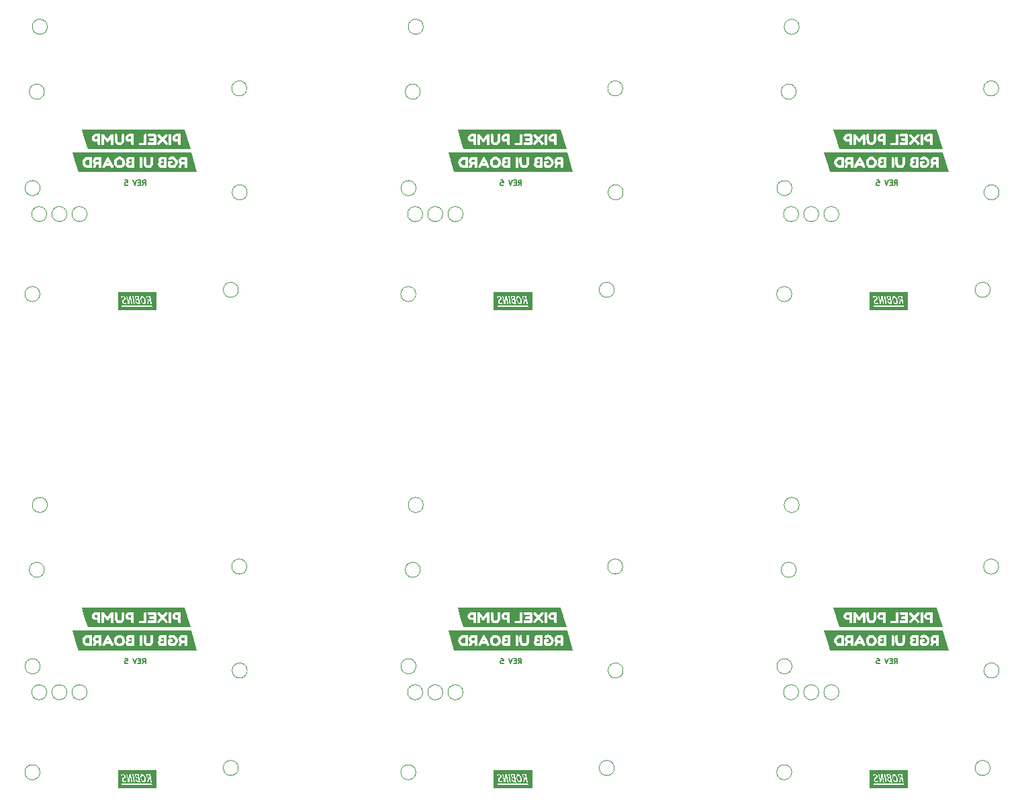
<source format=gbo>
G04 #@! TF.GenerationSoftware,KiCad,Pcbnew,6.0.0-d3dd2cf0fa~116~ubuntu20.04.1*
G04 #@! TF.CreationDate,2023-02-13T12:44:03+00:00*
G04 #@! TF.ProjectId,pixel-pump-ui-board-panel,70697865-6c2d-4707-956d-702d75692d62,rev?*
G04 #@! TF.SameCoordinates,Original*
G04 #@! TF.FileFunction,Legend,Bot*
G04 #@! TF.FilePolarity,Positive*
%FSLAX46Y46*%
G04 Gerber Fmt 4.6, Leading zero omitted, Abs format (unit mm)*
G04 Created by KiCad (PCBNEW 6.0.0-d3dd2cf0fa~116~ubuntu20.04.1) date 2023-02-13 12:44:03*
%MOMM*%
%LPD*%
G01*
G04 APERTURE LIST*
%ADD10C,0.005000*%
%ADD11C,0.130000*%
%ADD12C,0.120000*%
G04 APERTURE END LIST*
D10*
X29787189Y-53638508D02*
X29783786Y-53638740D01*
X29783786Y-53638740D02*
X29780445Y-53639064D01*
X29780445Y-53639064D02*
X29777166Y-53639481D01*
X29777166Y-53639481D02*
X29773949Y-53639990D01*
X29773949Y-53639990D02*
X29770793Y-53640592D01*
X29770793Y-53640592D02*
X29767699Y-53641287D01*
X29767699Y-53641287D02*
X29764667Y-53642074D01*
X29764667Y-53642074D02*
X29761696Y-53642954D01*
X29761696Y-53642954D02*
X29758788Y-53643927D01*
X29758788Y-53643927D02*
X29755941Y-53644992D01*
X29755941Y-53644992D02*
X29753156Y-53646150D01*
X29753156Y-53646150D02*
X29750432Y-53647400D01*
X29750432Y-53647400D02*
X29747771Y-53648744D01*
X29747771Y-53648744D02*
X29745171Y-53650179D01*
X29745171Y-53650179D02*
X29742633Y-53651708D01*
X29742633Y-53651708D02*
X29740156Y-53653329D01*
X29740156Y-53653329D02*
X29737742Y-53655042D01*
X29737742Y-53655042D02*
X29735389Y-53656849D01*
X29735389Y-53656849D02*
X29733098Y-53658748D01*
X29733098Y-53658748D02*
X29730869Y-53660739D01*
X29730869Y-53660739D02*
X29728701Y-53662823D01*
X29728701Y-53662823D02*
X29726595Y-53665000D01*
X29726595Y-53665000D02*
X29724551Y-53667270D01*
X29724551Y-53667270D02*
X29722569Y-53669632D01*
X29722569Y-53669632D02*
X29720649Y-53672086D01*
X29720649Y-53672086D02*
X29718790Y-53674634D01*
X29718790Y-53674634D02*
X29716993Y-53677274D01*
X29716993Y-53677274D02*
X29715258Y-53680006D01*
X29715258Y-53680006D02*
X29713585Y-53682831D01*
X29713585Y-53682831D02*
X29711973Y-53685749D01*
X29711973Y-53685749D02*
X29708718Y-53691758D01*
X29708718Y-53691758D02*
X29705674Y-53697927D01*
X29705674Y-53697927D02*
X29702839Y-53704257D01*
X29702839Y-53704257D02*
X29700214Y-53710747D01*
X29700214Y-53710747D02*
X29697800Y-53717398D01*
X29697800Y-53717398D02*
X29695595Y-53724210D01*
X29695595Y-53724210D02*
X29693601Y-53731182D01*
X29693601Y-53731182D02*
X29691816Y-53738314D01*
X29691816Y-53738314D02*
X29690242Y-53745608D01*
X29690242Y-53745608D02*
X29688877Y-53753061D01*
X29688877Y-53753061D02*
X29687722Y-53760676D01*
X29687722Y-53760676D02*
X29686778Y-53768450D01*
X29686778Y-53768450D02*
X29686043Y-53776385D01*
X29686043Y-53776385D02*
X29685518Y-53784481D01*
X29685518Y-53784481D02*
X29685203Y-53792737D01*
X29685203Y-53792737D02*
X29685098Y-53801154D01*
X29685098Y-53801154D02*
X29685395Y-53817086D01*
X29685395Y-53817086D02*
X29686284Y-53833265D01*
X29686284Y-53833265D02*
X29687766Y-53849691D01*
X29687766Y-53849691D02*
X29689841Y-53866365D01*
X29689841Y-53866365D02*
X29692509Y-53883285D01*
X29692509Y-53883285D02*
X29695769Y-53900453D01*
X29695769Y-53900453D02*
X29699623Y-53917868D01*
X29699623Y-53917868D02*
X29704069Y-53935529D01*
X29704069Y-53935529D02*
X29709058Y-53952771D01*
X29709058Y-53952771D02*
X29714541Y-53969716D01*
X29714541Y-53969716D02*
X29720519Y-53986365D01*
X29720519Y-53986365D02*
X29726990Y-54002717D01*
X29726990Y-54002717D02*
X29733955Y-54018772D01*
X29733955Y-54018772D02*
X29741415Y-54034531D01*
X29741415Y-54034531D02*
X29749370Y-54049994D01*
X29749370Y-54049994D02*
X29757819Y-54065162D01*
X29757819Y-54065162D02*
X29762221Y-54072399D01*
X29762221Y-54072399D02*
X29766735Y-54079488D01*
X29766735Y-54079488D02*
X29771360Y-54086429D01*
X29771360Y-54086429D02*
X29776096Y-54093222D01*
X29776096Y-54093222D02*
X29780944Y-54099867D01*
X29780944Y-54099867D02*
X29785902Y-54106363D01*
X29785902Y-54106363D02*
X29790972Y-54112712D01*
X29790972Y-54112712D02*
X29796153Y-54118912D01*
X29796153Y-54118912D02*
X29801445Y-54124964D01*
X29801445Y-54124964D02*
X29806849Y-54130868D01*
X29806849Y-54130868D02*
X29812363Y-54136623D01*
X29812363Y-54136623D02*
X29817989Y-54142230D01*
X29817989Y-54142230D02*
X29823726Y-54147689D01*
X29823726Y-54147689D02*
X29829575Y-54153000D01*
X29829575Y-54153000D02*
X29835535Y-54158163D01*
X29835535Y-54158163D02*
X29841606Y-54163177D01*
X29841606Y-54163177D02*
X29847768Y-54167962D01*
X29847768Y-54167962D02*
X29854005Y-54172439D01*
X29854005Y-54172439D02*
X29860316Y-54176607D01*
X29860316Y-54176607D02*
X29866701Y-54180467D01*
X29866701Y-54180467D02*
X29873160Y-54184017D01*
X29873160Y-54184017D02*
X29879693Y-54187259D01*
X29879693Y-54187259D02*
X29886301Y-54190193D01*
X29886301Y-54190193D02*
X29892982Y-54192817D01*
X29892982Y-54192817D02*
X29899738Y-54195133D01*
X29899738Y-54195133D02*
X29906568Y-54197140D01*
X29906568Y-54197140D02*
X29913472Y-54198839D01*
X29913472Y-54198839D02*
X29920450Y-54200228D01*
X29920450Y-54200228D02*
X29927503Y-54201309D01*
X29927503Y-54201309D02*
X29934630Y-54202081D01*
X29934630Y-54202081D02*
X29941831Y-54202544D01*
X29941831Y-54202544D02*
X29949106Y-54202699D01*
X29949106Y-54202699D02*
X29954540Y-54202557D01*
X29954540Y-54202557D02*
X29957183Y-54202379D01*
X29957183Y-54202379D02*
X29959776Y-54202131D01*
X29959776Y-54202131D02*
X29962320Y-54201811D01*
X29962320Y-54201811D02*
X29964815Y-54201421D01*
X29964815Y-54201421D02*
X29967261Y-54200959D01*
X29967261Y-54200959D02*
X29969657Y-54200426D01*
X29969657Y-54200426D02*
X29972003Y-54199823D01*
X29972003Y-54199823D02*
X29974300Y-54199148D01*
X29974300Y-54199148D02*
X29976548Y-54198403D01*
X29976548Y-54198403D02*
X29978747Y-54197586D01*
X29978747Y-54197586D02*
X29980896Y-54196698D01*
X29980896Y-54196698D02*
X29982995Y-54195740D01*
X29982995Y-54195740D02*
X29985046Y-54194710D01*
X29985046Y-54194710D02*
X29987046Y-54193609D01*
X29987046Y-54193609D02*
X29988998Y-54192438D01*
X29988998Y-54192438D02*
X29990900Y-54191195D01*
X29990900Y-54191195D02*
X29992753Y-54189881D01*
X29992753Y-54189881D02*
X29994556Y-54188496D01*
X29994556Y-54188496D02*
X29996310Y-54187041D01*
X29996310Y-54187041D02*
X29998014Y-54185514D01*
X29998014Y-54185514D02*
X29999669Y-54183916D01*
X29999669Y-54183916D02*
X30001275Y-54182247D01*
X30001275Y-54182247D02*
X30002831Y-54180507D01*
X30002831Y-54180507D02*
X30004338Y-54178696D01*
X30004338Y-54178696D02*
X30005795Y-54176814D01*
X30005795Y-54176814D02*
X30007203Y-54174861D01*
X30007203Y-54174861D02*
X30008562Y-54172837D01*
X30008562Y-54172837D02*
X30009871Y-54170742D01*
X30009871Y-54170742D02*
X30011131Y-54168576D01*
X30011131Y-54168576D02*
X30012341Y-54166338D01*
X30012341Y-54166338D02*
X30014639Y-54161707D01*
X30014639Y-54161707D02*
X30016788Y-54156902D01*
X30016788Y-54156902D02*
X30018788Y-54151924D01*
X30018788Y-54151924D02*
X30020641Y-54146774D01*
X30020641Y-54146774D02*
X30022345Y-54141450D01*
X30022345Y-54141450D02*
X30023902Y-54135954D01*
X30023902Y-54135954D02*
X30025310Y-54130285D01*
X30025310Y-54130285D02*
X30026569Y-54124443D01*
X30026569Y-54124443D02*
X30027681Y-54118429D01*
X30027681Y-54118429D02*
X30028644Y-54112241D01*
X30028644Y-54112241D02*
X30029459Y-54105880D01*
X30029459Y-54105880D02*
X30030126Y-54099347D01*
X30030126Y-54099347D02*
X30030645Y-54092641D01*
X30030645Y-54092641D02*
X30031016Y-54085762D01*
X30031016Y-54085762D02*
X30031238Y-54078710D01*
X30031238Y-54078710D02*
X30031312Y-54071485D01*
X30031312Y-54071485D02*
X30030991Y-54055479D01*
X30030991Y-54055479D02*
X30030027Y-54039078D01*
X30030027Y-54039078D02*
X30028421Y-54022281D01*
X30028421Y-54022281D02*
X30026173Y-54005089D01*
X30026173Y-54005089D02*
X30023283Y-53987501D01*
X30023283Y-53987501D02*
X30019751Y-53969518D01*
X30019751Y-53969518D02*
X30015577Y-53951140D01*
X30015577Y-53951140D02*
X30010760Y-53932367D01*
X30010760Y-53932367D02*
X30005448Y-53913570D01*
X30005448Y-53913570D02*
X29999791Y-53895118D01*
X29999791Y-53895118D02*
X29993788Y-53877012D01*
X29993788Y-53877012D02*
X29987439Y-53859252D01*
X29987439Y-53859252D02*
X29980745Y-53841838D01*
X29980745Y-53841838D02*
X29973706Y-53824769D01*
X29973706Y-53824769D02*
X29966321Y-53808046D01*
X29966321Y-53808046D02*
X29958591Y-53791668D01*
X29958591Y-53791668D02*
X29954404Y-53783461D01*
X29954404Y-53783461D02*
X29950143Y-53775440D01*
X29950143Y-53775440D02*
X29945808Y-53767603D01*
X29945808Y-53767603D02*
X29941399Y-53759952D01*
X29941399Y-53759952D02*
X29936916Y-53752486D01*
X29936916Y-53752486D02*
X29932358Y-53745205D01*
X29932358Y-53745205D02*
X29927727Y-53738110D01*
X29927727Y-53738110D02*
X29923021Y-53731200D01*
X29923021Y-53731200D02*
X29918242Y-53724475D01*
X29918242Y-53724475D02*
X29913388Y-53717935D01*
X29913388Y-53717935D02*
X29908460Y-53711581D01*
X29908460Y-53711581D02*
X29903458Y-53705411D01*
X29903458Y-53705411D02*
X29898382Y-53699428D01*
X29898382Y-53699428D02*
X29893232Y-53693629D01*
X29893232Y-53693629D02*
X29888007Y-53688016D01*
X29888007Y-53688016D02*
X29882709Y-53682587D01*
X29882709Y-53682587D02*
X29877361Y-53677228D01*
X29877361Y-53677228D02*
X29871988Y-53672214D01*
X29871988Y-53672214D02*
X29866591Y-53667545D01*
X29866591Y-53667545D02*
X29861169Y-53663223D01*
X29861169Y-53663223D02*
X29855722Y-53659246D01*
X29855722Y-53659246D02*
X29850250Y-53655615D01*
X29850250Y-53655615D02*
X29844754Y-53652329D01*
X29844754Y-53652329D02*
X29839233Y-53649390D01*
X29839233Y-53649390D02*
X29833687Y-53646796D01*
X29833687Y-53646796D02*
X29828117Y-53644548D01*
X29828117Y-53644548D02*
X29822522Y-53642646D01*
X29822522Y-53642646D02*
X29816902Y-53641090D01*
X29816902Y-53641090D02*
X29811258Y-53639879D01*
X29811258Y-53639879D02*
X29805590Y-53639014D01*
X29805590Y-53639014D02*
X29799897Y-53638496D01*
X29799897Y-53638496D02*
X29794179Y-53638323D01*
X29794179Y-53638323D02*
X29787189Y-53638508D01*
G36*
X29799897Y-53638496D02*
G01*
X29805590Y-53639014D01*
X29811258Y-53639879D01*
X29816902Y-53641090D01*
X29822522Y-53642646D01*
X29828117Y-53644548D01*
X29833687Y-53646796D01*
X29839233Y-53649390D01*
X29844754Y-53652329D01*
X29850250Y-53655615D01*
X29855722Y-53659246D01*
X29861169Y-53663223D01*
X29866591Y-53667545D01*
X29871988Y-53672214D01*
X29877361Y-53677228D01*
X29882709Y-53682587D01*
X29888007Y-53688016D01*
X29893232Y-53693629D01*
X29898382Y-53699428D01*
X29903458Y-53705411D01*
X29908460Y-53711581D01*
X29913388Y-53717935D01*
X29918242Y-53724475D01*
X29923021Y-53731200D01*
X29927727Y-53738110D01*
X29932358Y-53745205D01*
X29936916Y-53752486D01*
X29941399Y-53759952D01*
X29945808Y-53767603D01*
X29950143Y-53775440D01*
X29954404Y-53783461D01*
X29958591Y-53791668D01*
X29966321Y-53808046D01*
X29973706Y-53824769D01*
X29980745Y-53841838D01*
X29987439Y-53859252D01*
X29993788Y-53877012D01*
X29999791Y-53895118D01*
X30005448Y-53913570D01*
X30010760Y-53932367D01*
X30015577Y-53951140D01*
X30019751Y-53969518D01*
X30023283Y-53987501D01*
X30026173Y-54005089D01*
X30028421Y-54022281D01*
X30030027Y-54039078D01*
X30030991Y-54055479D01*
X30031312Y-54071485D01*
X30031238Y-54078710D01*
X30031016Y-54085762D01*
X30030645Y-54092641D01*
X30030126Y-54099347D01*
X30029459Y-54105880D01*
X30028644Y-54112241D01*
X30027681Y-54118429D01*
X30026569Y-54124443D01*
X30025310Y-54130285D01*
X30023902Y-54135954D01*
X30022345Y-54141450D01*
X30020641Y-54146774D01*
X30018788Y-54151924D01*
X30016788Y-54156902D01*
X30014639Y-54161707D01*
X30012341Y-54166338D01*
X30011131Y-54168576D01*
X30009871Y-54170742D01*
X30008562Y-54172837D01*
X30007203Y-54174861D01*
X30005795Y-54176814D01*
X30004338Y-54178696D01*
X30002831Y-54180507D01*
X30001275Y-54182247D01*
X29999669Y-54183916D01*
X29998014Y-54185514D01*
X29996310Y-54187041D01*
X29994556Y-54188496D01*
X29992753Y-54189881D01*
X29990900Y-54191195D01*
X29988998Y-54192438D01*
X29987046Y-54193609D01*
X29985046Y-54194710D01*
X29982995Y-54195740D01*
X29980896Y-54196698D01*
X29978747Y-54197586D01*
X29976548Y-54198403D01*
X29974300Y-54199148D01*
X29972003Y-54199823D01*
X29969657Y-54200426D01*
X29967261Y-54200959D01*
X29964815Y-54201421D01*
X29962320Y-54201811D01*
X29959776Y-54202131D01*
X29957183Y-54202379D01*
X29954540Y-54202557D01*
X29949106Y-54202699D01*
X29941831Y-54202544D01*
X29934630Y-54202081D01*
X29927503Y-54201309D01*
X29920450Y-54200228D01*
X29913472Y-54198839D01*
X29906568Y-54197140D01*
X29899738Y-54195133D01*
X29892982Y-54192817D01*
X29886301Y-54190193D01*
X29879693Y-54187259D01*
X29873160Y-54184017D01*
X29866701Y-54180467D01*
X29860316Y-54176607D01*
X29854005Y-54172439D01*
X29847768Y-54167962D01*
X29841606Y-54163177D01*
X29835535Y-54158163D01*
X29829575Y-54153000D01*
X29823726Y-54147689D01*
X29817989Y-54142230D01*
X29812363Y-54136623D01*
X29806849Y-54130868D01*
X29801445Y-54124964D01*
X29796153Y-54118912D01*
X29790972Y-54112712D01*
X29785902Y-54106363D01*
X29780944Y-54099867D01*
X29776096Y-54093222D01*
X29771360Y-54086429D01*
X29766735Y-54079488D01*
X29762221Y-54072399D01*
X29757819Y-54065162D01*
X29749370Y-54049994D01*
X29741415Y-54034531D01*
X29733955Y-54018772D01*
X29726990Y-54002717D01*
X29720519Y-53986365D01*
X29714541Y-53969716D01*
X29709058Y-53952771D01*
X29704069Y-53935529D01*
X29699623Y-53917868D01*
X29695769Y-53900453D01*
X29692509Y-53883285D01*
X29689841Y-53866365D01*
X29687766Y-53849691D01*
X29686284Y-53833265D01*
X29685395Y-53817086D01*
X29685098Y-53801154D01*
X29685203Y-53792737D01*
X29685518Y-53784481D01*
X29686043Y-53776385D01*
X29686778Y-53768450D01*
X29687722Y-53760676D01*
X29688877Y-53753061D01*
X29690242Y-53745608D01*
X29691816Y-53738314D01*
X29693601Y-53731182D01*
X29695595Y-53724210D01*
X29697800Y-53717398D01*
X29700214Y-53710747D01*
X29702839Y-53704257D01*
X29705674Y-53697927D01*
X29708718Y-53691758D01*
X29711973Y-53685749D01*
X29713585Y-53682831D01*
X29715258Y-53680006D01*
X29716993Y-53677274D01*
X29718790Y-53674634D01*
X29720649Y-53672086D01*
X29722569Y-53669632D01*
X29724551Y-53667270D01*
X29726595Y-53665000D01*
X29728701Y-53662823D01*
X29730869Y-53660739D01*
X29733098Y-53658748D01*
X29735389Y-53656849D01*
X29737742Y-53655042D01*
X29740156Y-53653329D01*
X29742633Y-53651708D01*
X29745171Y-53650179D01*
X29747771Y-53648744D01*
X29750432Y-53647400D01*
X29753156Y-53646150D01*
X29755941Y-53644992D01*
X29758788Y-53643927D01*
X29761696Y-53642954D01*
X29764667Y-53642074D01*
X29767699Y-53641287D01*
X29770793Y-53640592D01*
X29773949Y-53639990D01*
X29777166Y-53639481D01*
X29780445Y-53639064D01*
X29783786Y-53638740D01*
X29787189Y-53638508D01*
X29794179Y-53638323D01*
X29799897Y-53638496D01*
G37*
X29799897Y-53638496D02*
X29805590Y-53639014D01*
X29811258Y-53639879D01*
X29816902Y-53641090D01*
X29822522Y-53642646D01*
X29828117Y-53644548D01*
X29833687Y-53646796D01*
X29839233Y-53649390D01*
X29844754Y-53652329D01*
X29850250Y-53655615D01*
X29855722Y-53659246D01*
X29861169Y-53663223D01*
X29866591Y-53667545D01*
X29871988Y-53672214D01*
X29877361Y-53677228D01*
X29882709Y-53682587D01*
X29888007Y-53688016D01*
X29893232Y-53693629D01*
X29898382Y-53699428D01*
X29903458Y-53705411D01*
X29908460Y-53711581D01*
X29913388Y-53717935D01*
X29918242Y-53724475D01*
X29923021Y-53731200D01*
X29927727Y-53738110D01*
X29932358Y-53745205D01*
X29936916Y-53752486D01*
X29941399Y-53759952D01*
X29945808Y-53767603D01*
X29950143Y-53775440D01*
X29954404Y-53783461D01*
X29958591Y-53791668D01*
X29966321Y-53808046D01*
X29973706Y-53824769D01*
X29980745Y-53841838D01*
X29987439Y-53859252D01*
X29993788Y-53877012D01*
X29999791Y-53895118D01*
X30005448Y-53913570D01*
X30010760Y-53932367D01*
X30015577Y-53951140D01*
X30019751Y-53969518D01*
X30023283Y-53987501D01*
X30026173Y-54005089D01*
X30028421Y-54022281D01*
X30030027Y-54039078D01*
X30030991Y-54055479D01*
X30031312Y-54071485D01*
X30031238Y-54078710D01*
X30031016Y-54085762D01*
X30030645Y-54092641D01*
X30030126Y-54099347D01*
X30029459Y-54105880D01*
X30028644Y-54112241D01*
X30027681Y-54118429D01*
X30026569Y-54124443D01*
X30025310Y-54130285D01*
X30023902Y-54135954D01*
X30022345Y-54141450D01*
X30020641Y-54146774D01*
X30018788Y-54151924D01*
X30016788Y-54156902D01*
X30014639Y-54161707D01*
X30012341Y-54166338D01*
X30011131Y-54168576D01*
X30009871Y-54170742D01*
X30008562Y-54172837D01*
X30007203Y-54174861D01*
X30005795Y-54176814D01*
X30004338Y-54178696D01*
X30002831Y-54180507D01*
X30001275Y-54182247D01*
X29999669Y-54183916D01*
X29998014Y-54185514D01*
X29996310Y-54187041D01*
X29994556Y-54188496D01*
X29992753Y-54189881D01*
X29990900Y-54191195D01*
X29988998Y-54192438D01*
X29987046Y-54193609D01*
X29985046Y-54194710D01*
X29982995Y-54195740D01*
X29980896Y-54196698D01*
X29978747Y-54197586D01*
X29976548Y-54198403D01*
X29974300Y-54199148D01*
X29972003Y-54199823D01*
X29969657Y-54200426D01*
X29967261Y-54200959D01*
X29964815Y-54201421D01*
X29962320Y-54201811D01*
X29959776Y-54202131D01*
X29957183Y-54202379D01*
X29954540Y-54202557D01*
X29949106Y-54202699D01*
X29941831Y-54202544D01*
X29934630Y-54202081D01*
X29927503Y-54201309D01*
X29920450Y-54200228D01*
X29913472Y-54198839D01*
X29906568Y-54197140D01*
X29899738Y-54195133D01*
X29892982Y-54192817D01*
X29886301Y-54190193D01*
X29879693Y-54187259D01*
X29873160Y-54184017D01*
X29866701Y-54180467D01*
X29860316Y-54176607D01*
X29854005Y-54172439D01*
X29847768Y-54167962D01*
X29841606Y-54163177D01*
X29835535Y-54158163D01*
X29829575Y-54153000D01*
X29823726Y-54147689D01*
X29817989Y-54142230D01*
X29812363Y-54136623D01*
X29806849Y-54130868D01*
X29801445Y-54124964D01*
X29796153Y-54118912D01*
X29790972Y-54112712D01*
X29785902Y-54106363D01*
X29780944Y-54099867D01*
X29776096Y-54093222D01*
X29771360Y-54086429D01*
X29766735Y-54079488D01*
X29762221Y-54072399D01*
X29757819Y-54065162D01*
X29749370Y-54049994D01*
X29741415Y-54034531D01*
X29733955Y-54018772D01*
X29726990Y-54002717D01*
X29720519Y-53986365D01*
X29714541Y-53969716D01*
X29709058Y-53952771D01*
X29704069Y-53935529D01*
X29699623Y-53917868D01*
X29695769Y-53900453D01*
X29692509Y-53883285D01*
X29689841Y-53866365D01*
X29687766Y-53849691D01*
X29686284Y-53833265D01*
X29685395Y-53817086D01*
X29685098Y-53801154D01*
X29685203Y-53792737D01*
X29685518Y-53784481D01*
X29686043Y-53776385D01*
X29686778Y-53768450D01*
X29687722Y-53760676D01*
X29688877Y-53753061D01*
X29690242Y-53745608D01*
X29691816Y-53738314D01*
X29693601Y-53731182D01*
X29695595Y-53724210D01*
X29697800Y-53717398D01*
X29700214Y-53710747D01*
X29702839Y-53704257D01*
X29705674Y-53697927D01*
X29708718Y-53691758D01*
X29711973Y-53685749D01*
X29713585Y-53682831D01*
X29715258Y-53680006D01*
X29716993Y-53677274D01*
X29718790Y-53674634D01*
X29720649Y-53672086D01*
X29722569Y-53669632D01*
X29724551Y-53667270D01*
X29726595Y-53665000D01*
X29728701Y-53662823D01*
X29730869Y-53660739D01*
X29733098Y-53658748D01*
X29735389Y-53656849D01*
X29737742Y-53655042D01*
X29740156Y-53653329D01*
X29742633Y-53651708D01*
X29745171Y-53650179D01*
X29747771Y-53648744D01*
X29750432Y-53647400D01*
X29753156Y-53646150D01*
X29755941Y-53644992D01*
X29758788Y-53643927D01*
X29761696Y-53642954D01*
X29764667Y-53642074D01*
X29767699Y-53641287D01*
X29770793Y-53640592D01*
X29773949Y-53639990D01*
X29777166Y-53639481D01*
X29780445Y-53639064D01*
X29783786Y-53638740D01*
X29787189Y-53638508D01*
X29794179Y-53638323D01*
X29799897Y-53638496D01*
X124587189Y-53638508D02*
X124583786Y-53638740D01*
X124583786Y-53638740D02*
X124580445Y-53639064D01*
X124580445Y-53639064D02*
X124577166Y-53639481D01*
X124577166Y-53639481D02*
X124573949Y-53639990D01*
X124573949Y-53639990D02*
X124570793Y-53640592D01*
X124570793Y-53640592D02*
X124567699Y-53641287D01*
X124567699Y-53641287D02*
X124564667Y-53642074D01*
X124564667Y-53642074D02*
X124561696Y-53642954D01*
X124561696Y-53642954D02*
X124558788Y-53643927D01*
X124558788Y-53643927D02*
X124555941Y-53644992D01*
X124555941Y-53644992D02*
X124553156Y-53646150D01*
X124553156Y-53646150D02*
X124550432Y-53647400D01*
X124550432Y-53647400D02*
X124547771Y-53648744D01*
X124547771Y-53648744D02*
X124545171Y-53650179D01*
X124545171Y-53650179D02*
X124542633Y-53651708D01*
X124542633Y-53651708D02*
X124540156Y-53653329D01*
X124540156Y-53653329D02*
X124537742Y-53655042D01*
X124537742Y-53655042D02*
X124535389Y-53656849D01*
X124535389Y-53656849D02*
X124533098Y-53658748D01*
X124533098Y-53658748D02*
X124530869Y-53660739D01*
X124530869Y-53660739D02*
X124528701Y-53662823D01*
X124528701Y-53662823D02*
X124526595Y-53665000D01*
X124526595Y-53665000D02*
X124524551Y-53667270D01*
X124524551Y-53667270D02*
X124522569Y-53669632D01*
X124522569Y-53669632D02*
X124520649Y-53672086D01*
X124520649Y-53672086D02*
X124518790Y-53674634D01*
X124518790Y-53674634D02*
X124516993Y-53677274D01*
X124516993Y-53677274D02*
X124515258Y-53680006D01*
X124515258Y-53680006D02*
X124513585Y-53682831D01*
X124513585Y-53682831D02*
X124511973Y-53685749D01*
X124511973Y-53685749D02*
X124508718Y-53691758D01*
X124508718Y-53691758D02*
X124505674Y-53697927D01*
X124505674Y-53697927D02*
X124502839Y-53704257D01*
X124502839Y-53704257D02*
X124500214Y-53710747D01*
X124500214Y-53710747D02*
X124497800Y-53717398D01*
X124497800Y-53717398D02*
X124495595Y-53724210D01*
X124495595Y-53724210D02*
X124493601Y-53731182D01*
X124493601Y-53731182D02*
X124491816Y-53738314D01*
X124491816Y-53738314D02*
X124490242Y-53745608D01*
X124490242Y-53745608D02*
X124488877Y-53753061D01*
X124488877Y-53753061D02*
X124487722Y-53760676D01*
X124487722Y-53760676D02*
X124486778Y-53768450D01*
X124486778Y-53768450D02*
X124486043Y-53776385D01*
X124486043Y-53776385D02*
X124485518Y-53784481D01*
X124485518Y-53784481D02*
X124485203Y-53792737D01*
X124485203Y-53792737D02*
X124485098Y-53801154D01*
X124485098Y-53801154D02*
X124485395Y-53817086D01*
X124485395Y-53817086D02*
X124486284Y-53833265D01*
X124486284Y-53833265D02*
X124487766Y-53849691D01*
X124487766Y-53849691D02*
X124489841Y-53866365D01*
X124489841Y-53866365D02*
X124492509Y-53883285D01*
X124492509Y-53883285D02*
X124495769Y-53900453D01*
X124495769Y-53900453D02*
X124499623Y-53917868D01*
X124499623Y-53917868D02*
X124504069Y-53935529D01*
X124504069Y-53935529D02*
X124509058Y-53952771D01*
X124509058Y-53952771D02*
X124514541Y-53969716D01*
X124514541Y-53969716D02*
X124520519Y-53986365D01*
X124520519Y-53986365D02*
X124526990Y-54002717D01*
X124526990Y-54002717D02*
X124533955Y-54018772D01*
X124533955Y-54018772D02*
X124541415Y-54034531D01*
X124541415Y-54034531D02*
X124549370Y-54049994D01*
X124549370Y-54049994D02*
X124557819Y-54065162D01*
X124557819Y-54065162D02*
X124562221Y-54072399D01*
X124562221Y-54072399D02*
X124566735Y-54079488D01*
X124566735Y-54079488D02*
X124571360Y-54086429D01*
X124571360Y-54086429D02*
X124576096Y-54093222D01*
X124576096Y-54093222D02*
X124580944Y-54099867D01*
X124580944Y-54099867D02*
X124585902Y-54106363D01*
X124585902Y-54106363D02*
X124590972Y-54112712D01*
X124590972Y-54112712D02*
X124596153Y-54118912D01*
X124596153Y-54118912D02*
X124601445Y-54124964D01*
X124601445Y-54124964D02*
X124606849Y-54130868D01*
X124606849Y-54130868D02*
X124612363Y-54136623D01*
X124612363Y-54136623D02*
X124617989Y-54142230D01*
X124617989Y-54142230D02*
X124623726Y-54147689D01*
X124623726Y-54147689D02*
X124629575Y-54153000D01*
X124629575Y-54153000D02*
X124635535Y-54158163D01*
X124635535Y-54158163D02*
X124641606Y-54163177D01*
X124641606Y-54163177D02*
X124647768Y-54167962D01*
X124647768Y-54167962D02*
X124654005Y-54172439D01*
X124654005Y-54172439D02*
X124660316Y-54176607D01*
X124660316Y-54176607D02*
X124666701Y-54180467D01*
X124666701Y-54180467D02*
X124673160Y-54184017D01*
X124673160Y-54184017D02*
X124679693Y-54187259D01*
X124679693Y-54187259D02*
X124686301Y-54190193D01*
X124686301Y-54190193D02*
X124692982Y-54192817D01*
X124692982Y-54192817D02*
X124699738Y-54195133D01*
X124699738Y-54195133D02*
X124706568Y-54197140D01*
X124706568Y-54197140D02*
X124713472Y-54198839D01*
X124713472Y-54198839D02*
X124720450Y-54200228D01*
X124720450Y-54200228D02*
X124727503Y-54201309D01*
X124727503Y-54201309D02*
X124734630Y-54202081D01*
X124734630Y-54202081D02*
X124741831Y-54202544D01*
X124741831Y-54202544D02*
X124749106Y-54202699D01*
X124749106Y-54202699D02*
X124754540Y-54202557D01*
X124754540Y-54202557D02*
X124757183Y-54202379D01*
X124757183Y-54202379D02*
X124759776Y-54202131D01*
X124759776Y-54202131D02*
X124762320Y-54201811D01*
X124762320Y-54201811D02*
X124764815Y-54201421D01*
X124764815Y-54201421D02*
X124767261Y-54200959D01*
X124767261Y-54200959D02*
X124769657Y-54200426D01*
X124769657Y-54200426D02*
X124772003Y-54199823D01*
X124772003Y-54199823D02*
X124774300Y-54199148D01*
X124774300Y-54199148D02*
X124776548Y-54198403D01*
X124776548Y-54198403D02*
X124778747Y-54197586D01*
X124778747Y-54197586D02*
X124780896Y-54196698D01*
X124780896Y-54196698D02*
X124782995Y-54195740D01*
X124782995Y-54195740D02*
X124785046Y-54194710D01*
X124785046Y-54194710D02*
X124787046Y-54193609D01*
X124787046Y-54193609D02*
X124788998Y-54192438D01*
X124788998Y-54192438D02*
X124790900Y-54191195D01*
X124790900Y-54191195D02*
X124792753Y-54189881D01*
X124792753Y-54189881D02*
X124794556Y-54188496D01*
X124794556Y-54188496D02*
X124796310Y-54187041D01*
X124796310Y-54187041D02*
X124798014Y-54185514D01*
X124798014Y-54185514D02*
X124799669Y-54183916D01*
X124799669Y-54183916D02*
X124801275Y-54182247D01*
X124801275Y-54182247D02*
X124802831Y-54180507D01*
X124802831Y-54180507D02*
X124804338Y-54178696D01*
X124804338Y-54178696D02*
X124805795Y-54176814D01*
X124805795Y-54176814D02*
X124807203Y-54174861D01*
X124807203Y-54174861D02*
X124808562Y-54172837D01*
X124808562Y-54172837D02*
X124809871Y-54170742D01*
X124809871Y-54170742D02*
X124811131Y-54168576D01*
X124811131Y-54168576D02*
X124812341Y-54166338D01*
X124812341Y-54166338D02*
X124814639Y-54161707D01*
X124814639Y-54161707D02*
X124816788Y-54156902D01*
X124816788Y-54156902D02*
X124818788Y-54151924D01*
X124818788Y-54151924D02*
X124820641Y-54146774D01*
X124820641Y-54146774D02*
X124822345Y-54141450D01*
X124822345Y-54141450D02*
X124823902Y-54135954D01*
X124823902Y-54135954D02*
X124825310Y-54130285D01*
X124825310Y-54130285D02*
X124826569Y-54124443D01*
X124826569Y-54124443D02*
X124827681Y-54118429D01*
X124827681Y-54118429D02*
X124828644Y-54112241D01*
X124828644Y-54112241D02*
X124829459Y-54105880D01*
X124829459Y-54105880D02*
X124830126Y-54099347D01*
X124830126Y-54099347D02*
X124830645Y-54092641D01*
X124830645Y-54092641D02*
X124831016Y-54085762D01*
X124831016Y-54085762D02*
X124831238Y-54078710D01*
X124831238Y-54078710D02*
X124831312Y-54071485D01*
X124831312Y-54071485D02*
X124830991Y-54055479D01*
X124830991Y-54055479D02*
X124830027Y-54039078D01*
X124830027Y-54039078D02*
X124828421Y-54022281D01*
X124828421Y-54022281D02*
X124826173Y-54005089D01*
X124826173Y-54005089D02*
X124823283Y-53987501D01*
X124823283Y-53987501D02*
X124819751Y-53969518D01*
X124819751Y-53969518D02*
X124815577Y-53951140D01*
X124815577Y-53951140D02*
X124810760Y-53932367D01*
X124810760Y-53932367D02*
X124805448Y-53913570D01*
X124805448Y-53913570D02*
X124799791Y-53895118D01*
X124799791Y-53895118D02*
X124793788Y-53877012D01*
X124793788Y-53877012D02*
X124787439Y-53859252D01*
X124787439Y-53859252D02*
X124780745Y-53841838D01*
X124780745Y-53841838D02*
X124773706Y-53824769D01*
X124773706Y-53824769D02*
X124766321Y-53808046D01*
X124766321Y-53808046D02*
X124758591Y-53791668D01*
X124758591Y-53791668D02*
X124754404Y-53783461D01*
X124754404Y-53783461D02*
X124750143Y-53775440D01*
X124750143Y-53775440D02*
X124745808Y-53767603D01*
X124745808Y-53767603D02*
X124741399Y-53759952D01*
X124741399Y-53759952D02*
X124736916Y-53752486D01*
X124736916Y-53752486D02*
X124732358Y-53745205D01*
X124732358Y-53745205D02*
X124727727Y-53738110D01*
X124727727Y-53738110D02*
X124723021Y-53731200D01*
X124723021Y-53731200D02*
X124718242Y-53724475D01*
X124718242Y-53724475D02*
X124713388Y-53717935D01*
X124713388Y-53717935D02*
X124708460Y-53711581D01*
X124708460Y-53711581D02*
X124703458Y-53705411D01*
X124703458Y-53705411D02*
X124698382Y-53699428D01*
X124698382Y-53699428D02*
X124693232Y-53693629D01*
X124693232Y-53693629D02*
X124688007Y-53688016D01*
X124688007Y-53688016D02*
X124682709Y-53682587D01*
X124682709Y-53682587D02*
X124677361Y-53677228D01*
X124677361Y-53677228D02*
X124671988Y-53672214D01*
X124671988Y-53672214D02*
X124666591Y-53667545D01*
X124666591Y-53667545D02*
X124661169Y-53663223D01*
X124661169Y-53663223D02*
X124655722Y-53659246D01*
X124655722Y-53659246D02*
X124650250Y-53655615D01*
X124650250Y-53655615D02*
X124644754Y-53652329D01*
X124644754Y-53652329D02*
X124639233Y-53649390D01*
X124639233Y-53649390D02*
X124633687Y-53646796D01*
X124633687Y-53646796D02*
X124628117Y-53644548D01*
X124628117Y-53644548D02*
X124622522Y-53642646D01*
X124622522Y-53642646D02*
X124616902Y-53641090D01*
X124616902Y-53641090D02*
X124611258Y-53639879D01*
X124611258Y-53639879D02*
X124605590Y-53639014D01*
X124605590Y-53639014D02*
X124599897Y-53638496D01*
X124599897Y-53638496D02*
X124594179Y-53638323D01*
X124594179Y-53638323D02*
X124587189Y-53638508D01*
G36*
X124599897Y-53638496D02*
G01*
X124605590Y-53639014D01*
X124611258Y-53639879D01*
X124616902Y-53641090D01*
X124622522Y-53642646D01*
X124628117Y-53644548D01*
X124633687Y-53646796D01*
X124639233Y-53649390D01*
X124644754Y-53652329D01*
X124650250Y-53655615D01*
X124655722Y-53659246D01*
X124661169Y-53663223D01*
X124666591Y-53667545D01*
X124671988Y-53672214D01*
X124677361Y-53677228D01*
X124682709Y-53682587D01*
X124688007Y-53688016D01*
X124693232Y-53693629D01*
X124698382Y-53699428D01*
X124703458Y-53705411D01*
X124708460Y-53711581D01*
X124713388Y-53717935D01*
X124718242Y-53724475D01*
X124723021Y-53731200D01*
X124727727Y-53738110D01*
X124732358Y-53745205D01*
X124736916Y-53752486D01*
X124741399Y-53759952D01*
X124745808Y-53767603D01*
X124750143Y-53775440D01*
X124754404Y-53783461D01*
X124758591Y-53791668D01*
X124766321Y-53808046D01*
X124773706Y-53824769D01*
X124780745Y-53841838D01*
X124787439Y-53859252D01*
X124793788Y-53877012D01*
X124799791Y-53895118D01*
X124805448Y-53913570D01*
X124810760Y-53932367D01*
X124815577Y-53951140D01*
X124819751Y-53969518D01*
X124823283Y-53987501D01*
X124826173Y-54005089D01*
X124828421Y-54022281D01*
X124830027Y-54039078D01*
X124830991Y-54055479D01*
X124831312Y-54071485D01*
X124831238Y-54078710D01*
X124831016Y-54085762D01*
X124830645Y-54092641D01*
X124830126Y-54099347D01*
X124829459Y-54105880D01*
X124828644Y-54112241D01*
X124827681Y-54118429D01*
X124826569Y-54124443D01*
X124825310Y-54130285D01*
X124823902Y-54135954D01*
X124822345Y-54141450D01*
X124820641Y-54146774D01*
X124818788Y-54151924D01*
X124816788Y-54156902D01*
X124814639Y-54161707D01*
X124812341Y-54166338D01*
X124811131Y-54168576D01*
X124809871Y-54170742D01*
X124808562Y-54172837D01*
X124807203Y-54174861D01*
X124805795Y-54176814D01*
X124804338Y-54178696D01*
X124802831Y-54180507D01*
X124801275Y-54182247D01*
X124799669Y-54183916D01*
X124798014Y-54185514D01*
X124796310Y-54187041D01*
X124794556Y-54188496D01*
X124792753Y-54189881D01*
X124790900Y-54191195D01*
X124788998Y-54192438D01*
X124787046Y-54193609D01*
X124785046Y-54194710D01*
X124782995Y-54195740D01*
X124780896Y-54196698D01*
X124778747Y-54197586D01*
X124776548Y-54198403D01*
X124774300Y-54199148D01*
X124772003Y-54199823D01*
X124769657Y-54200426D01*
X124767261Y-54200959D01*
X124764815Y-54201421D01*
X124762320Y-54201811D01*
X124759776Y-54202131D01*
X124757183Y-54202379D01*
X124754540Y-54202557D01*
X124749106Y-54202699D01*
X124741831Y-54202544D01*
X124734630Y-54202081D01*
X124727503Y-54201309D01*
X124720450Y-54200228D01*
X124713472Y-54198839D01*
X124706568Y-54197140D01*
X124699738Y-54195133D01*
X124692982Y-54192817D01*
X124686301Y-54190193D01*
X124679693Y-54187259D01*
X124673160Y-54184017D01*
X124666701Y-54180467D01*
X124660316Y-54176607D01*
X124654005Y-54172439D01*
X124647768Y-54167962D01*
X124641606Y-54163177D01*
X124635535Y-54158163D01*
X124629575Y-54153000D01*
X124623726Y-54147689D01*
X124617989Y-54142230D01*
X124612363Y-54136623D01*
X124606849Y-54130868D01*
X124601445Y-54124964D01*
X124596153Y-54118912D01*
X124590972Y-54112712D01*
X124585902Y-54106363D01*
X124580944Y-54099867D01*
X124576096Y-54093222D01*
X124571360Y-54086429D01*
X124566735Y-54079488D01*
X124562221Y-54072399D01*
X124557819Y-54065162D01*
X124549370Y-54049994D01*
X124541415Y-54034531D01*
X124533955Y-54018772D01*
X124526990Y-54002717D01*
X124520519Y-53986365D01*
X124514541Y-53969716D01*
X124509058Y-53952771D01*
X124504069Y-53935529D01*
X124499623Y-53917868D01*
X124495769Y-53900453D01*
X124492509Y-53883285D01*
X124489841Y-53866365D01*
X124487766Y-53849691D01*
X124486284Y-53833265D01*
X124485395Y-53817086D01*
X124485098Y-53801154D01*
X124485203Y-53792737D01*
X124485518Y-53784481D01*
X124486043Y-53776385D01*
X124486778Y-53768450D01*
X124487722Y-53760676D01*
X124488877Y-53753061D01*
X124490242Y-53745608D01*
X124491816Y-53738314D01*
X124493601Y-53731182D01*
X124495595Y-53724210D01*
X124497800Y-53717398D01*
X124500214Y-53710747D01*
X124502839Y-53704257D01*
X124505674Y-53697927D01*
X124508718Y-53691758D01*
X124511973Y-53685749D01*
X124513585Y-53682831D01*
X124515258Y-53680006D01*
X124516993Y-53677274D01*
X124518790Y-53674634D01*
X124520649Y-53672086D01*
X124522569Y-53669632D01*
X124524551Y-53667270D01*
X124526595Y-53665000D01*
X124528701Y-53662823D01*
X124530869Y-53660739D01*
X124533098Y-53658748D01*
X124535389Y-53656849D01*
X124537742Y-53655042D01*
X124540156Y-53653329D01*
X124542633Y-53651708D01*
X124545171Y-53650179D01*
X124547771Y-53648744D01*
X124550432Y-53647400D01*
X124553156Y-53646150D01*
X124555941Y-53644992D01*
X124558788Y-53643927D01*
X124561696Y-53642954D01*
X124564667Y-53642074D01*
X124567699Y-53641287D01*
X124570793Y-53640592D01*
X124573949Y-53639990D01*
X124577166Y-53639481D01*
X124580445Y-53639064D01*
X124583786Y-53638740D01*
X124587189Y-53638508D01*
X124594179Y-53638323D01*
X124599897Y-53638496D01*
G37*
X124599897Y-53638496D02*
X124605590Y-53639014D01*
X124611258Y-53639879D01*
X124616902Y-53641090D01*
X124622522Y-53642646D01*
X124628117Y-53644548D01*
X124633687Y-53646796D01*
X124639233Y-53649390D01*
X124644754Y-53652329D01*
X124650250Y-53655615D01*
X124655722Y-53659246D01*
X124661169Y-53663223D01*
X124666591Y-53667545D01*
X124671988Y-53672214D01*
X124677361Y-53677228D01*
X124682709Y-53682587D01*
X124688007Y-53688016D01*
X124693232Y-53693629D01*
X124698382Y-53699428D01*
X124703458Y-53705411D01*
X124708460Y-53711581D01*
X124713388Y-53717935D01*
X124718242Y-53724475D01*
X124723021Y-53731200D01*
X124727727Y-53738110D01*
X124732358Y-53745205D01*
X124736916Y-53752486D01*
X124741399Y-53759952D01*
X124745808Y-53767603D01*
X124750143Y-53775440D01*
X124754404Y-53783461D01*
X124758591Y-53791668D01*
X124766321Y-53808046D01*
X124773706Y-53824769D01*
X124780745Y-53841838D01*
X124787439Y-53859252D01*
X124793788Y-53877012D01*
X124799791Y-53895118D01*
X124805448Y-53913570D01*
X124810760Y-53932367D01*
X124815577Y-53951140D01*
X124819751Y-53969518D01*
X124823283Y-53987501D01*
X124826173Y-54005089D01*
X124828421Y-54022281D01*
X124830027Y-54039078D01*
X124830991Y-54055479D01*
X124831312Y-54071485D01*
X124831238Y-54078710D01*
X124831016Y-54085762D01*
X124830645Y-54092641D01*
X124830126Y-54099347D01*
X124829459Y-54105880D01*
X124828644Y-54112241D01*
X124827681Y-54118429D01*
X124826569Y-54124443D01*
X124825310Y-54130285D01*
X124823902Y-54135954D01*
X124822345Y-54141450D01*
X124820641Y-54146774D01*
X124818788Y-54151924D01*
X124816788Y-54156902D01*
X124814639Y-54161707D01*
X124812341Y-54166338D01*
X124811131Y-54168576D01*
X124809871Y-54170742D01*
X124808562Y-54172837D01*
X124807203Y-54174861D01*
X124805795Y-54176814D01*
X124804338Y-54178696D01*
X124802831Y-54180507D01*
X124801275Y-54182247D01*
X124799669Y-54183916D01*
X124798014Y-54185514D01*
X124796310Y-54187041D01*
X124794556Y-54188496D01*
X124792753Y-54189881D01*
X124790900Y-54191195D01*
X124788998Y-54192438D01*
X124787046Y-54193609D01*
X124785046Y-54194710D01*
X124782995Y-54195740D01*
X124780896Y-54196698D01*
X124778747Y-54197586D01*
X124776548Y-54198403D01*
X124774300Y-54199148D01*
X124772003Y-54199823D01*
X124769657Y-54200426D01*
X124767261Y-54200959D01*
X124764815Y-54201421D01*
X124762320Y-54201811D01*
X124759776Y-54202131D01*
X124757183Y-54202379D01*
X124754540Y-54202557D01*
X124749106Y-54202699D01*
X124741831Y-54202544D01*
X124734630Y-54202081D01*
X124727503Y-54201309D01*
X124720450Y-54200228D01*
X124713472Y-54198839D01*
X124706568Y-54197140D01*
X124699738Y-54195133D01*
X124692982Y-54192817D01*
X124686301Y-54190193D01*
X124679693Y-54187259D01*
X124673160Y-54184017D01*
X124666701Y-54180467D01*
X124660316Y-54176607D01*
X124654005Y-54172439D01*
X124647768Y-54167962D01*
X124641606Y-54163177D01*
X124635535Y-54158163D01*
X124629575Y-54153000D01*
X124623726Y-54147689D01*
X124617989Y-54142230D01*
X124612363Y-54136623D01*
X124606849Y-54130868D01*
X124601445Y-54124964D01*
X124596153Y-54118912D01*
X124590972Y-54112712D01*
X124585902Y-54106363D01*
X124580944Y-54099867D01*
X124576096Y-54093222D01*
X124571360Y-54086429D01*
X124566735Y-54079488D01*
X124562221Y-54072399D01*
X124557819Y-54065162D01*
X124549370Y-54049994D01*
X124541415Y-54034531D01*
X124533955Y-54018772D01*
X124526990Y-54002717D01*
X124520519Y-53986365D01*
X124514541Y-53969716D01*
X124509058Y-53952771D01*
X124504069Y-53935529D01*
X124499623Y-53917868D01*
X124495769Y-53900453D01*
X124492509Y-53883285D01*
X124489841Y-53866365D01*
X124487766Y-53849691D01*
X124486284Y-53833265D01*
X124485395Y-53817086D01*
X124485098Y-53801154D01*
X124485203Y-53792737D01*
X124485518Y-53784481D01*
X124486043Y-53776385D01*
X124486778Y-53768450D01*
X124487722Y-53760676D01*
X124488877Y-53753061D01*
X124490242Y-53745608D01*
X124491816Y-53738314D01*
X124493601Y-53731182D01*
X124495595Y-53724210D01*
X124497800Y-53717398D01*
X124500214Y-53710747D01*
X124502839Y-53704257D01*
X124505674Y-53697927D01*
X124508718Y-53691758D01*
X124511973Y-53685749D01*
X124513585Y-53682831D01*
X124515258Y-53680006D01*
X124516993Y-53677274D01*
X124518790Y-53674634D01*
X124520649Y-53672086D01*
X124522569Y-53669632D01*
X124524551Y-53667270D01*
X124526595Y-53665000D01*
X124528701Y-53662823D01*
X124530869Y-53660739D01*
X124533098Y-53658748D01*
X124535389Y-53656849D01*
X124537742Y-53655042D01*
X124540156Y-53653329D01*
X124542633Y-53651708D01*
X124545171Y-53650179D01*
X124547771Y-53648744D01*
X124550432Y-53647400D01*
X124553156Y-53646150D01*
X124555941Y-53644992D01*
X124558788Y-53643927D01*
X124561696Y-53642954D01*
X124564667Y-53642074D01*
X124567699Y-53641287D01*
X124570793Y-53640592D01*
X124573949Y-53639990D01*
X124577166Y-53639481D01*
X124580445Y-53639064D01*
X124583786Y-53638740D01*
X124587189Y-53638508D01*
X124594179Y-53638323D01*
X124599897Y-53638496D01*
X77187189Y-53638508D02*
X77183786Y-53638740D01*
X77183786Y-53638740D02*
X77180445Y-53639064D01*
X77180445Y-53639064D02*
X77177166Y-53639481D01*
X77177166Y-53639481D02*
X77173949Y-53639990D01*
X77173949Y-53639990D02*
X77170793Y-53640592D01*
X77170793Y-53640592D02*
X77167699Y-53641287D01*
X77167699Y-53641287D02*
X77164667Y-53642074D01*
X77164667Y-53642074D02*
X77161696Y-53642954D01*
X77161696Y-53642954D02*
X77158788Y-53643927D01*
X77158788Y-53643927D02*
X77155941Y-53644992D01*
X77155941Y-53644992D02*
X77153156Y-53646150D01*
X77153156Y-53646150D02*
X77150432Y-53647400D01*
X77150432Y-53647400D02*
X77147771Y-53648744D01*
X77147771Y-53648744D02*
X77145171Y-53650179D01*
X77145171Y-53650179D02*
X77142633Y-53651708D01*
X77142633Y-53651708D02*
X77140156Y-53653329D01*
X77140156Y-53653329D02*
X77137742Y-53655042D01*
X77137742Y-53655042D02*
X77135389Y-53656849D01*
X77135389Y-53656849D02*
X77133098Y-53658748D01*
X77133098Y-53658748D02*
X77130869Y-53660739D01*
X77130869Y-53660739D02*
X77128701Y-53662823D01*
X77128701Y-53662823D02*
X77126595Y-53665000D01*
X77126595Y-53665000D02*
X77124551Y-53667270D01*
X77124551Y-53667270D02*
X77122569Y-53669632D01*
X77122569Y-53669632D02*
X77120649Y-53672086D01*
X77120649Y-53672086D02*
X77118790Y-53674634D01*
X77118790Y-53674634D02*
X77116993Y-53677274D01*
X77116993Y-53677274D02*
X77115258Y-53680006D01*
X77115258Y-53680006D02*
X77113585Y-53682831D01*
X77113585Y-53682831D02*
X77111973Y-53685749D01*
X77111973Y-53685749D02*
X77108718Y-53691758D01*
X77108718Y-53691758D02*
X77105674Y-53697927D01*
X77105674Y-53697927D02*
X77102839Y-53704257D01*
X77102839Y-53704257D02*
X77100214Y-53710747D01*
X77100214Y-53710747D02*
X77097800Y-53717398D01*
X77097800Y-53717398D02*
X77095595Y-53724210D01*
X77095595Y-53724210D02*
X77093601Y-53731182D01*
X77093601Y-53731182D02*
X77091816Y-53738314D01*
X77091816Y-53738314D02*
X77090242Y-53745608D01*
X77090242Y-53745608D02*
X77088877Y-53753061D01*
X77088877Y-53753061D02*
X77087722Y-53760676D01*
X77087722Y-53760676D02*
X77086778Y-53768450D01*
X77086778Y-53768450D02*
X77086043Y-53776385D01*
X77086043Y-53776385D02*
X77085518Y-53784481D01*
X77085518Y-53784481D02*
X77085203Y-53792737D01*
X77085203Y-53792737D02*
X77085098Y-53801154D01*
X77085098Y-53801154D02*
X77085395Y-53817086D01*
X77085395Y-53817086D02*
X77086284Y-53833265D01*
X77086284Y-53833265D02*
X77087766Y-53849691D01*
X77087766Y-53849691D02*
X77089841Y-53866365D01*
X77089841Y-53866365D02*
X77092509Y-53883285D01*
X77092509Y-53883285D02*
X77095769Y-53900453D01*
X77095769Y-53900453D02*
X77099623Y-53917868D01*
X77099623Y-53917868D02*
X77104069Y-53935529D01*
X77104069Y-53935529D02*
X77109058Y-53952771D01*
X77109058Y-53952771D02*
X77114541Y-53969716D01*
X77114541Y-53969716D02*
X77120519Y-53986365D01*
X77120519Y-53986365D02*
X77126990Y-54002717D01*
X77126990Y-54002717D02*
X77133955Y-54018772D01*
X77133955Y-54018772D02*
X77141415Y-54034531D01*
X77141415Y-54034531D02*
X77149370Y-54049994D01*
X77149370Y-54049994D02*
X77157819Y-54065162D01*
X77157819Y-54065162D02*
X77162221Y-54072399D01*
X77162221Y-54072399D02*
X77166735Y-54079488D01*
X77166735Y-54079488D02*
X77171360Y-54086429D01*
X77171360Y-54086429D02*
X77176096Y-54093222D01*
X77176096Y-54093222D02*
X77180944Y-54099867D01*
X77180944Y-54099867D02*
X77185902Y-54106363D01*
X77185902Y-54106363D02*
X77190972Y-54112712D01*
X77190972Y-54112712D02*
X77196153Y-54118912D01*
X77196153Y-54118912D02*
X77201445Y-54124964D01*
X77201445Y-54124964D02*
X77206849Y-54130868D01*
X77206849Y-54130868D02*
X77212363Y-54136623D01*
X77212363Y-54136623D02*
X77217989Y-54142230D01*
X77217989Y-54142230D02*
X77223726Y-54147689D01*
X77223726Y-54147689D02*
X77229575Y-54153000D01*
X77229575Y-54153000D02*
X77235535Y-54158163D01*
X77235535Y-54158163D02*
X77241606Y-54163177D01*
X77241606Y-54163177D02*
X77247768Y-54167962D01*
X77247768Y-54167962D02*
X77254005Y-54172439D01*
X77254005Y-54172439D02*
X77260316Y-54176607D01*
X77260316Y-54176607D02*
X77266701Y-54180467D01*
X77266701Y-54180467D02*
X77273160Y-54184017D01*
X77273160Y-54184017D02*
X77279693Y-54187259D01*
X77279693Y-54187259D02*
X77286301Y-54190193D01*
X77286301Y-54190193D02*
X77292982Y-54192817D01*
X77292982Y-54192817D02*
X77299738Y-54195133D01*
X77299738Y-54195133D02*
X77306568Y-54197140D01*
X77306568Y-54197140D02*
X77313472Y-54198839D01*
X77313472Y-54198839D02*
X77320450Y-54200228D01*
X77320450Y-54200228D02*
X77327503Y-54201309D01*
X77327503Y-54201309D02*
X77334630Y-54202081D01*
X77334630Y-54202081D02*
X77341831Y-54202544D01*
X77341831Y-54202544D02*
X77349106Y-54202699D01*
X77349106Y-54202699D02*
X77354540Y-54202557D01*
X77354540Y-54202557D02*
X77357183Y-54202379D01*
X77357183Y-54202379D02*
X77359776Y-54202131D01*
X77359776Y-54202131D02*
X77362320Y-54201811D01*
X77362320Y-54201811D02*
X77364815Y-54201421D01*
X77364815Y-54201421D02*
X77367261Y-54200959D01*
X77367261Y-54200959D02*
X77369657Y-54200426D01*
X77369657Y-54200426D02*
X77372003Y-54199823D01*
X77372003Y-54199823D02*
X77374300Y-54199148D01*
X77374300Y-54199148D02*
X77376548Y-54198403D01*
X77376548Y-54198403D02*
X77378747Y-54197586D01*
X77378747Y-54197586D02*
X77380896Y-54196698D01*
X77380896Y-54196698D02*
X77382995Y-54195740D01*
X77382995Y-54195740D02*
X77385046Y-54194710D01*
X77385046Y-54194710D02*
X77387046Y-54193609D01*
X77387046Y-54193609D02*
X77388998Y-54192438D01*
X77388998Y-54192438D02*
X77390900Y-54191195D01*
X77390900Y-54191195D02*
X77392753Y-54189881D01*
X77392753Y-54189881D02*
X77394556Y-54188496D01*
X77394556Y-54188496D02*
X77396310Y-54187041D01*
X77396310Y-54187041D02*
X77398014Y-54185514D01*
X77398014Y-54185514D02*
X77399669Y-54183916D01*
X77399669Y-54183916D02*
X77401275Y-54182247D01*
X77401275Y-54182247D02*
X77402831Y-54180507D01*
X77402831Y-54180507D02*
X77404338Y-54178696D01*
X77404338Y-54178696D02*
X77405795Y-54176814D01*
X77405795Y-54176814D02*
X77407203Y-54174861D01*
X77407203Y-54174861D02*
X77408562Y-54172837D01*
X77408562Y-54172837D02*
X77409871Y-54170742D01*
X77409871Y-54170742D02*
X77411131Y-54168576D01*
X77411131Y-54168576D02*
X77412341Y-54166338D01*
X77412341Y-54166338D02*
X77414639Y-54161707D01*
X77414639Y-54161707D02*
X77416788Y-54156902D01*
X77416788Y-54156902D02*
X77418788Y-54151924D01*
X77418788Y-54151924D02*
X77420641Y-54146774D01*
X77420641Y-54146774D02*
X77422345Y-54141450D01*
X77422345Y-54141450D02*
X77423902Y-54135954D01*
X77423902Y-54135954D02*
X77425310Y-54130285D01*
X77425310Y-54130285D02*
X77426569Y-54124443D01*
X77426569Y-54124443D02*
X77427681Y-54118429D01*
X77427681Y-54118429D02*
X77428644Y-54112241D01*
X77428644Y-54112241D02*
X77429459Y-54105880D01*
X77429459Y-54105880D02*
X77430126Y-54099347D01*
X77430126Y-54099347D02*
X77430645Y-54092641D01*
X77430645Y-54092641D02*
X77431016Y-54085762D01*
X77431016Y-54085762D02*
X77431238Y-54078710D01*
X77431238Y-54078710D02*
X77431312Y-54071485D01*
X77431312Y-54071485D02*
X77430991Y-54055479D01*
X77430991Y-54055479D02*
X77430027Y-54039078D01*
X77430027Y-54039078D02*
X77428421Y-54022281D01*
X77428421Y-54022281D02*
X77426173Y-54005089D01*
X77426173Y-54005089D02*
X77423283Y-53987501D01*
X77423283Y-53987501D02*
X77419751Y-53969518D01*
X77419751Y-53969518D02*
X77415577Y-53951140D01*
X77415577Y-53951140D02*
X77410760Y-53932367D01*
X77410760Y-53932367D02*
X77405448Y-53913570D01*
X77405448Y-53913570D02*
X77399791Y-53895118D01*
X77399791Y-53895118D02*
X77393788Y-53877012D01*
X77393788Y-53877012D02*
X77387439Y-53859252D01*
X77387439Y-53859252D02*
X77380745Y-53841838D01*
X77380745Y-53841838D02*
X77373706Y-53824769D01*
X77373706Y-53824769D02*
X77366321Y-53808046D01*
X77366321Y-53808046D02*
X77358591Y-53791668D01*
X77358591Y-53791668D02*
X77354404Y-53783461D01*
X77354404Y-53783461D02*
X77350143Y-53775440D01*
X77350143Y-53775440D02*
X77345808Y-53767603D01*
X77345808Y-53767603D02*
X77341399Y-53759952D01*
X77341399Y-53759952D02*
X77336916Y-53752486D01*
X77336916Y-53752486D02*
X77332358Y-53745205D01*
X77332358Y-53745205D02*
X77327727Y-53738110D01*
X77327727Y-53738110D02*
X77323021Y-53731200D01*
X77323021Y-53731200D02*
X77318242Y-53724475D01*
X77318242Y-53724475D02*
X77313388Y-53717935D01*
X77313388Y-53717935D02*
X77308460Y-53711581D01*
X77308460Y-53711581D02*
X77303458Y-53705411D01*
X77303458Y-53705411D02*
X77298382Y-53699428D01*
X77298382Y-53699428D02*
X77293232Y-53693629D01*
X77293232Y-53693629D02*
X77288007Y-53688016D01*
X77288007Y-53688016D02*
X77282709Y-53682587D01*
X77282709Y-53682587D02*
X77277361Y-53677228D01*
X77277361Y-53677228D02*
X77271988Y-53672214D01*
X77271988Y-53672214D02*
X77266591Y-53667545D01*
X77266591Y-53667545D02*
X77261169Y-53663223D01*
X77261169Y-53663223D02*
X77255722Y-53659246D01*
X77255722Y-53659246D02*
X77250250Y-53655615D01*
X77250250Y-53655615D02*
X77244754Y-53652329D01*
X77244754Y-53652329D02*
X77239233Y-53649390D01*
X77239233Y-53649390D02*
X77233687Y-53646796D01*
X77233687Y-53646796D02*
X77228117Y-53644548D01*
X77228117Y-53644548D02*
X77222522Y-53642646D01*
X77222522Y-53642646D02*
X77216902Y-53641090D01*
X77216902Y-53641090D02*
X77211258Y-53639879D01*
X77211258Y-53639879D02*
X77205590Y-53639014D01*
X77205590Y-53639014D02*
X77199897Y-53638496D01*
X77199897Y-53638496D02*
X77194179Y-53638323D01*
X77194179Y-53638323D02*
X77187189Y-53638508D01*
G36*
X77199897Y-53638496D02*
G01*
X77205590Y-53639014D01*
X77211258Y-53639879D01*
X77216902Y-53641090D01*
X77222522Y-53642646D01*
X77228117Y-53644548D01*
X77233687Y-53646796D01*
X77239233Y-53649390D01*
X77244754Y-53652329D01*
X77250250Y-53655615D01*
X77255722Y-53659246D01*
X77261169Y-53663223D01*
X77266591Y-53667545D01*
X77271988Y-53672214D01*
X77277361Y-53677228D01*
X77282709Y-53682587D01*
X77288007Y-53688016D01*
X77293232Y-53693629D01*
X77298382Y-53699428D01*
X77303458Y-53705411D01*
X77308460Y-53711581D01*
X77313388Y-53717935D01*
X77318242Y-53724475D01*
X77323021Y-53731200D01*
X77327727Y-53738110D01*
X77332358Y-53745205D01*
X77336916Y-53752486D01*
X77341399Y-53759952D01*
X77345808Y-53767603D01*
X77350143Y-53775440D01*
X77354404Y-53783461D01*
X77358591Y-53791668D01*
X77366321Y-53808046D01*
X77373706Y-53824769D01*
X77380745Y-53841838D01*
X77387439Y-53859252D01*
X77393788Y-53877012D01*
X77399791Y-53895118D01*
X77405448Y-53913570D01*
X77410760Y-53932367D01*
X77415577Y-53951140D01*
X77419751Y-53969518D01*
X77423283Y-53987501D01*
X77426173Y-54005089D01*
X77428421Y-54022281D01*
X77430027Y-54039078D01*
X77430991Y-54055479D01*
X77431312Y-54071485D01*
X77431238Y-54078710D01*
X77431016Y-54085762D01*
X77430645Y-54092641D01*
X77430126Y-54099347D01*
X77429459Y-54105880D01*
X77428644Y-54112241D01*
X77427681Y-54118429D01*
X77426569Y-54124443D01*
X77425310Y-54130285D01*
X77423902Y-54135954D01*
X77422345Y-54141450D01*
X77420641Y-54146774D01*
X77418788Y-54151924D01*
X77416788Y-54156902D01*
X77414639Y-54161707D01*
X77412341Y-54166338D01*
X77411131Y-54168576D01*
X77409871Y-54170742D01*
X77408562Y-54172837D01*
X77407203Y-54174861D01*
X77405795Y-54176814D01*
X77404338Y-54178696D01*
X77402831Y-54180507D01*
X77401275Y-54182247D01*
X77399669Y-54183916D01*
X77398014Y-54185514D01*
X77396310Y-54187041D01*
X77394556Y-54188496D01*
X77392753Y-54189881D01*
X77390900Y-54191195D01*
X77388998Y-54192438D01*
X77387046Y-54193609D01*
X77385046Y-54194710D01*
X77382995Y-54195740D01*
X77380896Y-54196698D01*
X77378747Y-54197586D01*
X77376548Y-54198403D01*
X77374300Y-54199148D01*
X77372003Y-54199823D01*
X77369657Y-54200426D01*
X77367261Y-54200959D01*
X77364815Y-54201421D01*
X77362320Y-54201811D01*
X77359776Y-54202131D01*
X77357183Y-54202379D01*
X77354540Y-54202557D01*
X77349106Y-54202699D01*
X77341831Y-54202544D01*
X77334630Y-54202081D01*
X77327503Y-54201309D01*
X77320450Y-54200228D01*
X77313472Y-54198839D01*
X77306568Y-54197140D01*
X77299738Y-54195133D01*
X77292982Y-54192817D01*
X77286301Y-54190193D01*
X77279693Y-54187259D01*
X77273160Y-54184017D01*
X77266701Y-54180467D01*
X77260316Y-54176607D01*
X77254005Y-54172439D01*
X77247768Y-54167962D01*
X77241606Y-54163177D01*
X77235535Y-54158163D01*
X77229575Y-54153000D01*
X77223726Y-54147689D01*
X77217989Y-54142230D01*
X77212363Y-54136623D01*
X77206849Y-54130868D01*
X77201445Y-54124964D01*
X77196153Y-54118912D01*
X77190972Y-54112712D01*
X77185902Y-54106363D01*
X77180944Y-54099867D01*
X77176096Y-54093222D01*
X77171360Y-54086429D01*
X77166735Y-54079488D01*
X77162221Y-54072399D01*
X77157819Y-54065162D01*
X77149370Y-54049994D01*
X77141415Y-54034531D01*
X77133955Y-54018772D01*
X77126990Y-54002717D01*
X77120519Y-53986365D01*
X77114541Y-53969716D01*
X77109058Y-53952771D01*
X77104069Y-53935529D01*
X77099623Y-53917868D01*
X77095769Y-53900453D01*
X77092509Y-53883285D01*
X77089841Y-53866365D01*
X77087766Y-53849691D01*
X77086284Y-53833265D01*
X77085395Y-53817086D01*
X77085098Y-53801154D01*
X77085203Y-53792737D01*
X77085518Y-53784481D01*
X77086043Y-53776385D01*
X77086778Y-53768450D01*
X77087722Y-53760676D01*
X77088877Y-53753061D01*
X77090242Y-53745608D01*
X77091816Y-53738314D01*
X77093601Y-53731182D01*
X77095595Y-53724210D01*
X77097800Y-53717398D01*
X77100214Y-53710747D01*
X77102839Y-53704257D01*
X77105674Y-53697927D01*
X77108718Y-53691758D01*
X77111973Y-53685749D01*
X77113585Y-53682831D01*
X77115258Y-53680006D01*
X77116993Y-53677274D01*
X77118790Y-53674634D01*
X77120649Y-53672086D01*
X77122569Y-53669632D01*
X77124551Y-53667270D01*
X77126595Y-53665000D01*
X77128701Y-53662823D01*
X77130869Y-53660739D01*
X77133098Y-53658748D01*
X77135389Y-53656849D01*
X77137742Y-53655042D01*
X77140156Y-53653329D01*
X77142633Y-53651708D01*
X77145171Y-53650179D01*
X77147771Y-53648744D01*
X77150432Y-53647400D01*
X77153156Y-53646150D01*
X77155941Y-53644992D01*
X77158788Y-53643927D01*
X77161696Y-53642954D01*
X77164667Y-53642074D01*
X77167699Y-53641287D01*
X77170793Y-53640592D01*
X77173949Y-53639990D01*
X77177166Y-53639481D01*
X77180445Y-53639064D01*
X77183786Y-53638740D01*
X77187189Y-53638508D01*
X77194179Y-53638323D01*
X77199897Y-53638496D01*
G37*
X77199897Y-53638496D02*
X77205590Y-53639014D01*
X77211258Y-53639879D01*
X77216902Y-53641090D01*
X77222522Y-53642646D01*
X77228117Y-53644548D01*
X77233687Y-53646796D01*
X77239233Y-53649390D01*
X77244754Y-53652329D01*
X77250250Y-53655615D01*
X77255722Y-53659246D01*
X77261169Y-53663223D01*
X77266591Y-53667545D01*
X77271988Y-53672214D01*
X77277361Y-53677228D01*
X77282709Y-53682587D01*
X77288007Y-53688016D01*
X77293232Y-53693629D01*
X77298382Y-53699428D01*
X77303458Y-53705411D01*
X77308460Y-53711581D01*
X77313388Y-53717935D01*
X77318242Y-53724475D01*
X77323021Y-53731200D01*
X77327727Y-53738110D01*
X77332358Y-53745205D01*
X77336916Y-53752486D01*
X77341399Y-53759952D01*
X77345808Y-53767603D01*
X77350143Y-53775440D01*
X77354404Y-53783461D01*
X77358591Y-53791668D01*
X77366321Y-53808046D01*
X77373706Y-53824769D01*
X77380745Y-53841838D01*
X77387439Y-53859252D01*
X77393788Y-53877012D01*
X77399791Y-53895118D01*
X77405448Y-53913570D01*
X77410760Y-53932367D01*
X77415577Y-53951140D01*
X77419751Y-53969518D01*
X77423283Y-53987501D01*
X77426173Y-54005089D01*
X77428421Y-54022281D01*
X77430027Y-54039078D01*
X77430991Y-54055479D01*
X77431312Y-54071485D01*
X77431238Y-54078710D01*
X77431016Y-54085762D01*
X77430645Y-54092641D01*
X77430126Y-54099347D01*
X77429459Y-54105880D01*
X77428644Y-54112241D01*
X77427681Y-54118429D01*
X77426569Y-54124443D01*
X77425310Y-54130285D01*
X77423902Y-54135954D01*
X77422345Y-54141450D01*
X77420641Y-54146774D01*
X77418788Y-54151924D01*
X77416788Y-54156902D01*
X77414639Y-54161707D01*
X77412341Y-54166338D01*
X77411131Y-54168576D01*
X77409871Y-54170742D01*
X77408562Y-54172837D01*
X77407203Y-54174861D01*
X77405795Y-54176814D01*
X77404338Y-54178696D01*
X77402831Y-54180507D01*
X77401275Y-54182247D01*
X77399669Y-54183916D01*
X77398014Y-54185514D01*
X77396310Y-54187041D01*
X77394556Y-54188496D01*
X77392753Y-54189881D01*
X77390900Y-54191195D01*
X77388998Y-54192438D01*
X77387046Y-54193609D01*
X77385046Y-54194710D01*
X77382995Y-54195740D01*
X77380896Y-54196698D01*
X77378747Y-54197586D01*
X77376548Y-54198403D01*
X77374300Y-54199148D01*
X77372003Y-54199823D01*
X77369657Y-54200426D01*
X77367261Y-54200959D01*
X77364815Y-54201421D01*
X77362320Y-54201811D01*
X77359776Y-54202131D01*
X77357183Y-54202379D01*
X77354540Y-54202557D01*
X77349106Y-54202699D01*
X77341831Y-54202544D01*
X77334630Y-54202081D01*
X77327503Y-54201309D01*
X77320450Y-54200228D01*
X77313472Y-54198839D01*
X77306568Y-54197140D01*
X77299738Y-54195133D01*
X77292982Y-54192817D01*
X77286301Y-54190193D01*
X77279693Y-54187259D01*
X77273160Y-54184017D01*
X77266701Y-54180467D01*
X77260316Y-54176607D01*
X77254005Y-54172439D01*
X77247768Y-54167962D01*
X77241606Y-54163177D01*
X77235535Y-54158163D01*
X77229575Y-54153000D01*
X77223726Y-54147689D01*
X77217989Y-54142230D01*
X77212363Y-54136623D01*
X77206849Y-54130868D01*
X77201445Y-54124964D01*
X77196153Y-54118912D01*
X77190972Y-54112712D01*
X77185902Y-54106363D01*
X77180944Y-54099867D01*
X77176096Y-54093222D01*
X77171360Y-54086429D01*
X77166735Y-54079488D01*
X77162221Y-54072399D01*
X77157819Y-54065162D01*
X77149370Y-54049994D01*
X77141415Y-54034531D01*
X77133955Y-54018772D01*
X77126990Y-54002717D01*
X77120519Y-53986365D01*
X77114541Y-53969716D01*
X77109058Y-53952771D01*
X77104069Y-53935529D01*
X77099623Y-53917868D01*
X77095769Y-53900453D01*
X77092509Y-53883285D01*
X77089841Y-53866365D01*
X77087766Y-53849691D01*
X77086284Y-53833265D01*
X77085395Y-53817086D01*
X77085098Y-53801154D01*
X77085203Y-53792737D01*
X77085518Y-53784481D01*
X77086043Y-53776385D01*
X77086778Y-53768450D01*
X77087722Y-53760676D01*
X77088877Y-53753061D01*
X77090242Y-53745608D01*
X77091816Y-53738314D01*
X77093601Y-53731182D01*
X77095595Y-53724210D01*
X77097800Y-53717398D01*
X77100214Y-53710747D01*
X77102839Y-53704257D01*
X77105674Y-53697927D01*
X77108718Y-53691758D01*
X77111973Y-53685749D01*
X77113585Y-53682831D01*
X77115258Y-53680006D01*
X77116993Y-53677274D01*
X77118790Y-53674634D01*
X77120649Y-53672086D01*
X77122569Y-53669632D01*
X77124551Y-53667270D01*
X77126595Y-53665000D01*
X77128701Y-53662823D01*
X77130869Y-53660739D01*
X77133098Y-53658748D01*
X77135389Y-53656849D01*
X77137742Y-53655042D01*
X77140156Y-53653329D01*
X77142633Y-53651708D01*
X77145171Y-53650179D01*
X77147771Y-53648744D01*
X77150432Y-53647400D01*
X77153156Y-53646150D01*
X77155941Y-53644992D01*
X77158788Y-53643927D01*
X77161696Y-53642954D01*
X77164667Y-53642074D01*
X77167699Y-53641287D01*
X77170793Y-53640592D01*
X77173949Y-53639990D01*
X77177166Y-53639481D01*
X77180445Y-53639064D01*
X77183786Y-53638740D01*
X77187189Y-53638508D01*
X77194179Y-53638323D01*
X77199897Y-53638496D01*
X29787189Y-113938504D02*
X29783786Y-113938736D01*
X29783786Y-113938736D02*
X29780445Y-113939060D01*
X29780445Y-113939060D02*
X29777166Y-113939477D01*
X29777166Y-113939477D02*
X29773949Y-113939986D01*
X29773949Y-113939986D02*
X29770793Y-113940588D01*
X29770793Y-113940588D02*
X29767699Y-113941283D01*
X29767699Y-113941283D02*
X29764667Y-113942070D01*
X29764667Y-113942070D02*
X29761696Y-113942950D01*
X29761696Y-113942950D02*
X29758788Y-113943923D01*
X29758788Y-113943923D02*
X29755941Y-113944988D01*
X29755941Y-113944988D02*
X29753156Y-113946146D01*
X29753156Y-113946146D02*
X29750432Y-113947396D01*
X29750432Y-113947396D02*
X29747771Y-113948740D01*
X29747771Y-113948740D02*
X29745171Y-113950175D01*
X29745171Y-113950175D02*
X29742633Y-113951704D01*
X29742633Y-113951704D02*
X29740156Y-113953325D01*
X29740156Y-113953325D02*
X29737742Y-113955038D01*
X29737742Y-113955038D02*
X29735389Y-113956845D01*
X29735389Y-113956845D02*
X29733098Y-113958744D01*
X29733098Y-113958744D02*
X29730869Y-113960735D01*
X29730869Y-113960735D02*
X29728701Y-113962819D01*
X29728701Y-113962819D02*
X29726595Y-113964996D01*
X29726595Y-113964996D02*
X29724551Y-113967266D01*
X29724551Y-113967266D02*
X29722569Y-113969628D01*
X29722569Y-113969628D02*
X29720649Y-113972082D01*
X29720649Y-113972082D02*
X29718790Y-113974630D01*
X29718790Y-113974630D02*
X29716993Y-113977270D01*
X29716993Y-113977270D02*
X29715258Y-113980002D01*
X29715258Y-113980002D02*
X29713585Y-113982827D01*
X29713585Y-113982827D02*
X29711973Y-113985745D01*
X29711973Y-113985745D02*
X29708718Y-113991754D01*
X29708718Y-113991754D02*
X29705674Y-113997923D01*
X29705674Y-113997923D02*
X29702839Y-114004253D01*
X29702839Y-114004253D02*
X29700214Y-114010743D01*
X29700214Y-114010743D02*
X29697800Y-114017394D01*
X29697800Y-114017394D02*
X29695595Y-114024206D01*
X29695595Y-114024206D02*
X29693601Y-114031178D01*
X29693601Y-114031178D02*
X29691816Y-114038310D01*
X29691816Y-114038310D02*
X29690242Y-114045604D01*
X29690242Y-114045604D02*
X29688877Y-114053057D01*
X29688877Y-114053057D02*
X29687722Y-114060672D01*
X29687722Y-114060672D02*
X29686778Y-114068446D01*
X29686778Y-114068446D02*
X29686043Y-114076381D01*
X29686043Y-114076381D02*
X29685518Y-114084477D01*
X29685518Y-114084477D02*
X29685203Y-114092733D01*
X29685203Y-114092733D02*
X29685098Y-114101150D01*
X29685098Y-114101150D02*
X29685395Y-114117082D01*
X29685395Y-114117082D02*
X29686284Y-114133261D01*
X29686284Y-114133261D02*
X29687766Y-114149687D01*
X29687766Y-114149687D02*
X29689841Y-114166361D01*
X29689841Y-114166361D02*
X29692509Y-114183281D01*
X29692509Y-114183281D02*
X29695769Y-114200449D01*
X29695769Y-114200449D02*
X29699623Y-114217864D01*
X29699623Y-114217864D02*
X29704069Y-114235525D01*
X29704069Y-114235525D02*
X29709058Y-114252767D01*
X29709058Y-114252767D02*
X29714541Y-114269712D01*
X29714541Y-114269712D02*
X29720519Y-114286361D01*
X29720519Y-114286361D02*
X29726990Y-114302713D01*
X29726990Y-114302713D02*
X29733955Y-114318768D01*
X29733955Y-114318768D02*
X29741415Y-114334527D01*
X29741415Y-114334527D02*
X29749370Y-114349990D01*
X29749370Y-114349990D02*
X29757819Y-114365158D01*
X29757819Y-114365158D02*
X29762221Y-114372395D01*
X29762221Y-114372395D02*
X29766735Y-114379484D01*
X29766735Y-114379484D02*
X29771360Y-114386425D01*
X29771360Y-114386425D02*
X29776096Y-114393218D01*
X29776096Y-114393218D02*
X29780944Y-114399863D01*
X29780944Y-114399863D02*
X29785902Y-114406359D01*
X29785902Y-114406359D02*
X29790972Y-114412708D01*
X29790972Y-114412708D02*
X29796153Y-114418908D01*
X29796153Y-114418908D02*
X29801445Y-114424960D01*
X29801445Y-114424960D02*
X29806849Y-114430864D01*
X29806849Y-114430864D02*
X29812363Y-114436619D01*
X29812363Y-114436619D02*
X29817989Y-114442226D01*
X29817989Y-114442226D02*
X29823726Y-114447685D01*
X29823726Y-114447685D02*
X29829575Y-114452996D01*
X29829575Y-114452996D02*
X29835535Y-114458159D01*
X29835535Y-114458159D02*
X29841606Y-114463173D01*
X29841606Y-114463173D02*
X29847768Y-114467958D01*
X29847768Y-114467958D02*
X29854005Y-114472435D01*
X29854005Y-114472435D02*
X29860316Y-114476603D01*
X29860316Y-114476603D02*
X29866701Y-114480463D01*
X29866701Y-114480463D02*
X29873160Y-114484013D01*
X29873160Y-114484013D02*
X29879693Y-114487255D01*
X29879693Y-114487255D02*
X29886301Y-114490189D01*
X29886301Y-114490189D02*
X29892982Y-114492813D01*
X29892982Y-114492813D02*
X29899738Y-114495129D01*
X29899738Y-114495129D02*
X29906568Y-114497136D01*
X29906568Y-114497136D02*
X29913472Y-114498835D01*
X29913472Y-114498835D02*
X29920450Y-114500224D01*
X29920450Y-114500224D02*
X29927503Y-114501305D01*
X29927503Y-114501305D02*
X29934630Y-114502077D01*
X29934630Y-114502077D02*
X29941831Y-114502540D01*
X29941831Y-114502540D02*
X29949106Y-114502695D01*
X29949106Y-114502695D02*
X29954540Y-114502553D01*
X29954540Y-114502553D02*
X29957183Y-114502375D01*
X29957183Y-114502375D02*
X29959776Y-114502127D01*
X29959776Y-114502127D02*
X29962320Y-114501807D01*
X29962320Y-114501807D02*
X29964815Y-114501417D01*
X29964815Y-114501417D02*
X29967261Y-114500955D01*
X29967261Y-114500955D02*
X29969657Y-114500422D01*
X29969657Y-114500422D02*
X29972003Y-114499819D01*
X29972003Y-114499819D02*
X29974300Y-114499144D01*
X29974300Y-114499144D02*
X29976548Y-114498399D01*
X29976548Y-114498399D02*
X29978747Y-114497582D01*
X29978747Y-114497582D02*
X29980896Y-114496694D01*
X29980896Y-114496694D02*
X29982995Y-114495736D01*
X29982995Y-114495736D02*
X29985046Y-114494706D01*
X29985046Y-114494706D02*
X29987046Y-114493605D01*
X29987046Y-114493605D02*
X29988998Y-114492434D01*
X29988998Y-114492434D02*
X29990900Y-114491191D01*
X29990900Y-114491191D02*
X29992753Y-114489877D01*
X29992753Y-114489877D02*
X29994556Y-114488492D01*
X29994556Y-114488492D02*
X29996310Y-114487037D01*
X29996310Y-114487037D02*
X29998014Y-114485510D01*
X29998014Y-114485510D02*
X29999669Y-114483912D01*
X29999669Y-114483912D02*
X30001275Y-114482243D01*
X30001275Y-114482243D02*
X30002831Y-114480503D01*
X30002831Y-114480503D02*
X30004338Y-114478692D01*
X30004338Y-114478692D02*
X30005795Y-114476810D01*
X30005795Y-114476810D02*
X30007203Y-114474857D01*
X30007203Y-114474857D02*
X30008562Y-114472833D01*
X30008562Y-114472833D02*
X30009871Y-114470738D01*
X30009871Y-114470738D02*
X30011131Y-114468572D01*
X30011131Y-114468572D02*
X30012341Y-114466334D01*
X30012341Y-114466334D02*
X30014639Y-114461703D01*
X30014639Y-114461703D02*
X30016788Y-114456898D01*
X30016788Y-114456898D02*
X30018788Y-114451920D01*
X30018788Y-114451920D02*
X30020641Y-114446770D01*
X30020641Y-114446770D02*
X30022345Y-114441446D01*
X30022345Y-114441446D02*
X30023902Y-114435950D01*
X30023902Y-114435950D02*
X30025310Y-114430281D01*
X30025310Y-114430281D02*
X30026569Y-114424439D01*
X30026569Y-114424439D02*
X30027681Y-114418425D01*
X30027681Y-114418425D02*
X30028644Y-114412237D01*
X30028644Y-114412237D02*
X30029459Y-114405876D01*
X30029459Y-114405876D02*
X30030126Y-114399343D01*
X30030126Y-114399343D02*
X30030645Y-114392637D01*
X30030645Y-114392637D02*
X30031016Y-114385758D01*
X30031016Y-114385758D02*
X30031238Y-114378706D01*
X30031238Y-114378706D02*
X30031312Y-114371481D01*
X30031312Y-114371481D02*
X30030991Y-114355475D01*
X30030991Y-114355475D02*
X30030027Y-114339074D01*
X30030027Y-114339074D02*
X30028421Y-114322277D01*
X30028421Y-114322277D02*
X30026173Y-114305085D01*
X30026173Y-114305085D02*
X30023283Y-114287497D01*
X30023283Y-114287497D02*
X30019751Y-114269514D01*
X30019751Y-114269514D02*
X30015577Y-114251136D01*
X30015577Y-114251136D02*
X30010760Y-114232363D01*
X30010760Y-114232363D02*
X30005448Y-114213566D01*
X30005448Y-114213566D02*
X29999791Y-114195114D01*
X29999791Y-114195114D02*
X29993788Y-114177008D01*
X29993788Y-114177008D02*
X29987439Y-114159248D01*
X29987439Y-114159248D02*
X29980745Y-114141834D01*
X29980745Y-114141834D02*
X29973706Y-114124765D01*
X29973706Y-114124765D02*
X29966321Y-114108042D01*
X29966321Y-114108042D02*
X29958591Y-114091664D01*
X29958591Y-114091664D02*
X29954404Y-114083457D01*
X29954404Y-114083457D02*
X29950143Y-114075436D01*
X29950143Y-114075436D02*
X29945808Y-114067599D01*
X29945808Y-114067599D02*
X29941399Y-114059948D01*
X29941399Y-114059948D02*
X29936916Y-114052482D01*
X29936916Y-114052482D02*
X29932358Y-114045201D01*
X29932358Y-114045201D02*
X29927727Y-114038106D01*
X29927727Y-114038106D02*
X29923021Y-114031196D01*
X29923021Y-114031196D02*
X29918242Y-114024471D01*
X29918242Y-114024471D02*
X29913388Y-114017931D01*
X29913388Y-114017931D02*
X29908460Y-114011577D01*
X29908460Y-114011577D02*
X29903458Y-114005407D01*
X29903458Y-114005407D02*
X29898382Y-113999424D01*
X29898382Y-113999424D02*
X29893232Y-113993625D01*
X29893232Y-113993625D02*
X29888007Y-113988012D01*
X29888007Y-113988012D02*
X29882709Y-113982583D01*
X29882709Y-113982583D02*
X29877361Y-113977224D01*
X29877361Y-113977224D02*
X29871988Y-113972210D01*
X29871988Y-113972210D02*
X29866591Y-113967541D01*
X29866591Y-113967541D02*
X29861169Y-113963219D01*
X29861169Y-113963219D02*
X29855722Y-113959242D01*
X29855722Y-113959242D02*
X29850250Y-113955611D01*
X29850250Y-113955611D02*
X29844754Y-113952325D01*
X29844754Y-113952325D02*
X29839233Y-113949386D01*
X29839233Y-113949386D02*
X29833687Y-113946792D01*
X29833687Y-113946792D02*
X29828117Y-113944544D01*
X29828117Y-113944544D02*
X29822522Y-113942642D01*
X29822522Y-113942642D02*
X29816902Y-113941086D01*
X29816902Y-113941086D02*
X29811258Y-113939875D01*
X29811258Y-113939875D02*
X29805590Y-113939010D01*
X29805590Y-113939010D02*
X29799897Y-113938492D01*
X29799897Y-113938492D02*
X29794179Y-113938319D01*
X29794179Y-113938319D02*
X29787189Y-113938504D01*
G36*
X29799897Y-113938492D02*
G01*
X29805590Y-113939010D01*
X29811258Y-113939875D01*
X29816902Y-113941086D01*
X29822522Y-113942642D01*
X29828117Y-113944544D01*
X29833687Y-113946792D01*
X29839233Y-113949386D01*
X29844754Y-113952325D01*
X29850250Y-113955611D01*
X29855722Y-113959242D01*
X29861169Y-113963219D01*
X29866591Y-113967541D01*
X29871988Y-113972210D01*
X29877361Y-113977224D01*
X29882709Y-113982583D01*
X29888007Y-113988012D01*
X29893232Y-113993625D01*
X29898382Y-113999424D01*
X29903458Y-114005407D01*
X29908460Y-114011577D01*
X29913388Y-114017931D01*
X29918242Y-114024471D01*
X29923021Y-114031196D01*
X29927727Y-114038106D01*
X29932358Y-114045201D01*
X29936916Y-114052482D01*
X29941399Y-114059948D01*
X29945808Y-114067599D01*
X29950143Y-114075436D01*
X29954404Y-114083457D01*
X29958591Y-114091664D01*
X29966321Y-114108042D01*
X29973706Y-114124765D01*
X29980745Y-114141834D01*
X29987439Y-114159248D01*
X29993788Y-114177008D01*
X29999791Y-114195114D01*
X30005448Y-114213566D01*
X30010760Y-114232363D01*
X30015577Y-114251136D01*
X30019751Y-114269514D01*
X30023283Y-114287497D01*
X30026173Y-114305085D01*
X30028421Y-114322277D01*
X30030027Y-114339074D01*
X30030991Y-114355475D01*
X30031312Y-114371481D01*
X30031238Y-114378706D01*
X30031016Y-114385758D01*
X30030645Y-114392637D01*
X30030126Y-114399343D01*
X30029459Y-114405876D01*
X30028644Y-114412237D01*
X30027681Y-114418425D01*
X30026569Y-114424439D01*
X30025310Y-114430281D01*
X30023902Y-114435950D01*
X30022345Y-114441446D01*
X30020641Y-114446770D01*
X30018788Y-114451920D01*
X30016788Y-114456898D01*
X30014639Y-114461703D01*
X30012341Y-114466334D01*
X30011131Y-114468572D01*
X30009871Y-114470738D01*
X30008562Y-114472833D01*
X30007203Y-114474857D01*
X30005795Y-114476810D01*
X30004338Y-114478692D01*
X30002831Y-114480503D01*
X30001275Y-114482243D01*
X29999669Y-114483912D01*
X29998014Y-114485510D01*
X29996310Y-114487037D01*
X29994556Y-114488492D01*
X29992753Y-114489877D01*
X29990900Y-114491191D01*
X29988998Y-114492434D01*
X29987046Y-114493605D01*
X29985046Y-114494706D01*
X29982995Y-114495736D01*
X29980896Y-114496694D01*
X29978747Y-114497582D01*
X29976548Y-114498399D01*
X29974300Y-114499144D01*
X29972003Y-114499819D01*
X29969657Y-114500422D01*
X29967261Y-114500955D01*
X29964815Y-114501417D01*
X29962320Y-114501807D01*
X29959776Y-114502127D01*
X29957183Y-114502375D01*
X29954540Y-114502553D01*
X29949106Y-114502695D01*
X29941831Y-114502540D01*
X29934630Y-114502077D01*
X29927503Y-114501305D01*
X29920450Y-114500224D01*
X29913472Y-114498835D01*
X29906568Y-114497136D01*
X29899738Y-114495129D01*
X29892982Y-114492813D01*
X29886301Y-114490189D01*
X29879693Y-114487255D01*
X29873160Y-114484013D01*
X29866701Y-114480463D01*
X29860316Y-114476603D01*
X29854005Y-114472435D01*
X29847768Y-114467958D01*
X29841606Y-114463173D01*
X29835535Y-114458159D01*
X29829575Y-114452996D01*
X29823726Y-114447685D01*
X29817989Y-114442226D01*
X29812363Y-114436619D01*
X29806849Y-114430864D01*
X29801445Y-114424960D01*
X29796153Y-114418908D01*
X29790972Y-114412708D01*
X29785902Y-114406359D01*
X29780944Y-114399863D01*
X29776096Y-114393218D01*
X29771360Y-114386425D01*
X29766735Y-114379484D01*
X29762221Y-114372395D01*
X29757819Y-114365158D01*
X29749370Y-114349990D01*
X29741415Y-114334527D01*
X29733955Y-114318768D01*
X29726990Y-114302713D01*
X29720519Y-114286361D01*
X29714541Y-114269712D01*
X29709058Y-114252767D01*
X29704069Y-114235525D01*
X29699623Y-114217864D01*
X29695769Y-114200449D01*
X29692509Y-114183281D01*
X29689841Y-114166361D01*
X29687766Y-114149687D01*
X29686284Y-114133261D01*
X29685395Y-114117082D01*
X29685098Y-114101150D01*
X29685203Y-114092733D01*
X29685518Y-114084477D01*
X29686043Y-114076381D01*
X29686778Y-114068446D01*
X29687722Y-114060672D01*
X29688877Y-114053057D01*
X29690242Y-114045604D01*
X29691816Y-114038310D01*
X29693601Y-114031178D01*
X29695595Y-114024206D01*
X29697800Y-114017394D01*
X29700214Y-114010743D01*
X29702839Y-114004253D01*
X29705674Y-113997923D01*
X29708718Y-113991754D01*
X29711973Y-113985745D01*
X29713585Y-113982827D01*
X29715258Y-113980002D01*
X29716993Y-113977270D01*
X29718790Y-113974630D01*
X29720649Y-113972082D01*
X29722569Y-113969628D01*
X29724551Y-113967266D01*
X29726595Y-113964996D01*
X29728701Y-113962819D01*
X29730869Y-113960735D01*
X29733098Y-113958744D01*
X29735389Y-113956845D01*
X29737742Y-113955038D01*
X29740156Y-113953325D01*
X29742633Y-113951704D01*
X29745171Y-113950175D01*
X29747771Y-113948740D01*
X29750432Y-113947396D01*
X29753156Y-113946146D01*
X29755941Y-113944988D01*
X29758788Y-113943923D01*
X29761696Y-113942950D01*
X29764667Y-113942070D01*
X29767699Y-113941283D01*
X29770793Y-113940588D01*
X29773949Y-113939986D01*
X29777166Y-113939477D01*
X29780445Y-113939060D01*
X29783786Y-113938736D01*
X29787189Y-113938504D01*
X29794179Y-113938319D01*
X29799897Y-113938492D01*
G37*
X29799897Y-113938492D02*
X29805590Y-113939010D01*
X29811258Y-113939875D01*
X29816902Y-113941086D01*
X29822522Y-113942642D01*
X29828117Y-113944544D01*
X29833687Y-113946792D01*
X29839233Y-113949386D01*
X29844754Y-113952325D01*
X29850250Y-113955611D01*
X29855722Y-113959242D01*
X29861169Y-113963219D01*
X29866591Y-113967541D01*
X29871988Y-113972210D01*
X29877361Y-113977224D01*
X29882709Y-113982583D01*
X29888007Y-113988012D01*
X29893232Y-113993625D01*
X29898382Y-113999424D01*
X29903458Y-114005407D01*
X29908460Y-114011577D01*
X29913388Y-114017931D01*
X29918242Y-114024471D01*
X29923021Y-114031196D01*
X29927727Y-114038106D01*
X29932358Y-114045201D01*
X29936916Y-114052482D01*
X29941399Y-114059948D01*
X29945808Y-114067599D01*
X29950143Y-114075436D01*
X29954404Y-114083457D01*
X29958591Y-114091664D01*
X29966321Y-114108042D01*
X29973706Y-114124765D01*
X29980745Y-114141834D01*
X29987439Y-114159248D01*
X29993788Y-114177008D01*
X29999791Y-114195114D01*
X30005448Y-114213566D01*
X30010760Y-114232363D01*
X30015577Y-114251136D01*
X30019751Y-114269514D01*
X30023283Y-114287497D01*
X30026173Y-114305085D01*
X30028421Y-114322277D01*
X30030027Y-114339074D01*
X30030991Y-114355475D01*
X30031312Y-114371481D01*
X30031238Y-114378706D01*
X30031016Y-114385758D01*
X30030645Y-114392637D01*
X30030126Y-114399343D01*
X30029459Y-114405876D01*
X30028644Y-114412237D01*
X30027681Y-114418425D01*
X30026569Y-114424439D01*
X30025310Y-114430281D01*
X30023902Y-114435950D01*
X30022345Y-114441446D01*
X30020641Y-114446770D01*
X30018788Y-114451920D01*
X30016788Y-114456898D01*
X30014639Y-114461703D01*
X30012341Y-114466334D01*
X30011131Y-114468572D01*
X30009871Y-114470738D01*
X30008562Y-114472833D01*
X30007203Y-114474857D01*
X30005795Y-114476810D01*
X30004338Y-114478692D01*
X30002831Y-114480503D01*
X30001275Y-114482243D01*
X29999669Y-114483912D01*
X29998014Y-114485510D01*
X29996310Y-114487037D01*
X29994556Y-114488492D01*
X29992753Y-114489877D01*
X29990900Y-114491191D01*
X29988998Y-114492434D01*
X29987046Y-114493605D01*
X29985046Y-114494706D01*
X29982995Y-114495736D01*
X29980896Y-114496694D01*
X29978747Y-114497582D01*
X29976548Y-114498399D01*
X29974300Y-114499144D01*
X29972003Y-114499819D01*
X29969657Y-114500422D01*
X29967261Y-114500955D01*
X29964815Y-114501417D01*
X29962320Y-114501807D01*
X29959776Y-114502127D01*
X29957183Y-114502375D01*
X29954540Y-114502553D01*
X29949106Y-114502695D01*
X29941831Y-114502540D01*
X29934630Y-114502077D01*
X29927503Y-114501305D01*
X29920450Y-114500224D01*
X29913472Y-114498835D01*
X29906568Y-114497136D01*
X29899738Y-114495129D01*
X29892982Y-114492813D01*
X29886301Y-114490189D01*
X29879693Y-114487255D01*
X29873160Y-114484013D01*
X29866701Y-114480463D01*
X29860316Y-114476603D01*
X29854005Y-114472435D01*
X29847768Y-114467958D01*
X29841606Y-114463173D01*
X29835535Y-114458159D01*
X29829575Y-114452996D01*
X29823726Y-114447685D01*
X29817989Y-114442226D01*
X29812363Y-114436619D01*
X29806849Y-114430864D01*
X29801445Y-114424960D01*
X29796153Y-114418908D01*
X29790972Y-114412708D01*
X29785902Y-114406359D01*
X29780944Y-114399863D01*
X29776096Y-114393218D01*
X29771360Y-114386425D01*
X29766735Y-114379484D01*
X29762221Y-114372395D01*
X29757819Y-114365158D01*
X29749370Y-114349990D01*
X29741415Y-114334527D01*
X29733955Y-114318768D01*
X29726990Y-114302713D01*
X29720519Y-114286361D01*
X29714541Y-114269712D01*
X29709058Y-114252767D01*
X29704069Y-114235525D01*
X29699623Y-114217864D01*
X29695769Y-114200449D01*
X29692509Y-114183281D01*
X29689841Y-114166361D01*
X29687766Y-114149687D01*
X29686284Y-114133261D01*
X29685395Y-114117082D01*
X29685098Y-114101150D01*
X29685203Y-114092733D01*
X29685518Y-114084477D01*
X29686043Y-114076381D01*
X29686778Y-114068446D01*
X29687722Y-114060672D01*
X29688877Y-114053057D01*
X29690242Y-114045604D01*
X29691816Y-114038310D01*
X29693601Y-114031178D01*
X29695595Y-114024206D01*
X29697800Y-114017394D01*
X29700214Y-114010743D01*
X29702839Y-114004253D01*
X29705674Y-113997923D01*
X29708718Y-113991754D01*
X29711973Y-113985745D01*
X29713585Y-113982827D01*
X29715258Y-113980002D01*
X29716993Y-113977270D01*
X29718790Y-113974630D01*
X29720649Y-113972082D01*
X29722569Y-113969628D01*
X29724551Y-113967266D01*
X29726595Y-113964996D01*
X29728701Y-113962819D01*
X29730869Y-113960735D01*
X29733098Y-113958744D01*
X29735389Y-113956845D01*
X29737742Y-113955038D01*
X29740156Y-113953325D01*
X29742633Y-113951704D01*
X29745171Y-113950175D01*
X29747771Y-113948740D01*
X29750432Y-113947396D01*
X29753156Y-113946146D01*
X29755941Y-113944988D01*
X29758788Y-113943923D01*
X29761696Y-113942950D01*
X29764667Y-113942070D01*
X29767699Y-113941283D01*
X29770793Y-113940588D01*
X29773949Y-113939986D01*
X29777166Y-113939477D01*
X29780445Y-113939060D01*
X29783786Y-113938736D01*
X29787189Y-113938504D01*
X29794179Y-113938319D01*
X29799897Y-113938492D01*
X77187189Y-113938504D02*
X77183786Y-113938736D01*
X77183786Y-113938736D02*
X77180445Y-113939060D01*
X77180445Y-113939060D02*
X77177166Y-113939477D01*
X77177166Y-113939477D02*
X77173949Y-113939986D01*
X77173949Y-113939986D02*
X77170793Y-113940588D01*
X77170793Y-113940588D02*
X77167699Y-113941283D01*
X77167699Y-113941283D02*
X77164667Y-113942070D01*
X77164667Y-113942070D02*
X77161696Y-113942950D01*
X77161696Y-113942950D02*
X77158788Y-113943923D01*
X77158788Y-113943923D02*
X77155941Y-113944988D01*
X77155941Y-113944988D02*
X77153156Y-113946146D01*
X77153156Y-113946146D02*
X77150432Y-113947396D01*
X77150432Y-113947396D02*
X77147771Y-113948740D01*
X77147771Y-113948740D02*
X77145171Y-113950175D01*
X77145171Y-113950175D02*
X77142633Y-113951704D01*
X77142633Y-113951704D02*
X77140156Y-113953325D01*
X77140156Y-113953325D02*
X77137742Y-113955038D01*
X77137742Y-113955038D02*
X77135389Y-113956845D01*
X77135389Y-113956845D02*
X77133098Y-113958744D01*
X77133098Y-113958744D02*
X77130869Y-113960735D01*
X77130869Y-113960735D02*
X77128701Y-113962819D01*
X77128701Y-113962819D02*
X77126595Y-113964996D01*
X77126595Y-113964996D02*
X77124551Y-113967266D01*
X77124551Y-113967266D02*
X77122569Y-113969628D01*
X77122569Y-113969628D02*
X77120649Y-113972082D01*
X77120649Y-113972082D02*
X77118790Y-113974630D01*
X77118790Y-113974630D02*
X77116993Y-113977270D01*
X77116993Y-113977270D02*
X77115258Y-113980002D01*
X77115258Y-113980002D02*
X77113585Y-113982827D01*
X77113585Y-113982827D02*
X77111973Y-113985745D01*
X77111973Y-113985745D02*
X77108718Y-113991754D01*
X77108718Y-113991754D02*
X77105674Y-113997923D01*
X77105674Y-113997923D02*
X77102839Y-114004253D01*
X77102839Y-114004253D02*
X77100214Y-114010743D01*
X77100214Y-114010743D02*
X77097800Y-114017394D01*
X77097800Y-114017394D02*
X77095595Y-114024206D01*
X77095595Y-114024206D02*
X77093601Y-114031178D01*
X77093601Y-114031178D02*
X77091816Y-114038310D01*
X77091816Y-114038310D02*
X77090242Y-114045604D01*
X77090242Y-114045604D02*
X77088877Y-114053057D01*
X77088877Y-114053057D02*
X77087722Y-114060672D01*
X77087722Y-114060672D02*
X77086778Y-114068446D01*
X77086778Y-114068446D02*
X77086043Y-114076381D01*
X77086043Y-114076381D02*
X77085518Y-114084477D01*
X77085518Y-114084477D02*
X77085203Y-114092733D01*
X77085203Y-114092733D02*
X77085098Y-114101150D01*
X77085098Y-114101150D02*
X77085395Y-114117082D01*
X77085395Y-114117082D02*
X77086284Y-114133261D01*
X77086284Y-114133261D02*
X77087766Y-114149687D01*
X77087766Y-114149687D02*
X77089841Y-114166361D01*
X77089841Y-114166361D02*
X77092509Y-114183281D01*
X77092509Y-114183281D02*
X77095769Y-114200449D01*
X77095769Y-114200449D02*
X77099623Y-114217864D01*
X77099623Y-114217864D02*
X77104069Y-114235525D01*
X77104069Y-114235525D02*
X77109058Y-114252767D01*
X77109058Y-114252767D02*
X77114541Y-114269712D01*
X77114541Y-114269712D02*
X77120519Y-114286361D01*
X77120519Y-114286361D02*
X77126990Y-114302713D01*
X77126990Y-114302713D02*
X77133955Y-114318768D01*
X77133955Y-114318768D02*
X77141415Y-114334527D01*
X77141415Y-114334527D02*
X77149370Y-114349990D01*
X77149370Y-114349990D02*
X77157819Y-114365158D01*
X77157819Y-114365158D02*
X77162221Y-114372395D01*
X77162221Y-114372395D02*
X77166735Y-114379484D01*
X77166735Y-114379484D02*
X77171360Y-114386425D01*
X77171360Y-114386425D02*
X77176096Y-114393218D01*
X77176096Y-114393218D02*
X77180944Y-114399863D01*
X77180944Y-114399863D02*
X77185902Y-114406359D01*
X77185902Y-114406359D02*
X77190972Y-114412708D01*
X77190972Y-114412708D02*
X77196153Y-114418908D01*
X77196153Y-114418908D02*
X77201445Y-114424960D01*
X77201445Y-114424960D02*
X77206849Y-114430864D01*
X77206849Y-114430864D02*
X77212363Y-114436619D01*
X77212363Y-114436619D02*
X77217989Y-114442226D01*
X77217989Y-114442226D02*
X77223726Y-114447685D01*
X77223726Y-114447685D02*
X77229575Y-114452996D01*
X77229575Y-114452996D02*
X77235535Y-114458159D01*
X77235535Y-114458159D02*
X77241606Y-114463173D01*
X77241606Y-114463173D02*
X77247768Y-114467958D01*
X77247768Y-114467958D02*
X77254005Y-114472435D01*
X77254005Y-114472435D02*
X77260316Y-114476603D01*
X77260316Y-114476603D02*
X77266701Y-114480463D01*
X77266701Y-114480463D02*
X77273160Y-114484013D01*
X77273160Y-114484013D02*
X77279693Y-114487255D01*
X77279693Y-114487255D02*
X77286301Y-114490189D01*
X77286301Y-114490189D02*
X77292982Y-114492813D01*
X77292982Y-114492813D02*
X77299738Y-114495129D01*
X77299738Y-114495129D02*
X77306568Y-114497136D01*
X77306568Y-114497136D02*
X77313472Y-114498835D01*
X77313472Y-114498835D02*
X77320450Y-114500224D01*
X77320450Y-114500224D02*
X77327503Y-114501305D01*
X77327503Y-114501305D02*
X77334630Y-114502077D01*
X77334630Y-114502077D02*
X77341831Y-114502540D01*
X77341831Y-114502540D02*
X77349106Y-114502695D01*
X77349106Y-114502695D02*
X77354540Y-114502553D01*
X77354540Y-114502553D02*
X77357183Y-114502375D01*
X77357183Y-114502375D02*
X77359776Y-114502127D01*
X77359776Y-114502127D02*
X77362320Y-114501807D01*
X77362320Y-114501807D02*
X77364815Y-114501417D01*
X77364815Y-114501417D02*
X77367261Y-114500955D01*
X77367261Y-114500955D02*
X77369657Y-114500422D01*
X77369657Y-114500422D02*
X77372003Y-114499819D01*
X77372003Y-114499819D02*
X77374300Y-114499144D01*
X77374300Y-114499144D02*
X77376548Y-114498399D01*
X77376548Y-114498399D02*
X77378747Y-114497582D01*
X77378747Y-114497582D02*
X77380896Y-114496694D01*
X77380896Y-114496694D02*
X77382995Y-114495736D01*
X77382995Y-114495736D02*
X77385046Y-114494706D01*
X77385046Y-114494706D02*
X77387046Y-114493605D01*
X77387046Y-114493605D02*
X77388998Y-114492434D01*
X77388998Y-114492434D02*
X77390900Y-114491191D01*
X77390900Y-114491191D02*
X77392753Y-114489877D01*
X77392753Y-114489877D02*
X77394556Y-114488492D01*
X77394556Y-114488492D02*
X77396310Y-114487037D01*
X77396310Y-114487037D02*
X77398014Y-114485510D01*
X77398014Y-114485510D02*
X77399669Y-114483912D01*
X77399669Y-114483912D02*
X77401275Y-114482243D01*
X77401275Y-114482243D02*
X77402831Y-114480503D01*
X77402831Y-114480503D02*
X77404338Y-114478692D01*
X77404338Y-114478692D02*
X77405795Y-114476810D01*
X77405795Y-114476810D02*
X77407203Y-114474857D01*
X77407203Y-114474857D02*
X77408562Y-114472833D01*
X77408562Y-114472833D02*
X77409871Y-114470738D01*
X77409871Y-114470738D02*
X77411131Y-114468572D01*
X77411131Y-114468572D02*
X77412341Y-114466334D01*
X77412341Y-114466334D02*
X77414639Y-114461703D01*
X77414639Y-114461703D02*
X77416788Y-114456898D01*
X77416788Y-114456898D02*
X77418788Y-114451920D01*
X77418788Y-114451920D02*
X77420641Y-114446770D01*
X77420641Y-114446770D02*
X77422345Y-114441446D01*
X77422345Y-114441446D02*
X77423902Y-114435950D01*
X77423902Y-114435950D02*
X77425310Y-114430281D01*
X77425310Y-114430281D02*
X77426569Y-114424439D01*
X77426569Y-114424439D02*
X77427681Y-114418425D01*
X77427681Y-114418425D02*
X77428644Y-114412237D01*
X77428644Y-114412237D02*
X77429459Y-114405876D01*
X77429459Y-114405876D02*
X77430126Y-114399343D01*
X77430126Y-114399343D02*
X77430645Y-114392637D01*
X77430645Y-114392637D02*
X77431016Y-114385758D01*
X77431016Y-114385758D02*
X77431238Y-114378706D01*
X77431238Y-114378706D02*
X77431312Y-114371481D01*
X77431312Y-114371481D02*
X77430991Y-114355475D01*
X77430991Y-114355475D02*
X77430027Y-114339074D01*
X77430027Y-114339074D02*
X77428421Y-114322277D01*
X77428421Y-114322277D02*
X77426173Y-114305085D01*
X77426173Y-114305085D02*
X77423283Y-114287497D01*
X77423283Y-114287497D02*
X77419751Y-114269514D01*
X77419751Y-114269514D02*
X77415577Y-114251136D01*
X77415577Y-114251136D02*
X77410760Y-114232363D01*
X77410760Y-114232363D02*
X77405448Y-114213566D01*
X77405448Y-114213566D02*
X77399791Y-114195114D01*
X77399791Y-114195114D02*
X77393788Y-114177008D01*
X77393788Y-114177008D02*
X77387439Y-114159248D01*
X77387439Y-114159248D02*
X77380745Y-114141834D01*
X77380745Y-114141834D02*
X77373706Y-114124765D01*
X77373706Y-114124765D02*
X77366321Y-114108042D01*
X77366321Y-114108042D02*
X77358591Y-114091664D01*
X77358591Y-114091664D02*
X77354404Y-114083457D01*
X77354404Y-114083457D02*
X77350143Y-114075436D01*
X77350143Y-114075436D02*
X77345808Y-114067599D01*
X77345808Y-114067599D02*
X77341399Y-114059948D01*
X77341399Y-114059948D02*
X77336916Y-114052482D01*
X77336916Y-114052482D02*
X77332358Y-114045201D01*
X77332358Y-114045201D02*
X77327727Y-114038106D01*
X77327727Y-114038106D02*
X77323021Y-114031196D01*
X77323021Y-114031196D02*
X77318242Y-114024471D01*
X77318242Y-114024471D02*
X77313388Y-114017931D01*
X77313388Y-114017931D02*
X77308460Y-114011577D01*
X77308460Y-114011577D02*
X77303458Y-114005407D01*
X77303458Y-114005407D02*
X77298382Y-113999424D01*
X77298382Y-113999424D02*
X77293232Y-113993625D01*
X77293232Y-113993625D02*
X77288007Y-113988012D01*
X77288007Y-113988012D02*
X77282709Y-113982583D01*
X77282709Y-113982583D02*
X77277361Y-113977224D01*
X77277361Y-113977224D02*
X77271988Y-113972210D01*
X77271988Y-113972210D02*
X77266591Y-113967541D01*
X77266591Y-113967541D02*
X77261169Y-113963219D01*
X77261169Y-113963219D02*
X77255722Y-113959242D01*
X77255722Y-113959242D02*
X77250250Y-113955611D01*
X77250250Y-113955611D02*
X77244754Y-113952325D01*
X77244754Y-113952325D02*
X77239233Y-113949386D01*
X77239233Y-113949386D02*
X77233687Y-113946792D01*
X77233687Y-113946792D02*
X77228117Y-113944544D01*
X77228117Y-113944544D02*
X77222522Y-113942642D01*
X77222522Y-113942642D02*
X77216902Y-113941086D01*
X77216902Y-113941086D02*
X77211258Y-113939875D01*
X77211258Y-113939875D02*
X77205590Y-113939010D01*
X77205590Y-113939010D02*
X77199897Y-113938492D01*
X77199897Y-113938492D02*
X77194179Y-113938319D01*
X77194179Y-113938319D02*
X77187189Y-113938504D01*
G36*
X77199897Y-113938492D02*
G01*
X77205590Y-113939010D01*
X77211258Y-113939875D01*
X77216902Y-113941086D01*
X77222522Y-113942642D01*
X77228117Y-113944544D01*
X77233687Y-113946792D01*
X77239233Y-113949386D01*
X77244754Y-113952325D01*
X77250250Y-113955611D01*
X77255722Y-113959242D01*
X77261169Y-113963219D01*
X77266591Y-113967541D01*
X77271988Y-113972210D01*
X77277361Y-113977224D01*
X77282709Y-113982583D01*
X77288007Y-113988012D01*
X77293232Y-113993625D01*
X77298382Y-113999424D01*
X77303458Y-114005407D01*
X77308460Y-114011577D01*
X77313388Y-114017931D01*
X77318242Y-114024471D01*
X77323021Y-114031196D01*
X77327727Y-114038106D01*
X77332358Y-114045201D01*
X77336916Y-114052482D01*
X77341399Y-114059948D01*
X77345808Y-114067599D01*
X77350143Y-114075436D01*
X77354404Y-114083457D01*
X77358591Y-114091664D01*
X77366321Y-114108042D01*
X77373706Y-114124765D01*
X77380745Y-114141834D01*
X77387439Y-114159248D01*
X77393788Y-114177008D01*
X77399791Y-114195114D01*
X77405448Y-114213566D01*
X77410760Y-114232363D01*
X77415577Y-114251136D01*
X77419751Y-114269514D01*
X77423283Y-114287497D01*
X77426173Y-114305085D01*
X77428421Y-114322277D01*
X77430027Y-114339074D01*
X77430991Y-114355475D01*
X77431312Y-114371481D01*
X77431238Y-114378706D01*
X77431016Y-114385758D01*
X77430645Y-114392637D01*
X77430126Y-114399343D01*
X77429459Y-114405876D01*
X77428644Y-114412237D01*
X77427681Y-114418425D01*
X77426569Y-114424439D01*
X77425310Y-114430281D01*
X77423902Y-114435950D01*
X77422345Y-114441446D01*
X77420641Y-114446770D01*
X77418788Y-114451920D01*
X77416788Y-114456898D01*
X77414639Y-114461703D01*
X77412341Y-114466334D01*
X77411131Y-114468572D01*
X77409871Y-114470738D01*
X77408562Y-114472833D01*
X77407203Y-114474857D01*
X77405795Y-114476810D01*
X77404338Y-114478692D01*
X77402831Y-114480503D01*
X77401275Y-114482243D01*
X77399669Y-114483912D01*
X77398014Y-114485510D01*
X77396310Y-114487037D01*
X77394556Y-114488492D01*
X77392753Y-114489877D01*
X77390900Y-114491191D01*
X77388998Y-114492434D01*
X77387046Y-114493605D01*
X77385046Y-114494706D01*
X77382995Y-114495736D01*
X77380896Y-114496694D01*
X77378747Y-114497582D01*
X77376548Y-114498399D01*
X77374300Y-114499144D01*
X77372003Y-114499819D01*
X77369657Y-114500422D01*
X77367261Y-114500955D01*
X77364815Y-114501417D01*
X77362320Y-114501807D01*
X77359776Y-114502127D01*
X77357183Y-114502375D01*
X77354540Y-114502553D01*
X77349106Y-114502695D01*
X77341831Y-114502540D01*
X77334630Y-114502077D01*
X77327503Y-114501305D01*
X77320450Y-114500224D01*
X77313472Y-114498835D01*
X77306568Y-114497136D01*
X77299738Y-114495129D01*
X77292982Y-114492813D01*
X77286301Y-114490189D01*
X77279693Y-114487255D01*
X77273160Y-114484013D01*
X77266701Y-114480463D01*
X77260316Y-114476603D01*
X77254005Y-114472435D01*
X77247768Y-114467958D01*
X77241606Y-114463173D01*
X77235535Y-114458159D01*
X77229575Y-114452996D01*
X77223726Y-114447685D01*
X77217989Y-114442226D01*
X77212363Y-114436619D01*
X77206849Y-114430864D01*
X77201445Y-114424960D01*
X77196153Y-114418908D01*
X77190972Y-114412708D01*
X77185902Y-114406359D01*
X77180944Y-114399863D01*
X77176096Y-114393218D01*
X77171360Y-114386425D01*
X77166735Y-114379484D01*
X77162221Y-114372395D01*
X77157819Y-114365158D01*
X77149370Y-114349990D01*
X77141415Y-114334527D01*
X77133955Y-114318768D01*
X77126990Y-114302713D01*
X77120519Y-114286361D01*
X77114541Y-114269712D01*
X77109058Y-114252767D01*
X77104069Y-114235525D01*
X77099623Y-114217864D01*
X77095769Y-114200449D01*
X77092509Y-114183281D01*
X77089841Y-114166361D01*
X77087766Y-114149687D01*
X77086284Y-114133261D01*
X77085395Y-114117082D01*
X77085098Y-114101150D01*
X77085203Y-114092733D01*
X77085518Y-114084477D01*
X77086043Y-114076381D01*
X77086778Y-114068446D01*
X77087722Y-114060672D01*
X77088877Y-114053057D01*
X77090242Y-114045604D01*
X77091816Y-114038310D01*
X77093601Y-114031178D01*
X77095595Y-114024206D01*
X77097800Y-114017394D01*
X77100214Y-114010743D01*
X77102839Y-114004253D01*
X77105674Y-113997923D01*
X77108718Y-113991754D01*
X77111973Y-113985745D01*
X77113585Y-113982827D01*
X77115258Y-113980002D01*
X77116993Y-113977270D01*
X77118790Y-113974630D01*
X77120649Y-113972082D01*
X77122569Y-113969628D01*
X77124551Y-113967266D01*
X77126595Y-113964996D01*
X77128701Y-113962819D01*
X77130869Y-113960735D01*
X77133098Y-113958744D01*
X77135389Y-113956845D01*
X77137742Y-113955038D01*
X77140156Y-113953325D01*
X77142633Y-113951704D01*
X77145171Y-113950175D01*
X77147771Y-113948740D01*
X77150432Y-113947396D01*
X77153156Y-113946146D01*
X77155941Y-113944988D01*
X77158788Y-113943923D01*
X77161696Y-113942950D01*
X77164667Y-113942070D01*
X77167699Y-113941283D01*
X77170793Y-113940588D01*
X77173949Y-113939986D01*
X77177166Y-113939477D01*
X77180445Y-113939060D01*
X77183786Y-113938736D01*
X77187189Y-113938504D01*
X77194179Y-113938319D01*
X77199897Y-113938492D01*
G37*
X77199897Y-113938492D02*
X77205590Y-113939010D01*
X77211258Y-113939875D01*
X77216902Y-113941086D01*
X77222522Y-113942642D01*
X77228117Y-113944544D01*
X77233687Y-113946792D01*
X77239233Y-113949386D01*
X77244754Y-113952325D01*
X77250250Y-113955611D01*
X77255722Y-113959242D01*
X77261169Y-113963219D01*
X77266591Y-113967541D01*
X77271988Y-113972210D01*
X77277361Y-113977224D01*
X77282709Y-113982583D01*
X77288007Y-113988012D01*
X77293232Y-113993625D01*
X77298382Y-113999424D01*
X77303458Y-114005407D01*
X77308460Y-114011577D01*
X77313388Y-114017931D01*
X77318242Y-114024471D01*
X77323021Y-114031196D01*
X77327727Y-114038106D01*
X77332358Y-114045201D01*
X77336916Y-114052482D01*
X77341399Y-114059948D01*
X77345808Y-114067599D01*
X77350143Y-114075436D01*
X77354404Y-114083457D01*
X77358591Y-114091664D01*
X77366321Y-114108042D01*
X77373706Y-114124765D01*
X77380745Y-114141834D01*
X77387439Y-114159248D01*
X77393788Y-114177008D01*
X77399791Y-114195114D01*
X77405448Y-114213566D01*
X77410760Y-114232363D01*
X77415577Y-114251136D01*
X77419751Y-114269514D01*
X77423283Y-114287497D01*
X77426173Y-114305085D01*
X77428421Y-114322277D01*
X77430027Y-114339074D01*
X77430991Y-114355475D01*
X77431312Y-114371481D01*
X77431238Y-114378706D01*
X77431016Y-114385758D01*
X77430645Y-114392637D01*
X77430126Y-114399343D01*
X77429459Y-114405876D01*
X77428644Y-114412237D01*
X77427681Y-114418425D01*
X77426569Y-114424439D01*
X77425310Y-114430281D01*
X77423902Y-114435950D01*
X77422345Y-114441446D01*
X77420641Y-114446770D01*
X77418788Y-114451920D01*
X77416788Y-114456898D01*
X77414639Y-114461703D01*
X77412341Y-114466334D01*
X77411131Y-114468572D01*
X77409871Y-114470738D01*
X77408562Y-114472833D01*
X77407203Y-114474857D01*
X77405795Y-114476810D01*
X77404338Y-114478692D01*
X77402831Y-114480503D01*
X77401275Y-114482243D01*
X77399669Y-114483912D01*
X77398014Y-114485510D01*
X77396310Y-114487037D01*
X77394556Y-114488492D01*
X77392753Y-114489877D01*
X77390900Y-114491191D01*
X77388998Y-114492434D01*
X77387046Y-114493605D01*
X77385046Y-114494706D01*
X77382995Y-114495736D01*
X77380896Y-114496694D01*
X77378747Y-114497582D01*
X77376548Y-114498399D01*
X77374300Y-114499144D01*
X77372003Y-114499819D01*
X77369657Y-114500422D01*
X77367261Y-114500955D01*
X77364815Y-114501417D01*
X77362320Y-114501807D01*
X77359776Y-114502127D01*
X77357183Y-114502375D01*
X77354540Y-114502553D01*
X77349106Y-114502695D01*
X77341831Y-114502540D01*
X77334630Y-114502077D01*
X77327503Y-114501305D01*
X77320450Y-114500224D01*
X77313472Y-114498835D01*
X77306568Y-114497136D01*
X77299738Y-114495129D01*
X77292982Y-114492813D01*
X77286301Y-114490189D01*
X77279693Y-114487255D01*
X77273160Y-114484013D01*
X77266701Y-114480463D01*
X77260316Y-114476603D01*
X77254005Y-114472435D01*
X77247768Y-114467958D01*
X77241606Y-114463173D01*
X77235535Y-114458159D01*
X77229575Y-114452996D01*
X77223726Y-114447685D01*
X77217989Y-114442226D01*
X77212363Y-114436619D01*
X77206849Y-114430864D01*
X77201445Y-114424960D01*
X77196153Y-114418908D01*
X77190972Y-114412708D01*
X77185902Y-114406359D01*
X77180944Y-114399863D01*
X77176096Y-114393218D01*
X77171360Y-114386425D01*
X77166735Y-114379484D01*
X77162221Y-114372395D01*
X77157819Y-114365158D01*
X77149370Y-114349990D01*
X77141415Y-114334527D01*
X77133955Y-114318768D01*
X77126990Y-114302713D01*
X77120519Y-114286361D01*
X77114541Y-114269712D01*
X77109058Y-114252767D01*
X77104069Y-114235525D01*
X77099623Y-114217864D01*
X77095769Y-114200449D01*
X77092509Y-114183281D01*
X77089841Y-114166361D01*
X77087766Y-114149687D01*
X77086284Y-114133261D01*
X77085395Y-114117082D01*
X77085098Y-114101150D01*
X77085203Y-114092733D01*
X77085518Y-114084477D01*
X77086043Y-114076381D01*
X77086778Y-114068446D01*
X77087722Y-114060672D01*
X77088877Y-114053057D01*
X77090242Y-114045604D01*
X77091816Y-114038310D01*
X77093601Y-114031178D01*
X77095595Y-114024206D01*
X77097800Y-114017394D01*
X77100214Y-114010743D01*
X77102839Y-114004253D01*
X77105674Y-113997923D01*
X77108718Y-113991754D01*
X77111973Y-113985745D01*
X77113585Y-113982827D01*
X77115258Y-113980002D01*
X77116993Y-113977270D01*
X77118790Y-113974630D01*
X77120649Y-113972082D01*
X77122569Y-113969628D01*
X77124551Y-113967266D01*
X77126595Y-113964996D01*
X77128701Y-113962819D01*
X77130869Y-113960735D01*
X77133098Y-113958744D01*
X77135389Y-113956845D01*
X77137742Y-113955038D01*
X77140156Y-113953325D01*
X77142633Y-113951704D01*
X77145171Y-113950175D01*
X77147771Y-113948740D01*
X77150432Y-113947396D01*
X77153156Y-113946146D01*
X77155941Y-113944988D01*
X77158788Y-113943923D01*
X77161696Y-113942950D01*
X77164667Y-113942070D01*
X77167699Y-113941283D01*
X77170793Y-113940588D01*
X77173949Y-113939986D01*
X77177166Y-113939477D01*
X77180445Y-113939060D01*
X77183786Y-113938736D01*
X77187189Y-113938504D01*
X77194179Y-113938319D01*
X77199897Y-113938492D01*
X124587189Y-113938504D02*
X124583786Y-113938736D01*
X124583786Y-113938736D02*
X124580445Y-113939060D01*
X124580445Y-113939060D02*
X124577166Y-113939477D01*
X124577166Y-113939477D02*
X124573949Y-113939986D01*
X124573949Y-113939986D02*
X124570793Y-113940588D01*
X124570793Y-113940588D02*
X124567699Y-113941283D01*
X124567699Y-113941283D02*
X124564667Y-113942070D01*
X124564667Y-113942070D02*
X124561696Y-113942950D01*
X124561696Y-113942950D02*
X124558788Y-113943923D01*
X124558788Y-113943923D02*
X124555941Y-113944988D01*
X124555941Y-113944988D02*
X124553156Y-113946146D01*
X124553156Y-113946146D02*
X124550432Y-113947396D01*
X124550432Y-113947396D02*
X124547771Y-113948740D01*
X124547771Y-113948740D02*
X124545171Y-113950175D01*
X124545171Y-113950175D02*
X124542633Y-113951704D01*
X124542633Y-113951704D02*
X124540156Y-113953325D01*
X124540156Y-113953325D02*
X124537742Y-113955038D01*
X124537742Y-113955038D02*
X124535389Y-113956845D01*
X124535389Y-113956845D02*
X124533098Y-113958744D01*
X124533098Y-113958744D02*
X124530869Y-113960735D01*
X124530869Y-113960735D02*
X124528701Y-113962819D01*
X124528701Y-113962819D02*
X124526595Y-113964996D01*
X124526595Y-113964996D02*
X124524551Y-113967266D01*
X124524551Y-113967266D02*
X124522569Y-113969628D01*
X124522569Y-113969628D02*
X124520649Y-113972082D01*
X124520649Y-113972082D02*
X124518790Y-113974630D01*
X124518790Y-113974630D02*
X124516993Y-113977270D01*
X124516993Y-113977270D02*
X124515258Y-113980002D01*
X124515258Y-113980002D02*
X124513585Y-113982827D01*
X124513585Y-113982827D02*
X124511973Y-113985745D01*
X124511973Y-113985745D02*
X124508718Y-113991754D01*
X124508718Y-113991754D02*
X124505674Y-113997923D01*
X124505674Y-113997923D02*
X124502839Y-114004253D01*
X124502839Y-114004253D02*
X124500214Y-114010743D01*
X124500214Y-114010743D02*
X124497800Y-114017394D01*
X124497800Y-114017394D02*
X124495595Y-114024206D01*
X124495595Y-114024206D02*
X124493601Y-114031178D01*
X124493601Y-114031178D02*
X124491816Y-114038310D01*
X124491816Y-114038310D02*
X124490242Y-114045604D01*
X124490242Y-114045604D02*
X124488877Y-114053057D01*
X124488877Y-114053057D02*
X124487722Y-114060672D01*
X124487722Y-114060672D02*
X124486778Y-114068446D01*
X124486778Y-114068446D02*
X124486043Y-114076381D01*
X124486043Y-114076381D02*
X124485518Y-114084477D01*
X124485518Y-114084477D02*
X124485203Y-114092733D01*
X124485203Y-114092733D02*
X124485098Y-114101150D01*
X124485098Y-114101150D02*
X124485395Y-114117082D01*
X124485395Y-114117082D02*
X124486284Y-114133261D01*
X124486284Y-114133261D02*
X124487766Y-114149687D01*
X124487766Y-114149687D02*
X124489841Y-114166361D01*
X124489841Y-114166361D02*
X124492509Y-114183281D01*
X124492509Y-114183281D02*
X124495769Y-114200449D01*
X124495769Y-114200449D02*
X124499623Y-114217864D01*
X124499623Y-114217864D02*
X124504069Y-114235525D01*
X124504069Y-114235525D02*
X124509058Y-114252767D01*
X124509058Y-114252767D02*
X124514541Y-114269712D01*
X124514541Y-114269712D02*
X124520519Y-114286361D01*
X124520519Y-114286361D02*
X124526990Y-114302713D01*
X124526990Y-114302713D02*
X124533955Y-114318768D01*
X124533955Y-114318768D02*
X124541415Y-114334527D01*
X124541415Y-114334527D02*
X124549370Y-114349990D01*
X124549370Y-114349990D02*
X124557819Y-114365158D01*
X124557819Y-114365158D02*
X124562221Y-114372395D01*
X124562221Y-114372395D02*
X124566735Y-114379484D01*
X124566735Y-114379484D02*
X124571360Y-114386425D01*
X124571360Y-114386425D02*
X124576096Y-114393218D01*
X124576096Y-114393218D02*
X124580944Y-114399863D01*
X124580944Y-114399863D02*
X124585902Y-114406359D01*
X124585902Y-114406359D02*
X124590972Y-114412708D01*
X124590972Y-114412708D02*
X124596153Y-114418908D01*
X124596153Y-114418908D02*
X124601445Y-114424960D01*
X124601445Y-114424960D02*
X124606849Y-114430864D01*
X124606849Y-114430864D02*
X124612363Y-114436619D01*
X124612363Y-114436619D02*
X124617989Y-114442226D01*
X124617989Y-114442226D02*
X124623726Y-114447685D01*
X124623726Y-114447685D02*
X124629575Y-114452996D01*
X124629575Y-114452996D02*
X124635535Y-114458159D01*
X124635535Y-114458159D02*
X124641606Y-114463173D01*
X124641606Y-114463173D02*
X124647768Y-114467958D01*
X124647768Y-114467958D02*
X124654005Y-114472435D01*
X124654005Y-114472435D02*
X124660316Y-114476603D01*
X124660316Y-114476603D02*
X124666701Y-114480463D01*
X124666701Y-114480463D02*
X124673160Y-114484013D01*
X124673160Y-114484013D02*
X124679693Y-114487255D01*
X124679693Y-114487255D02*
X124686301Y-114490189D01*
X124686301Y-114490189D02*
X124692982Y-114492813D01*
X124692982Y-114492813D02*
X124699738Y-114495129D01*
X124699738Y-114495129D02*
X124706568Y-114497136D01*
X124706568Y-114497136D02*
X124713472Y-114498835D01*
X124713472Y-114498835D02*
X124720450Y-114500224D01*
X124720450Y-114500224D02*
X124727503Y-114501305D01*
X124727503Y-114501305D02*
X124734630Y-114502077D01*
X124734630Y-114502077D02*
X124741831Y-114502540D01*
X124741831Y-114502540D02*
X124749106Y-114502695D01*
X124749106Y-114502695D02*
X124754540Y-114502553D01*
X124754540Y-114502553D02*
X124757183Y-114502375D01*
X124757183Y-114502375D02*
X124759776Y-114502127D01*
X124759776Y-114502127D02*
X124762320Y-114501807D01*
X124762320Y-114501807D02*
X124764815Y-114501417D01*
X124764815Y-114501417D02*
X124767261Y-114500955D01*
X124767261Y-114500955D02*
X124769657Y-114500422D01*
X124769657Y-114500422D02*
X124772003Y-114499819D01*
X124772003Y-114499819D02*
X124774300Y-114499144D01*
X124774300Y-114499144D02*
X124776548Y-114498399D01*
X124776548Y-114498399D02*
X124778747Y-114497582D01*
X124778747Y-114497582D02*
X124780896Y-114496694D01*
X124780896Y-114496694D02*
X124782995Y-114495736D01*
X124782995Y-114495736D02*
X124785046Y-114494706D01*
X124785046Y-114494706D02*
X124787046Y-114493605D01*
X124787046Y-114493605D02*
X124788998Y-114492434D01*
X124788998Y-114492434D02*
X124790900Y-114491191D01*
X124790900Y-114491191D02*
X124792753Y-114489877D01*
X124792753Y-114489877D02*
X124794556Y-114488492D01*
X124794556Y-114488492D02*
X124796310Y-114487037D01*
X124796310Y-114487037D02*
X124798014Y-114485510D01*
X124798014Y-114485510D02*
X124799669Y-114483912D01*
X124799669Y-114483912D02*
X124801275Y-114482243D01*
X124801275Y-114482243D02*
X124802831Y-114480503D01*
X124802831Y-114480503D02*
X124804338Y-114478692D01*
X124804338Y-114478692D02*
X124805795Y-114476810D01*
X124805795Y-114476810D02*
X124807203Y-114474857D01*
X124807203Y-114474857D02*
X124808562Y-114472833D01*
X124808562Y-114472833D02*
X124809871Y-114470738D01*
X124809871Y-114470738D02*
X124811131Y-114468572D01*
X124811131Y-114468572D02*
X124812341Y-114466334D01*
X124812341Y-114466334D02*
X124814639Y-114461703D01*
X124814639Y-114461703D02*
X124816788Y-114456898D01*
X124816788Y-114456898D02*
X124818788Y-114451920D01*
X124818788Y-114451920D02*
X124820641Y-114446770D01*
X124820641Y-114446770D02*
X124822345Y-114441446D01*
X124822345Y-114441446D02*
X124823902Y-114435950D01*
X124823902Y-114435950D02*
X124825310Y-114430281D01*
X124825310Y-114430281D02*
X124826569Y-114424439D01*
X124826569Y-114424439D02*
X124827681Y-114418425D01*
X124827681Y-114418425D02*
X124828644Y-114412237D01*
X124828644Y-114412237D02*
X124829459Y-114405876D01*
X124829459Y-114405876D02*
X124830126Y-114399343D01*
X124830126Y-114399343D02*
X124830645Y-114392637D01*
X124830645Y-114392637D02*
X124831016Y-114385758D01*
X124831016Y-114385758D02*
X124831238Y-114378706D01*
X124831238Y-114378706D02*
X124831312Y-114371481D01*
X124831312Y-114371481D02*
X124830991Y-114355475D01*
X124830991Y-114355475D02*
X124830027Y-114339074D01*
X124830027Y-114339074D02*
X124828421Y-114322277D01*
X124828421Y-114322277D02*
X124826173Y-114305085D01*
X124826173Y-114305085D02*
X124823283Y-114287497D01*
X124823283Y-114287497D02*
X124819751Y-114269514D01*
X124819751Y-114269514D02*
X124815577Y-114251136D01*
X124815577Y-114251136D02*
X124810760Y-114232363D01*
X124810760Y-114232363D02*
X124805448Y-114213566D01*
X124805448Y-114213566D02*
X124799791Y-114195114D01*
X124799791Y-114195114D02*
X124793788Y-114177008D01*
X124793788Y-114177008D02*
X124787439Y-114159248D01*
X124787439Y-114159248D02*
X124780745Y-114141834D01*
X124780745Y-114141834D02*
X124773706Y-114124765D01*
X124773706Y-114124765D02*
X124766321Y-114108042D01*
X124766321Y-114108042D02*
X124758591Y-114091664D01*
X124758591Y-114091664D02*
X124754404Y-114083457D01*
X124754404Y-114083457D02*
X124750143Y-114075436D01*
X124750143Y-114075436D02*
X124745808Y-114067599D01*
X124745808Y-114067599D02*
X124741399Y-114059948D01*
X124741399Y-114059948D02*
X124736916Y-114052482D01*
X124736916Y-114052482D02*
X124732358Y-114045201D01*
X124732358Y-114045201D02*
X124727727Y-114038106D01*
X124727727Y-114038106D02*
X124723021Y-114031196D01*
X124723021Y-114031196D02*
X124718242Y-114024471D01*
X124718242Y-114024471D02*
X124713388Y-114017931D01*
X124713388Y-114017931D02*
X124708460Y-114011577D01*
X124708460Y-114011577D02*
X124703458Y-114005407D01*
X124703458Y-114005407D02*
X124698382Y-113999424D01*
X124698382Y-113999424D02*
X124693232Y-113993625D01*
X124693232Y-113993625D02*
X124688007Y-113988012D01*
X124688007Y-113988012D02*
X124682709Y-113982583D01*
X124682709Y-113982583D02*
X124677361Y-113977224D01*
X124677361Y-113977224D02*
X124671988Y-113972210D01*
X124671988Y-113972210D02*
X124666591Y-113967541D01*
X124666591Y-113967541D02*
X124661169Y-113963219D01*
X124661169Y-113963219D02*
X124655722Y-113959242D01*
X124655722Y-113959242D02*
X124650250Y-113955611D01*
X124650250Y-113955611D02*
X124644754Y-113952325D01*
X124644754Y-113952325D02*
X124639233Y-113949386D01*
X124639233Y-113949386D02*
X124633687Y-113946792D01*
X124633687Y-113946792D02*
X124628117Y-113944544D01*
X124628117Y-113944544D02*
X124622522Y-113942642D01*
X124622522Y-113942642D02*
X124616902Y-113941086D01*
X124616902Y-113941086D02*
X124611258Y-113939875D01*
X124611258Y-113939875D02*
X124605590Y-113939010D01*
X124605590Y-113939010D02*
X124599897Y-113938492D01*
X124599897Y-113938492D02*
X124594179Y-113938319D01*
X124594179Y-113938319D02*
X124587189Y-113938504D01*
G36*
X124599897Y-113938492D02*
G01*
X124605590Y-113939010D01*
X124611258Y-113939875D01*
X124616902Y-113941086D01*
X124622522Y-113942642D01*
X124628117Y-113944544D01*
X124633687Y-113946792D01*
X124639233Y-113949386D01*
X124644754Y-113952325D01*
X124650250Y-113955611D01*
X124655722Y-113959242D01*
X124661169Y-113963219D01*
X124666591Y-113967541D01*
X124671988Y-113972210D01*
X124677361Y-113977224D01*
X124682709Y-113982583D01*
X124688007Y-113988012D01*
X124693232Y-113993625D01*
X124698382Y-113999424D01*
X124703458Y-114005407D01*
X124708460Y-114011577D01*
X124713388Y-114017931D01*
X124718242Y-114024471D01*
X124723021Y-114031196D01*
X124727727Y-114038106D01*
X124732358Y-114045201D01*
X124736916Y-114052482D01*
X124741399Y-114059948D01*
X124745808Y-114067599D01*
X124750143Y-114075436D01*
X124754404Y-114083457D01*
X124758591Y-114091664D01*
X124766321Y-114108042D01*
X124773706Y-114124765D01*
X124780745Y-114141834D01*
X124787439Y-114159248D01*
X124793788Y-114177008D01*
X124799791Y-114195114D01*
X124805448Y-114213566D01*
X124810760Y-114232363D01*
X124815577Y-114251136D01*
X124819751Y-114269514D01*
X124823283Y-114287497D01*
X124826173Y-114305085D01*
X124828421Y-114322277D01*
X124830027Y-114339074D01*
X124830991Y-114355475D01*
X124831312Y-114371481D01*
X124831238Y-114378706D01*
X124831016Y-114385758D01*
X124830645Y-114392637D01*
X124830126Y-114399343D01*
X124829459Y-114405876D01*
X124828644Y-114412237D01*
X124827681Y-114418425D01*
X124826569Y-114424439D01*
X124825310Y-114430281D01*
X124823902Y-114435950D01*
X124822345Y-114441446D01*
X124820641Y-114446770D01*
X124818788Y-114451920D01*
X124816788Y-114456898D01*
X124814639Y-114461703D01*
X124812341Y-114466334D01*
X124811131Y-114468572D01*
X124809871Y-114470738D01*
X124808562Y-114472833D01*
X124807203Y-114474857D01*
X124805795Y-114476810D01*
X124804338Y-114478692D01*
X124802831Y-114480503D01*
X124801275Y-114482243D01*
X124799669Y-114483912D01*
X124798014Y-114485510D01*
X124796310Y-114487037D01*
X124794556Y-114488492D01*
X124792753Y-114489877D01*
X124790900Y-114491191D01*
X124788998Y-114492434D01*
X124787046Y-114493605D01*
X124785046Y-114494706D01*
X124782995Y-114495736D01*
X124780896Y-114496694D01*
X124778747Y-114497582D01*
X124776548Y-114498399D01*
X124774300Y-114499144D01*
X124772003Y-114499819D01*
X124769657Y-114500422D01*
X124767261Y-114500955D01*
X124764815Y-114501417D01*
X124762320Y-114501807D01*
X124759776Y-114502127D01*
X124757183Y-114502375D01*
X124754540Y-114502553D01*
X124749106Y-114502695D01*
X124741831Y-114502540D01*
X124734630Y-114502077D01*
X124727503Y-114501305D01*
X124720450Y-114500224D01*
X124713472Y-114498835D01*
X124706568Y-114497136D01*
X124699738Y-114495129D01*
X124692982Y-114492813D01*
X124686301Y-114490189D01*
X124679693Y-114487255D01*
X124673160Y-114484013D01*
X124666701Y-114480463D01*
X124660316Y-114476603D01*
X124654005Y-114472435D01*
X124647768Y-114467958D01*
X124641606Y-114463173D01*
X124635535Y-114458159D01*
X124629575Y-114452996D01*
X124623726Y-114447685D01*
X124617989Y-114442226D01*
X124612363Y-114436619D01*
X124606849Y-114430864D01*
X124601445Y-114424960D01*
X124596153Y-114418908D01*
X124590972Y-114412708D01*
X124585902Y-114406359D01*
X124580944Y-114399863D01*
X124576096Y-114393218D01*
X124571360Y-114386425D01*
X124566735Y-114379484D01*
X124562221Y-114372395D01*
X124557819Y-114365158D01*
X124549370Y-114349990D01*
X124541415Y-114334527D01*
X124533955Y-114318768D01*
X124526990Y-114302713D01*
X124520519Y-114286361D01*
X124514541Y-114269712D01*
X124509058Y-114252767D01*
X124504069Y-114235525D01*
X124499623Y-114217864D01*
X124495769Y-114200449D01*
X124492509Y-114183281D01*
X124489841Y-114166361D01*
X124487766Y-114149687D01*
X124486284Y-114133261D01*
X124485395Y-114117082D01*
X124485098Y-114101150D01*
X124485203Y-114092733D01*
X124485518Y-114084477D01*
X124486043Y-114076381D01*
X124486778Y-114068446D01*
X124487722Y-114060672D01*
X124488877Y-114053057D01*
X124490242Y-114045604D01*
X124491816Y-114038310D01*
X124493601Y-114031178D01*
X124495595Y-114024206D01*
X124497800Y-114017394D01*
X124500214Y-114010743D01*
X124502839Y-114004253D01*
X124505674Y-113997923D01*
X124508718Y-113991754D01*
X124511973Y-113985745D01*
X124513585Y-113982827D01*
X124515258Y-113980002D01*
X124516993Y-113977270D01*
X124518790Y-113974630D01*
X124520649Y-113972082D01*
X124522569Y-113969628D01*
X124524551Y-113967266D01*
X124526595Y-113964996D01*
X124528701Y-113962819D01*
X124530869Y-113960735D01*
X124533098Y-113958744D01*
X124535389Y-113956845D01*
X124537742Y-113955038D01*
X124540156Y-113953325D01*
X124542633Y-113951704D01*
X124545171Y-113950175D01*
X124547771Y-113948740D01*
X124550432Y-113947396D01*
X124553156Y-113946146D01*
X124555941Y-113944988D01*
X124558788Y-113943923D01*
X124561696Y-113942950D01*
X124564667Y-113942070D01*
X124567699Y-113941283D01*
X124570793Y-113940588D01*
X124573949Y-113939986D01*
X124577166Y-113939477D01*
X124580445Y-113939060D01*
X124583786Y-113938736D01*
X124587189Y-113938504D01*
X124594179Y-113938319D01*
X124599897Y-113938492D01*
G37*
X124599897Y-113938492D02*
X124605590Y-113939010D01*
X124611258Y-113939875D01*
X124616902Y-113941086D01*
X124622522Y-113942642D01*
X124628117Y-113944544D01*
X124633687Y-113946792D01*
X124639233Y-113949386D01*
X124644754Y-113952325D01*
X124650250Y-113955611D01*
X124655722Y-113959242D01*
X124661169Y-113963219D01*
X124666591Y-113967541D01*
X124671988Y-113972210D01*
X124677361Y-113977224D01*
X124682709Y-113982583D01*
X124688007Y-113988012D01*
X124693232Y-113993625D01*
X124698382Y-113999424D01*
X124703458Y-114005407D01*
X124708460Y-114011577D01*
X124713388Y-114017931D01*
X124718242Y-114024471D01*
X124723021Y-114031196D01*
X124727727Y-114038106D01*
X124732358Y-114045201D01*
X124736916Y-114052482D01*
X124741399Y-114059948D01*
X124745808Y-114067599D01*
X124750143Y-114075436D01*
X124754404Y-114083457D01*
X124758591Y-114091664D01*
X124766321Y-114108042D01*
X124773706Y-114124765D01*
X124780745Y-114141834D01*
X124787439Y-114159248D01*
X124793788Y-114177008D01*
X124799791Y-114195114D01*
X124805448Y-114213566D01*
X124810760Y-114232363D01*
X124815577Y-114251136D01*
X124819751Y-114269514D01*
X124823283Y-114287497D01*
X124826173Y-114305085D01*
X124828421Y-114322277D01*
X124830027Y-114339074D01*
X124830991Y-114355475D01*
X124831312Y-114371481D01*
X124831238Y-114378706D01*
X124831016Y-114385758D01*
X124830645Y-114392637D01*
X124830126Y-114399343D01*
X124829459Y-114405876D01*
X124828644Y-114412237D01*
X124827681Y-114418425D01*
X124826569Y-114424439D01*
X124825310Y-114430281D01*
X124823902Y-114435950D01*
X124822345Y-114441446D01*
X124820641Y-114446770D01*
X124818788Y-114451920D01*
X124816788Y-114456898D01*
X124814639Y-114461703D01*
X124812341Y-114466334D01*
X124811131Y-114468572D01*
X124809871Y-114470738D01*
X124808562Y-114472833D01*
X124807203Y-114474857D01*
X124805795Y-114476810D01*
X124804338Y-114478692D01*
X124802831Y-114480503D01*
X124801275Y-114482243D01*
X124799669Y-114483912D01*
X124798014Y-114485510D01*
X124796310Y-114487037D01*
X124794556Y-114488492D01*
X124792753Y-114489877D01*
X124790900Y-114491191D01*
X124788998Y-114492434D01*
X124787046Y-114493605D01*
X124785046Y-114494706D01*
X124782995Y-114495736D01*
X124780896Y-114496694D01*
X124778747Y-114497582D01*
X124776548Y-114498399D01*
X124774300Y-114499144D01*
X124772003Y-114499819D01*
X124769657Y-114500422D01*
X124767261Y-114500955D01*
X124764815Y-114501417D01*
X124762320Y-114501807D01*
X124759776Y-114502127D01*
X124757183Y-114502375D01*
X124754540Y-114502553D01*
X124749106Y-114502695D01*
X124741831Y-114502540D01*
X124734630Y-114502077D01*
X124727503Y-114501305D01*
X124720450Y-114500224D01*
X124713472Y-114498835D01*
X124706568Y-114497136D01*
X124699738Y-114495129D01*
X124692982Y-114492813D01*
X124686301Y-114490189D01*
X124679693Y-114487255D01*
X124673160Y-114484013D01*
X124666701Y-114480463D01*
X124660316Y-114476603D01*
X124654005Y-114472435D01*
X124647768Y-114467958D01*
X124641606Y-114463173D01*
X124635535Y-114458159D01*
X124629575Y-114452996D01*
X124623726Y-114447685D01*
X124617989Y-114442226D01*
X124612363Y-114436619D01*
X124606849Y-114430864D01*
X124601445Y-114424960D01*
X124596153Y-114418908D01*
X124590972Y-114412708D01*
X124585902Y-114406359D01*
X124580944Y-114399863D01*
X124576096Y-114393218D01*
X124571360Y-114386425D01*
X124566735Y-114379484D01*
X124562221Y-114372395D01*
X124557819Y-114365158D01*
X124549370Y-114349990D01*
X124541415Y-114334527D01*
X124533955Y-114318768D01*
X124526990Y-114302713D01*
X124520519Y-114286361D01*
X124514541Y-114269712D01*
X124509058Y-114252767D01*
X124504069Y-114235525D01*
X124499623Y-114217864D01*
X124495769Y-114200449D01*
X124492509Y-114183281D01*
X124489841Y-114166361D01*
X124487766Y-114149687D01*
X124486284Y-114133261D01*
X124485395Y-114117082D01*
X124485098Y-114101150D01*
X124485203Y-114092733D01*
X124485518Y-114084477D01*
X124486043Y-114076381D01*
X124486778Y-114068446D01*
X124487722Y-114060672D01*
X124488877Y-114053057D01*
X124490242Y-114045604D01*
X124491816Y-114038310D01*
X124493601Y-114031178D01*
X124495595Y-114024206D01*
X124497800Y-114017394D01*
X124500214Y-114010743D01*
X124502839Y-114004253D01*
X124505674Y-113997923D01*
X124508718Y-113991754D01*
X124511973Y-113985745D01*
X124513585Y-113982827D01*
X124515258Y-113980002D01*
X124516993Y-113977270D01*
X124518790Y-113974630D01*
X124520649Y-113972082D01*
X124522569Y-113969628D01*
X124524551Y-113967266D01*
X124526595Y-113964996D01*
X124528701Y-113962819D01*
X124530869Y-113960735D01*
X124533098Y-113958744D01*
X124535389Y-113956845D01*
X124537742Y-113955038D01*
X124540156Y-113953325D01*
X124542633Y-113951704D01*
X124545171Y-113950175D01*
X124547771Y-113948740D01*
X124550432Y-113947396D01*
X124553156Y-113946146D01*
X124555941Y-113944988D01*
X124558788Y-113943923D01*
X124561696Y-113942950D01*
X124564667Y-113942070D01*
X124567699Y-113941283D01*
X124570793Y-113940588D01*
X124573949Y-113939986D01*
X124577166Y-113939477D01*
X124580445Y-113939060D01*
X124583786Y-113938736D01*
X124587189Y-113938504D01*
X124594179Y-113938319D01*
X124599897Y-113938492D01*
X26731310Y-55131327D02*
X31496290Y-55131327D01*
X31496290Y-55131327D02*
X31496290Y-54757603D01*
X31496290Y-54757603D02*
X31075644Y-54757603D01*
X31075644Y-54757603D02*
X27139866Y-54757603D01*
X27139866Y-54757603D02*
X27104829Y-54547385D01*
X27104829Y-54547385D02*
X31040607Y-54547385D01*
X31040607Y-54547385D02*
X31075644Y-54757603D01*
X31075644Y-54757603D02*
X31496290Y-54757603D01*
X31496290Y-54757603D02*
X31496290Y-54477773D01*
X31496290Y-54477773D02*
X28579239Y-54477773D01*
X28579239Y-54477773D02*
X28348430Y-54424023D01*
X28348430Y-54424023D02*
X28325509Y-54310989D01*
X28325509Y-54310989D02*
X28304165Y-54202699D01*
X28304165Y-54202699D02*
X28299522Y-54180370D01*
X28299522Y-54180370D02*
X28295076Y-54157644D01*
X28295076Y-54157644D02*
X28290827Y-54134523D01*
X28290827Y-54134523D02*
X28286775Y-54111007D01*
X28286775Y-54111007D02*
X28278873Y-54063186D01*
X28278873Y-54063186D02*
X28270967Y-54017735D01*
X28270967Y-54017735D02*
X28263065Y-53974656D01*
X28263065Y-53974656D02*
X28259111Y-53954005D01*
X28259111Y-53954005D02*
X28255158Y-53933948D01*
X28255158Y-53933948D02*
X28251405Y-53914781D01*
X28251405Y-53914781D02*
X28248045Y-53896797D01*
X28248045Y-53896797D02*
X28245080Y-53880000D01*
X28245080Y-53880000D02*
X28242510Y-53864389D01*
X28242510Y-53864389D02*
X28239350Y-53880098D01*
X28239350Y-53880098D02*
X28236190Y-53897191D01*
X28236190Y-53897191D02*
X28233028Y-53915668D01*
X28233028Y-53915668D02*
X28229864Y-53935529D01*
X28229864Y-53935529D02*
X28223542Y-53978214D01*
X28223542Y-53978214D02*
X28217216Y-54024059D01*
X28217216Y-54024059D02*
X28214154Y-54048068D01*
X28214154Y-54048068D02*
X28211289Y-54072671D01*
X28211289Y-54072671D02*
X28208620Y-54097866D01*
X28208620Y-54097866D02*
X28206150Y-54123654D01*
X28206150Y-54123654D02*
X28203088Y-54148851D01*
X28203088Y-54148851D02*
X28200223Y-54173849D01*
X28200223Y-54173849D02*
X28197554Y-54198649D01*
X28197554Y-54198649D02*
X28195084Y-54223250D01*
X28195084Y-54223250D02*
X28189651Y-54280952D01*
X28189651Y-54280952D02*
X28184414Y-54340235D01*
X28184414Y-54340235D02*
X28174532Y-54463545D01*
X28174532Y-54463545D02*
X28169074Y-54461543D01*
X28169074Y-54461543D02*
X28162973Y-54459493D01*
X28162973Y-54459493D02*
X28156230Y-54457393D01*
X28156230Y-54457393D02*
X28148845Y-54455244D01*
X28148845Y-54455244D02*
X28140817Y-54453046D01*
X28140817Y-54453046D02*
X28132146Y-54450799D01*
X28132146Y-54450799D02*
X28122833Y-54448502D01*
X28122833Y-54448502D02*
X28112878Y-54446155D01*
X28112878Y-54446155D02*
X28070590Y-54436670D01*
X28070590Y-54436670D02*
X28029091Y-54427184D01*
X28029091Y-54427184D02*
X27989174Y-54418489D01*
X27989174Y-54418489D02*
X27971291Y-54414734D01*
X27971291Y-54414734D02*
X27954789Y-54411376D01*
X27954789Y-54411376D02*
X27946934Y-54409522D01*
X27946934Y-54409522D02*
X27939968Y-54407916D01*
X27939968Y-54407916D02*
X27933892Y-54406558D01*
X27933892Y-54406558D02*
X27928705Y-54405446D01*
X27928705Y-54405446D02*
X27924407Y-54404582D01*
X27924407Y-54404582D02*
X27920998Y-54403965D01*
X27920998Y-54403965D02*
X27918478Y-54403595D01*
X27918478Y-54403595D02*
X27917552Y-54403502D01*
X27917552Y-54403502D02*
X27916848Y-54403471D01*
X27916848Y-54403471D02*
X27913391Y-54376694D01*
X27913391Y-54376694D02*
X27909341Y-54346955D01*
X27909341Y-54346955D02*
X27906999Y-54330750D01*
X27906999Y-54330750D02*
X27850220Y-54330750D01*
X27850220Y-54330750D02*
X27842890Y-54339884D01*
X27842890Y-54339884D02*
X27835523Y-54348709D01*
X27835523Y-54348709D02*
X27828119Y-54357225D01*
X27828119Y-54357225D02*
X27820677Y-54365432D01*
X27820677Y-54365432D02*
X27813199Y-54373331D01*
X27813199Y-54373331D02*
X27805683Y-54380920D01*
X27805683Y-54380920D02*
X27798131Y-54388201D01*
X27798131Y-54388201D02*
X27790541Y-54395173D01*
X27790541Y-54395173D02*
X27782914Y-54401836D01*
X27782914Y-54401836D02*
X27775251Y-54408191D01*
X27775251Y-54408191D02*
X27767550Y-54414236D01*
X27767550Y-54414236D02*
X27759812Y-54419973D01*
X27759812Y-54419973D02*
X27752037Y-54425401D01*
X27752037Y-54425401D02*
X27744226Y-54430520D01*
X27744226Y-54430520D02*
X27736377Y-54435330D01*
X27736377Y-54435330D02*
X27728491Y-54439831D01*
X27728491Y-54439831D02*
X27720587Y-54443852D01*
X27720587Y-54443852D02*
X27712683Y-54447612D01*
X27712683Y-54447612D02*
X27704779Y-54451114D01*
X27704779Y-54451114D02*
X27696874Y-54454356D01*
X27696874Y-54454356D02*
X27688970Y-54457339D01*
X27688970Y-54457339D02*
X27681065Y-54460062D01*
X27681065Y-54460062D02*
X27673161Y-54462526D01*
X27673161Y-54462526D02*
X27665256Y-54464730D01*
X27665256Y-54464730D02*
X27657351Y-54466676D01*
X27657351Y-54466676D02*
X27649447Y-54468362D01*
X27649447Y-54468362D02*
X27641542Y-54469788D01*
X27641542Y-54469788D02*
X27633638Y-54470955D01*
X27633638Y-54470955D02*
X27625733Y-54471863D01*
X27625733Y-54471863D02*
X27617829Y-54472511D01*
X27617829Y-54472511D02*
X27609925Y-54472900D01*
X27609925Y-54472900D02*
X27602020Y-54473030D01*
X27602020Y-54473030D02*
X27590806Y-54472919D01*
X27590806Y-54472919D02*
X27579690Y-54472586D01*
X27579690Y-54472586D02*
X27568673Y-54472030D01*
X27568673Y-54472030D02*
X27557755Y-54471252D01*
X27557755Y-54471252D02*
X27546936Y-54470251D01*
X27546936Y-54470251D02*
X27536215Y-54469028D01*
X27536215Y-54469028D02*
X27525594Y-54467583D01*
X27525594Y-54467583D02*
X27515071Y-54465916D01*
X27515071Y-54465916D02*
X27504647Y-54464026D01*
X27504647Y-54464026D02*
X27494322Y-54461914D01*
X27494322Y-54461914D02*
X27484095Y-54459580D01*
X27484095Y-54459580D02*
X27473968Y-54457024D01*
X27473968Y-54457024D02*
X27463939Y-54454245D01*
X27463939Y-54454245D02*
X27454010Y-54451243D01*
X27454010Y-54451243D02*
X27444179Y-54448020D01*
X27444179Y-54448020D02*
X27434447Y-54444574D01*
X27434447Y-54444574D02*
X27424652Y-54440924D01*
X27424652Y-54440924D02*
X27415031Y-54437090D01*
X27415031Y-54437090D02*
X27405582Y-54433069D01*
X27405582Y-54433069D02*
X27396307Y-54428864D01*
X27396307Y-54428864D02*
X27387204Y-54424473D01*
X27387204Y-54424473D02*
X27378275Y-54419898D01*
X27378275Y-54419898D02*
X27369518Y-54415136D01*
X27369518Y-54415136D02*
X27360934Y-54410190D01*
X27360934Y-54410190D02*
X27352524Y-54405058D01*
X27352524Y-54405058D02*
X27344286Y-54399741D01*
X27344286Y-54399741D02*
X27336221Y-54394239D01*
X27336221Y-54394239D02*
X27328329Y-54388552D01*
X27328329Y-54388552D02*
X27320610Y-54382679D01*
X27320610Y-54382679D02*
X27313064Y-54376621D01*
X27313064Y-54376621D02*
X27305691Y-54370378D01*
X27305691Y-54370378D02*
X27298490Y-54363949D01*
X27298490Y-54363949D02*
X27291278Y-54357354D01*
X27291278Y-54357354D02*
X27284263Y-54350610D01*
X27284263Y-54350610D02*
X27277446Y-54343719D01*
X27277446Y-54343719D02*
X27270826Y-54336679D01*
X27270826Y-54336679D02*
X27264403Y-54329491D01*
X27264403Y-54329491D02*
X27258179Y-54322154D01*
X27258179Y-54322154D02*
X27252152Y-54314670D01*
X27252152Y-54314670D02*
X27246322Y-54307037D01*
X27246322Y-54307037D02*
X27240690Y-54299256D01*
X27240690Y-54299256D02*
X27235256Y-54291327D01*
X27235256Y-54291327D02*
X27230019Y-54283250D01*
X27230019Y-54283250D02*
X27224980Y-54275024D01*
X27224980Y-54275024D02*
X27220138Y-54266650D01*
X27220138Y-54266650D02*
X27215494Y-54258129D01*
X27215494Y-54258129D02*
X27211048Y-54249458D01*
X27211048Y-54249458D02*
X27206799Y-54240640D01*
X27206799Y-54240640D02*
X27202588Y-54231489D01*
X27202588Y-54231489D02*
X27198648Y-54222214D01*
X27198648Y-54222214D02*
X27194980Y-54212815D01*
X27194980Y-54212815D02*
X27191584Y-54203293D01*
X27191584Y-54203293D02*
X27188459Y-54193647D01*
X27188459Y-54193647D02*
X27185606Y-54183878D01*
X27185606Y-54183878D02*
X27183025Y-54173985D01*
X27183025Y-54173985D02*
X27180715Y-54163969D01*
X27180715Y-54163969D02*
X27178677Y-54153829D01*
X27178677Y-54153829D02*
X27176911Y-54143565D01*
X27176911Y-54143565D02*
X27175417Y-54133178D01*
X27175417Y-54133178D02*
X27174194Y-54122668D01*
X27174194Y-54122668D02*
X27173243Y-54112033D01*
X27173243Y-54112033D02*
X27172563Y-54101276D01*
X27172563Y-54101276D02*
X27172156Y-54090394D01*
X27172156Y-54090394D02*
X27172020Y-54079390D01*
X27172020Y-54079390D02*
X27172106Y-54069033D01*
X27172106Y-54069033D02*
X27172365Y-54058912D01*
X27172365Y-54058912D02*
X27172798Y-54049025D01*
X27172798Y-54049025D02*
X27173403Y-54039372D01*
X27173403Y-54039372D02*
X27174181Y-54029955D01*
X27174181Y-54029955D02*
X27175131Y-54020772D01*
X27175131Y-54020772D02*
X27176255Y-54011824D01*
X27176255Y-54011824D02*
X27177552Y-54003110D01*
X27177552Y-54003110D02*
X27179022Y-53994632D01*
X27179022Y-53994632D02*
X27180664Y-53986388D01*
X27180664Y-53986388D02*
X27182480Y-53978378D01*
X27182480Y-53978378D02*
X27184468Y-53970604D01*
X27184468Y-53970604D02*
X27186630Y-53963064D01*
X27186630Y-53963064D02*
X27188964Y-53955759D01*
X27188964Y-53955759D02*
X27191472Y-53948688D01*
X27191472Y-53948688D02*
X27194152Y-53941853D01*
X27194152Y-53941853D02*
X27196764Y-53935010D01*
X27196764Y-53935010D02*
X27199462Y-53928316D01*
X27199462Y-53928316D02*
X27202247Y-53921770D01*
X27202247Y-53921770D02*
X27205118Y-53915372D01*
X27205118Y-53915372D02*
X27208076Y-53909123D01*
X27208076Y-53909123D02*
X27211120Y-53903022D01*
X27211120Y-53903022D02*
X27214251Y-53897069D01*
X27214251Y-53897069D02*
X27217468Y-53891264D01*
X27217468Y-53891264D02*
X27220772Y-53885608D01*
X27220772Y-53885608D02*
X27224163Y-53880100D01*
X27224163Y-53880100D02*
X27227639Y-53874740D01*
X27227639Y-53874740D02*
X27231203Y-53869528D01*
X27231203Y-53869528D02*
X27234853Y-53864464D01*
X27234853Y-53864464D02*
X27238589Y-53859548D01*
X27238589Y-53859548D02*
X27242412Y-53854781D01*
X27242412Y-53854781D02*
X27246321Y-53850161D01*
X27246321Y-53850161D02*
X27250299Y-53845672D01*
X27250299Y-53845672D02*
X27254325Y-53841293D01*
X27254325Y-53841293D02*
X27258401Y-53837026D01*
X27258401Y-53837026D02*
X27262526Y-53832870D01*
X27262526Y-53832870D02*
X27266701Y-53828825D01*
X27266701Y-53828825D02*
X27270925Y-53824891D01*
X27270925Y-53824891D02*
X27275198Y-53821069D01*
X27275198Y-53821069D02*
X27279520Y-53817358D01*
X27279520Y-53817358D02*
X27283893Y-53813758D01*
X27283893Y-53813758D02*
X27288314Y-53810269D01*
X27288314Y-53810269D02*
X27292785Y-53806891D01*
X27292785Y-53806891D02*
X27297305Y-53803625D01*
X27297305Y-53803625D02*
X27301875Y-53800469D01*
X27301875Y-53800469D02*
X27306494Y-53797424D01*
X27306494Y-53797424D02*
X27311162Y-53794491D01*
X27311162Y-53794491D02*
X27315880Y-53791668D01*
X27315880Y-53791668D02*
X27333765Y-53779911D01*
X27333765Y-53779911D02*
X27351055Y-53768351D01*
X27351055Y-53768351D02*
X27367752Y-53756989D01*
X27367752Y-53756989D02*
X27383858Y-53745823D01*
X27383858Y-53745823D02*
X27391615Y-53740240D01*
X27391615Y-53740240D02*
X27399075Y-53734558D01*
X27399075Y-53734558D02*
X27402694Y-53731680D01*
X27402694Y-53731680D02*
X27406238Y-53728777D01*
X27406238Y-53728777D02*
X27409708Y-53725850D01*
X27409708Y-53725850D02*
X27413105Y-53722898D01*
X27413105Y-53722898D02*
X27416427Y-53719922D01*
X27416427Y-53719922D02*
X27419675Y-53716921D01*
X27419675Y-53716921D02*
X27422849Y-53713895D01*
X27422849Y-53713895D02*
X27425949Y-53710844D01*
X27425949Y-53710844D02*
X27428974Y-53707769D01*
X27428974Y-53707769D02*
X27431926Y-53704670D01*
X27431926Y-53704670D02*
X27434804Y-53701545D01*
X27434804Y-53701545D02*
X27437608Y-53698396D01*
X27437608Y-53698396D02*
X27440096Y-53695185D01*
X27440096Y-53695185D02*
X27442424Y-53691876D01*
X27442424Y-53691876D02*
X27444592Y-53688467D01*
X27444592Y-53688467D02*
X27446599Y-53684960D01*
X27446599Y-53684960D02*
X27448445Y-53681353D01*
X27448445Y-53681353D02*
X27450131Y-53677648D01*
X27450131Y-53677648D02*
X27451656Y-53673844D01*
X27451656Y-53673844D02*
X27453021Y-53669941D01*
X27453021Y-53669941D02*
X27454225Y-53665939D01*
X27454225Y-53665939D02*
X27455269Y-53661839D01*
X27455269Y-53661839D02*
X27456152Y-53657640D01*
X27456152Y-53657640D02*
X27456875Y-53653341D01*
X27456875Y-53653341D02*
X27457437Y-53648944D01*
X27457437Y-53648944D02*
X27457839Y-53644449D01*
X27457839Y-53644449D02*
X27458080Y-53639854D01*
X27458080Y-53639854D02*
X27458160Y-53635161D01*
X27458160Y-53635161D02*
X27458110Y-53632209D01*
X27458110Y-53632209D02*
X27457962Y-53629282D01*
X27457962Y-53629282D02*
X27457715Y-53626379D01*
X27457715Y-53626379D02*
X27457370Y-53623502D01*
X27457370Y-53623502D02*
X27456925Y-53620648D01*
X27456925Y-53620648D02*
X27456382Y-53617820D01*
X27456382Y-53617820D02*
X27455740Y-53615016D01*
X27455740Y-53615016D02*
X27454999Y-53612237D01*
X27454999Y-53612237D02*
X27454159Y-53609483D01*
X27454159Y-53609483D02*
X27453221Y-53606753D01*
X27453221Y-53606753D02*
X27452183Y-53604049D01*
X27452183Y-53604049D02*
X27451047Y-53601369D01*
X27451047Y-53601369D02*
X27449812Y-53598713D01*
X27449812Y-53598713D02*
X27448478Y-53596083D01*
X27448478Y-53596083D02*
X27447045Y-53593477D01*
X27447045Y-53593477D02*
X27445513Y-53590896D01*
X27445513Y-53590896D02*
X27443913Y-53588352D01*
X27443913Y-53588352D02*
X27442276Y-53585858D01*
X27442276Y-53585858D02*
X27440603Y-53583412D01*
X27440603Y-53583412D02*
X27438892Y-53581016D01*
X27438892Y-53581016D02*
X27437145Y-53578670D01*
X27437145Y-53578670D02*
X27435360Y-53576373D01*
X27435360Y-53576373D02*
X27433539Y-53574125D01*
X27433539Y-53574125D02*
X27431680Y-53571926D01*
X27431680Y-53571926D02*
X27429784Y-53569777D01*
X27429784Y-53569777D02*
X27427852Y-53567677D01*
X27427852Y-53567677D02*
X27425882Y-53565627D01*
X27425882Y-53565627D02*
X27423875Y-53563626D01*
X27423875Y-53563626D02*
X27421831Y-53561675D01*
X27421831Y-53561675D02*
X27419750Y-53559772D01*
X27419750Y-53559772D02*
X27417632Y-53557920D01*
X27417632Y-53557920D02*
X27415476Y-53556117D01*
X27415476Y-53556117D02*
X27410758Y-53552263D01*
X27410758Y-53552263D02*
X27406090Y-53548608D01*
X27406090Y-53548608D02*
X27401471Y-53545149D01*
X27401471Y-53545149D02*
X27396901Y-53541889D01*
X27396901Y-53541889D02*
X27392381Y-53538826D01*
X27392381Y-53538826D02*
X27387910Y-53535960D01*
X27387910Y-53535960D02*
X27383488Y-53533293D01*
X27383488Y-53533293D02*
X27379115Y-53530822D01*
X27379115Y-53530822D02*
X27376769Y-53529674D01*
X27376769Y-53529674D02*
X27374472Y-53528599D01*
X27374472Y-53528599D02*
X27372224Y-53527599D01*
X27372224Y-53527599D02*
X27370026Y-53526673D01*
X27370026Y-53526673D02*
X27367877Y-53525820D01*
X27367877Y-53525820D02*
X27365777Y-53525042D01*
X27365777Y-53525042D02*
X27363727Y-53524338D01*
X27363727Y-53524338D02*
X27361727Y-53523708D01*
X27361727Y-53523708D02*
X27359775Y-53523153D01*
X27359775Y-53523153D02*
X27357873Y-53522671D01*
X27357873Y-53522671D02*
X27356021Y-53522263D01*
X27356021Y-53522263D02*
X27354218Y-53521930D01*
X27354218Y-53521930D02*
X27352464Y-53521671D01*
X27352464Y-53521671D02*
X27350759Y-53521485D01*
X27350759Y-53521485D02*
X27349104Y-53521374D01*
X27349104Y-53521374D02*
X27347498Y-53521337D01*
X27347498Y-53521337D02*
X27344181Y-53521424D01*
X27344181Y-53521424D02*
X27340951Y-53521683D01*
X27340951Y-53521683D02*
X27337808Y-53522115D01*
X27337808Y-53522115D02*
X27334751Y-53522720D01*
X27334751Y-53522720D02*
X27331780Y-53523498D01*
X27331780Y-53523498D02*
X27328896Y-53524449D01*
X27328896Y-53524449D02*
X27326099Y-53525573D01*
X27326099Y-53525573D02*
X27323388Y-53526870D01*
X27323388Y-53526870D02*
X27320763Y-53528340D01*
X27320763Y-53528340D02*
X27318225Y-53529983D01*
X27318225Y-53529983D02*
X27315774Y-53531798D01*
X27315774Y-53531798D02*
X27313409Y-53533787D01*
X27313409Y-53533787D02*
X27311130Y-53535948D01*
X27311130Y-53535948D02*
X27308938Y-53538282D01*
X27308938Y-53538282D02*
X27306833Y-53540789D01*
X27306833Y-53540789D02*
X27304814Y-53543470D01*
X27304814Y-53543470D02*
X27302708Y-53546143D01*
X27302708Y-53546143D02*
X27300738Y-53549027D01*
X27300738Y-53549027D02*
X27298903Y-53552120D01*
X27298903Y-53552120D02*
X27297205Y-53555424D01*
X27297205Y-53555424D02*
X27295643Y-53558938D01*
X27295643Y-53558938D02*
X27294216Y-53562661D01*
X27294216Y-53562661D02*
X27292925Y-53566595D01*
X27292925Y-53566595D02*
X27291771Y-53570739D01*
X27291771Y-53570739D02*
X27290752Y-53575093D01*
X27290752Y-53575093D02*
X27289869Y-53579656D01*
X27289869Y-53579656D02*
X27289122Y-53584430D01*
X27289122Y-53584430D02*
X27288511Y-53589414D01*
X27288511Y-53589414D02*
X27288035Y-53594607D01*
X27288035Y-53594607D02*
X27287696Y-53600011D01*
X27287696Y-53600011D02*
X27287492Y-53605624D01*
X27287492Y-53605624D02*
X27287424Y-53611448D01*
X27287424Y-53611448D02*
X27287473Y-53614610D01*
X27287473Y-53614610D02*
X27287621Y-53617772D01*
X27287621Y-53617772D02*
X27287868Y-53620933D01*
X27287868Y-53620933D02*
X27288214Y-53624095D01*
X27288214Y-53624095D02*
X27288658Y-53627256D01*
X27288658Y-53627256D02*
X27289202Y-53630418D01*
X27289202Y-53630418D02*
X27289844Y-53633579D01*
X27289844Y-53633579D02*
X27290586Y-53636742D01*
X27290586Y-53636742D02*
X27291005Y-53639904D01*
X27291005Y-53639904D02*
X27291474Y-53643066D01*
X27291474Y-53643066D02*
X27291992Y-53646227D01*
X27291992Y-53646227D02*
X27292560Y-53649389D01*
X27292560Y-53649389D02*
X27293178Y-53652550D01*
X27293178Y-53652550D02*
X27293845Y-53655712D01*
X27293845Y-53655712D02*
X27294562Y-53658874D01*
X27294562Y-53658874D02*
X27295329Y-53662036D01*
X27295329Y-53662036D02*
X27066100Y-53595639D01*
X27066100Y-53595639D02*
X27062939Y-53571137D01*
X27062939Y-53571137D02*
X27059777Y-53548212D01*
X27059777Y-53548212D02*
X27058665Y-53542679D01*
X27058665Y-53542679D02*
X27057702Y-53537146D01*
X27057702Y-53537146D02*
X27056887Y-53531613D01*
X27056887Y-53531613D02*
X27056220Y-53526080D01*
X27056220Y-53526080D02*
X27055701Y-53520547D01*
X27055701Y-53520547D02*
X27055330Y-53515014D01*
X27055330Y-53515014D02*
X27055108Y-53509481D01*
X27055108Y-53509481D02*
X27055034Y-53503947D01*
X27055034Y-53503947D02*
X27055102Y-53497494D01*
X27055102Y-53497494D02*
X27055306Y-53491177D01*
X27055306Y-53491177D02*
X27055645Y-53484995D01*
X27055645Y-53484995D02*
X27056121Y-53478950D01*
X27056121Y-53478950D02*
X27056732Y-53473040D01*
X27056732Y-53473040D02*
X27057479Y-53467266D01*
X27057479Y-53467266D02*
X27058362Y-53461628D01*
X27058362Y-53461628D02*
X27059381Y-53456126D01*
X27059381Y-53456126D02*
X27060535Y-53450759D01*
X27060535Y-53450759D02*
X27061826Y-53445529D01*
X27061826Y-53445529D02*
X27063252Y-53440434D01*
X27063252Y-53440434D02*
X27064815Y-53435475D01*
X27064815Y-53435475D02*
X27066513Y-53430652D01*
X27066513Y-53430652D02*
X27068347Y-53425965D01*
X27068347Y-53425965D02*
X27070318Y-53421414D01*
X27070318Y-53421414D02*
X27072424Y-53416999D01*
X27072424Y-53416999D02*
X27074449Y-53412701D01*
X27074449Y-53412701D02*
X27076573Y-53408501D01*
X27076573Y-53408501D02*
X27078796Y-53404401D01*
X27078796Y-53404401D02*
X27081118Y-53400400D01*
X27081118Y-53400400D02*
X27083538Y-53396497D01*
X27083538Y-53396497D02*
X27086058Y-53392693D01*
X27086058Y-53392693D02*
X27088676Y-53388988D01*
X27088676Y-53388988D02*
X27091394Y-53385381D01*
X27091394Y-53385381D02*
X27094210Y-53381874D01*
X27094210Y-53381874D02*
X27097125Y-53378465D01*
X27097125Y-53378465D02*
X27100138Y-53375155D01*
X27100138Y-53375155D02*
X27103251Y-53371944D01*
X27103251Y-53371944D02*
X27106462Y-53368831D01*
X27106462Y-53368831D02*
X27109772Y-53365818D01*
X27109772Y-53365818D02*
X27113181Y-53362903D01*
X27113181Y-53362903D02*
X27116689Y-53360087D01*
X27116689Y-53360087D02*
X27120092Y-53357178D01*
X27120092Y-53357178D02*
X27123581Y-53354381D01*
X27123581Y-53354381D02*
X27127157Y-53351695D01*
X27127157Y-53351695D02*
X27130819Y-53349119D01*
X27130819Y-53349119D02*
X27134567Y-53346655D01*
X27134567Y-53346655D02*
X27138402Y-53344303D01*
X27138402Y-53344303D02*
X27142323Y-53342061D01*
X27142323Y-53342061D02*
X27146331Y-53339931D01*
X27146331Y-53339931D02*
X27150425Y-53337911D01*
X27150425Y-53337911D02*
X27154606Y-53336003D01*
X27154606Y-53336003D02*
X27158873Y-53334206D01*
X27158873Y-53334206D02*
X27163226Y-53332520D01*
X27163226Y-53332520D02*
X27167666Y-53330945D01*
X27167666Y-53330945D02*
X27172192Y-53329482D01*
X27172192Y-53329482D02*
X27176805Y-53328129D01*
X27176805Y-53328129D02*
X27181505Y-53326888D01*
X27181505Y-53326888D02*
X27191064Y-53324295D01*
X27191064Y-53324295D02*
X27200772Y-53322047D01*
X27200772Y-53322047D02*
X27210628Y-53320145D01*
X27210628Y-53320145D02*
X27220632Y-53318589D01*
X27220632Y-53318589D02*
X27230784Y-53317378D01*
X27230784Y-53317378D02*
X27241085Y-53316514D01*
X27241085Y-53316514D02*
X27251533Y-53315995D01*
X27251533Y-53315995D02*
X27262130Y-53315822D01*
X27262130Y-53315822D02*
X27271850Y-53315939D01*
X27271850Y-53315939D02*
X27281644Y-53316291D01*
X27281644Y-53316291D02*
X27291512Y-53316878D01*
X27291512Y-53316878D02*
X27301454Y-53317699D01*
X27301454Y-53317699D02*
X27321561Y-53320046D01*
X27321561Y-53320046D02*
X27341965Y-53323331D01*
X27341965Y-53323331D02*
X27362665Y-53327555D01*
X27362665Y-53327555D02*
X27383661Y-53332718D01*
X27383661Y-53332718D02*
X27404954Y-53338819D01*
X27404954Y-53338819D02*
X27426542Y-53345859D01*
X27426542Y-53345859D02*
X27448081Y-53353714D01*
X27448081Y-53353714D02*
X27469225Y-53362260D01*
X27469225Y-53362260D02*
X27489974Y-53371499D01*
X27489974Y-53371499D02*
X27510328Y-53381429D01*
X27510328Y-53381429D02*
X27530286Y-53392050D01*
X27530286Y-53392050D02*
X27549850Y-53403364D01*
X27549850Y-53403364D02*
X27569019Y-53415368D01*
X27569019Y-53415368D02*
X27587792Y-53428065D01*
X27587792Y-53428065D02*
X27596790Y-53434469D01*
X27596790Y-53434469D02*
X27605602Y-53441033D01*
X27605602Y-53441033D02*
X27614228Y-53447758D01*
X27614228Y-53447758D02*
X27622670Y-53454644D01*
X27622670Y-53454644D02*
X27630927Y-53461690D01*
X27630927Y-53461690D02*
X27638998Y-53468896D01*
X27638998Y-53468896D02*
X27646884Y-53476263D01*
X27646884Y-53476263D02*
X27654585Y-53483791D01*
X27654585Y-53483791D02*
X27662100Y-53491479D01*
X27662100Y-53491479D02*
X27669431Y-53499328D01*
X27669431Y-53499328D02*
X27676576Y-53507338D01*
X27676576Y-53507338D02*
X27683535Y-53515508D01*
X27683535Y-53515508D02*
X27690310Y-53523838D01*
X27690310Y-53523838D02*
X27696899Y-53532329D01*
X27696899Y-53532329D02*
X27703303Y-53540981D01*
X27703303Y-53540981D02*
X27709521Y-53549793D01*
X27709521Y-53549793D02*
X27715455Y-53558729D01*
X27715455Y-53558729D02*
X27721006Y-53567751D01*
X27721006Y-53567751D02*
X27726175Y-53576860D01*
X27726175Y-53576860D02*
X27730961Y-53586055D01*
X27730961Y-53586055D02*
X27735364Y-53595337D01*
X27735364Y-53595337D02*
X27739384Y-53604705D01*
X27739384Y-53604705D02*
X27743021Y-53614159D01*
X27743021Y-53614159D02*
X27746276Y-53623700D01*
X27746276Y-53623700D02*
X27749147Y-53633328D01*
X27749147Y-53633328D02*
X27751636Y-53643042D01*
X27751636Y-53643042D02*
X27753742Y-53652842D01*
X27753742Y-53652842D02*
X27755465Y-53662729D01*
X27755465Y-53662729D02*
X27756805Y-53672702D01*
X27756805Y-53672702D02*
X27757762Y-53682761D01*
X27757762Y-53682761D02*
X27758337Y-53692907D01*
X27758337Y-53692907D02*
X27758528Y-53703139D01*
X27758528Y-53703139D02*
X27758429Y-53709426D01*
X27758429Y-53709426D02*
X27758133Y-53715638D01*
X27758133Y-53715638D02*
X27757639Y-53721777D01*
X27757639Y-53721777D02*
X27756947Y-53727841D01*
X27756947Y-53727841D02*
X27756058Y-53733831D01*
X27756058Y-53733831D02*
X27754971Y-53739747D01*
X27754971Y-53739747D02*
X27753686Y-53745588D01*
X27753686Y-53745588D02*
X27752204Y-53751356D01*
X27752204Y-53751356D02*
X27750524Y-53757049D01*
X27750524Y-53757049D02*
X27748647Y-53762669D01*
X27748647Y-53762669D02*
X27746572Y-53768214D01*
X27746572Y-53768214D02*
X27744299Y-53773685D01*
X27744299Y-53773685D02*
X27741829Y-53779083D01*
X27741829Y-53779083D02*
X27739162Y-53784406D01*
X27739162Y-53784406D02*
X27736296Y-53789655D01*
X27736296Y-53789655D02*
X27733234Y-53794830D01*
X27733234Y-53794830D02*
X27730035Y-53799938D01*
X27730035Y-53799938D02*
X27726763Y-53804983D01*
X27726763Y-53804983D02*
X27723416Y-53809967D01*
X27723416Y-53809967D02*
X27719995Y-53814889D01*
X27719995Y-53814889D02*
X27716499Y-53819749D01*
X27716499Y-53819749D02*
X27712930Y-53824547D01*
X27712930Y-53824547D02*
X27709286Y-53829283D01*
X27709286Y-53829283D02*
X27705568Y-53833958D01*
X27705568Y-53833958D02*
X27701777Y-53838571D01*
X27701777Y-53838571D02*
X27697911Y-53843122D01*
X27697911Y-53843122D02*
X27693971Y-53847611D01*
X27693971Y-53847611D02*
X27689957Y-53852039D01*
X27689957Y-53852039D02*
X27685869Y-53856405D01*
X27685869Y-53856405D02*
X27681706Y-53860709D01*
X27681706Y-53860709D02*
X27677470Y-53864951D01*
X27677470Y-53864951D02*
X27673160Y-53869132D01*
X27673160Y-53869132D02*
X27663971Y-53877382D01*
X27663971Y-53877382D02*
X27654584Y-53885534D01*
X27654584Y-53885534D02*
X27645000Y-53893587D01*
X27645000Y-53893587D02*
X27635218Y-53901541D01*
X27635218Y-53901541D02*
X27625239Y-53909396D01*
X27625239Y-53909396D02*
X27615062Y-53917152D01*
X27615062Y-53917152D02*
X27604688Y-53924809D01*
X27604688Y-53924809D02*
X27594116Y-53932367D01*
X27594116Y-53932367D02*
X27583544Y-53939876D01*
X27583544Y-53939876D02*
X27573170Y-53947385D01*
X27573170Y-53947385D02*
X27562993Y-53954895D01*
X27562993Y-53954895D02*
X27553014Y-53962404D01*
X27553014Y-53962404D02*
X27543232Y-53969914D01*
X27543232Y-53969914D02*
X27533648Y-53977423D01*
X27533648Y-53977423D02*
X27524261Y-53984932D01*
X27524261Y-53984932D02*
X27515072Y-53992441D01*
X27515072Y-53992441D02*
X27510576Y-53996017D01*
X27510576Y-53996017D02*
X27506179Y-53999629D01*
X27506179Y-53999629D02*
X27501880Y-54003279D01*
X27501880Y-54003279D02*
X27497681Y-54006965D01*
X27497681Y-54006965D02*
X27493581Y-54010689D01*
X27493581Y-54010689D02*
X27489579Y-54014450D01*
X27489579Y-54014450D02*
X27485676Y-54018248D01*
X27485676Y-54018248D02*
X27481872Y-54022083D01*
X27481872Y-54022083D02*
X27478167Y-54025955D01*
X27478167Y-54025955D02*
X27474561Y-54029863D01*
X27474561Y-54029863D02*
X27471053Y-54033810D01*
X27471053Y-54033810D02*
X27467645Y-54037793D01*
X27467645Y-54037793D02*
X27464335Y-54041813D01*
X27464335Y-54041813D02*
X27461124Y-54045870D01*
X27461124Y-54045870D02*
X27458012Y-54049964D01*
X27458012Y-54049964D02*
X27454998Y-54054095D01*
X27454998Y-54054095D02*
X27451936Y-54058073D01*
X27451936Y-54058073D02*
X27449070Y-54062099D01*
X27449070Y-54062099D02*
X27446403Y-54066175D01*
X27446403Y-54066175D02*
X27443933Y-54070301D01*
X27443933Y-54070301D02*
X27441660Y-54074475D01*
X27441660Y-54074475D02*
X27439585Y-54078699D01*
X27439585Y-54078699D02*
X27437708Y-54082972D01*
X27437708Y-54082972D02*
X27436028Y-54087295D01*
X27436028Y-54087295D02*
X27434546Y-54091667D01*
X27434546Y-54091667D02*
X27433261Y-54096088D01*
X27433261Y-54096088D02*
X27432174Y-54100559D01*
X27432174Y-54100559D02*
X27431285Y-54105079D01*
X27431285Y-54105079D02*
X27430593Y-54109649D01*
X27430593Y-54109649D02*
X27430099Y-54114268D01*
X27430099Y-54114268D02*
X27429803Y-54118936D01*
X27429803Y-54118936D02*
X27429704Y-54123654D01*
X27429704Y-54123654D02*
X27429747Y-54126403D01*
X27429747Y-54126403D02*
X27429877Y-54129114D01*
X27429877Y-54129114D02*
X27430093Y-54131788D01*
X27430093Y-54131788D02*
X27430396Y-54134425D01*
X27430396Y-54134425D02*
X27430785Y-54137025D01*
X27430785Y-54137025D02*
X27431261Y-54139587D01*
X27431261Y-54139587D02*
X27431823Y-54142113D01*
X27431823Y-54142113D02*
X27432471Y-54144601D01*
X27432471Y-54144601D02*
X27433206Y-54147053D01*
X27433206Y-54147053D02*
X27434028Y-54149467D01*
X27434028Y-54149467D02*
X27434936Y-54151844D01*
X27434936Y-54151844D02*
X27435930Y-54154185D01*
X27435930Y-54154185D02*
X27437010Y-54156488D01*
X27437010Y-54156488D02*
X27438177Y-54158754D01*
X27438177Y-54158754D02*
X27439430Y-54160984D01*
X27439430Y-54160984D02*
X27440770Y-54163177D01*
X27440770Y-54163177D02*
X27441987Y-54165140D01*
X27441987Y-54165140D02*
X27443265Y-54167079D01*
X27443265Y-54167079D02*
X27444605Y-54168993D01*
X27444605Y-54168993D02*
X27446007Y-54170882D01*
X27446007Y-54170882D02*
X27447470Y-54172747D01*
X27447470Y-54172747D02*
X27448995Y-54174587D01*
X27448995Y-54174587D02*
X27450582Y-54176403D01*
X27450582Y-54176403D02*
X27452231Y-54178193D01*
X27452231Y-54178193D02*
X27453941Y-54179959D01*
X27453941Y-54179959D02*
X27455713Y-54181701D01*
X27455713Y-54181701D02*
X27457548Y-54183418D01*
X27457548Y-54183418D02*
X27459443Y-54185110D01*
X27459443Y-54185110D02*
X27461401Y-54186778D01*
X27461401Y-54186778D02*
X27463421Y-54188421D01*
X27463421Y-54188421D02*
X27465502Y-54190039D01*
X27465502Y-54190039D02*
X27467645Y-54191632D01*
X27467645Y-54191632D02*
X27469832Y-54193189D01*
X27469832Y-54193189D02*
X27472043Y-54194696D01*
X27472043Y-54194696D02*
X27474278Y-54196154D01*
X27474278Y-54196154D02*
X27476539Y-54197562D01*
X27476539Y-54197562D02*
X27478824Y-54198921D01*
X27478824Y-54198921D02*
X27481134Y-54200230D01*
X27481134Y-54200230D02*
X27483468Y-54201490D01*
X27483468Y-54201490D02*
X27485827Y-54202700D01*
X27485827Y-54202700D02*
X27488211Y-54203861D01*
X27488211Y-54203861D02*
X27490619Y-54204973D01*
X27490619Y-54204973D02*
X27493052Y-54206035D01*
X27493052Y-54206035D02*
X27495509Y-54207047D01*
X27495509Y-54207047D02*
X27497992Y-54208011D01*
X27497992Y-54208011D02*
X27500499Y-54208924D01*
X27500499Y-54208924D02*
X27503030Y-54209788D01*
X27503030Y-54209788D02*
X27505586Y-54210603D01*
X27505586Y-54210603D02*
X27510699Y-54212085D01*
X27510699Y-54212085D02*
X27515763Y-54213369D01*
X27515763Y-54213369D02*
X27520777Y-54214456D01*
X27520777Y-54214456D02*
X27525742Y-54215345D01*
X27525742Y-54215345D02*
X27530658Y-54216037D01*
X27530658Y-54216037D02*
X27535524Y-54216531D01*
X27535524Y-54216531D02*
X27540341Y-54216828D01*
X27540341Y-54216828D02*
X27545109Y-54216927D01*
X27545109Y-54216927D02*
X27547900Y-54216890D01*
X27547900Y-54216890D02*
X27550741Y-54216778D01*
X27550741Y-54216778D02*
X27556571Y-54216334D01*
X27556571Y-54216334D02*
X27562598Y-54215593D01*
X27562598Y-54215593D02*
X27568823Y-54214555D01*
X27568823Y-54214555D02*
X27575245Y-54213221D01*
X27575245Y-54213221D02*
X27581864Y-54211591D01*
X27581864Y-54211591D02*
X27588682Y-54209664D01*
X27588682Y-54209664D02*
X27595697Y-54207441D01*
X27595697Y-54207441D02*
X27602441Y-54204601D01*
X27602441Y-54204601D02*
X27609234Y-54201612D01*
X27609234Y-54201612D02*
X27616076Y-54198475D01*
X27616076Y-54198475D02*
X27622968Y-54195190D01*
X27622968Y-54195190D02*
X27629909Y-54191756D01*
X27629909Y-54191756D02*
X27636899Y-54188174D01*
X27636899Y-54188174D02*
X27643939Y-54184444D01*
X27643939Y-54184444D02*
X27651028Y-54180566D01*
X27651028Y-54180566D02*
X27657673Y-54176541D01*
X27657673Y-54176541D02*
X27664170Y-54172366D01*
X27664170Y-54172366D02*
X27670518Y-54168043D01*
X27670518Y-54168043D02*
X27676717Y-54163572D01*
X27676717Y-54163572D02*
X27682769Y-54158952D01*
X27682769Y-54158952D02*
X27688672Y-54154185D01*
X27688672Y-54154185D02*
X27694428Y-54149269D01*
X27694428Y-54149269D02*
X27700035Y-54144206D01*
X27700035Y-54144206D02*
X27705396Y-54138697D01*
X27705396Y-54138697D02*
X27710411Y-54133237D01*
X27710411Y-54133237D02*
X27712789Y-54130526D01*
X27712789Y-54130526D02*
X27715080Y-54127827D01*
X27715080Y-54127827D02*
X27717285Y-54125141D01*
X27717285Y-54125141D02*
X27719403Y-54122467D01*
X27719403Y-54122467D02*
X27721434Y-54119806D01*
X27721434Y-54119806D02*
X27723380Y-54117156D01*
X27723380Y-54117156D02*
X27725238Y-54114520D01*
X27725238Y-54114520D02*
X27727010Y-54111895D01*
X27727010Y-54111895D02*
X27728696Y-54109283D01*
X27728696Y-54109283D02*
X27730295Y-54106684D01*
X27730295Y-54106684D02*
X27731808Y-54104097D01*
X27731808Y-54104097D02*
X27733234Y-54101522D01*
X27733234Y-54101522D02*
X27850220Y-54330750D01*
X27850220Y-54330750D02*
X27906999Y-54330750D01*
X27906999Y-54330750D02*
X27899458Y-54278581D01*
X27899458Y-54278581D02*
X27893630Y-54239948D01*
X27893630Y-54239948D02*
X27887209Y-54199931D01*
X27887209Y-54199931D02*
X27880193Y-54158532D01*
X27880193Y-54158532D02*
X27872583Y-54115750D01*
X27872583Y-54115750D02*
X27839385Y-53932367D01*
X27839385Y-53932367D02*
X27820414Y-53836725D01*
X27820414Y-53836725D02*
X27801443Y-53742661D01*
X27801443Y-53742661D02*
X27780104Y-53632789D01*
X27780104Y-53632789D02*
X27757182Y-53519755D01*
X27757182Y-53519755D02*
X27732677Y-53403561D01*
X27732677Y-53403561D02*
X27706590Y-53284204D01*
X27706590Y-53284204D02*
X27899458Y-53307918D01*
X27899458Y-53307918D02*
X27945304Y-53519756D01*
X27945304Y-53519756D02*
X27954789Y-53565997D01*
X27954789Y-53565997D02*
X27964275Y-53613028D01*
X27964275Y-53613028D02*
X27968327Y-53635952D01*
X27968327Y-53635952D02*
X27972575Y-53658874D01*
X27972575Y-53658874D02*
X27977021Y-53681796D01*
X27977021Y-53681796D02*
X27981664Y-53704720D01*
X27981664Y-53704720D02*
X27990756Y-53749776D01*
X27990756Y-53749776D02*
X27995005Y-53771710D01*
X27995005Y-53771710D02*
X27999054Y-53793249D01*
X27999054Y-53793249D02*
X28006565Y-53831981D01*
X28006565Y-53831981D02*
X28013282Y-53865970D01*
X28013282Y-53865970D02*
X28028696Y-53792459D01*
X28028696Y-53792459D02*
X28046481Y-53704720D01*
X28046481Y-53704720D02*
X28063873Y-53611052D01*
X28063873Y-53611052D02*
X28081260Y-53519756D01*
X28081260Y-53519756D02*
X28090253Y-53467883D01*
X28090253Y-53467883D02*
X28099838Y-53415022D01*
X28099838Y-53415022D02*
X28110015Y-53361174D01*
X28110015Y-53361174D02*
X28120782Y-53306337D01*
X28120782Y-53306337D02*
X28155959Y-53307918D01*
X28155959Y-53307918D02*
X28188760Y-53309498D01*
X28188760Y-53309498D02*
X28251996Y-53312660D01*
X28251996Y-53312660D02*
X28338945Y-53312660D01*
X28338945Y-53312660D02*
X28346454Y-53312561D01*
X28346454Y-53312561D02*
X28354754Y-53312265D01*
X28354754Y-53312265D02*
X28363844Y-53311771D01*
X28363844Y-53311771D02*
X28373724Y-53311079D01*
X28373724Y-53311079D02*
X28377283Y-53347736D01*
X28377283Y-53347736D02*
X28381632Y-53386567D01*
X28381632Y-53386567D02*
X28386769Y-53427571D01*
X28386769Y-53427571D02*
X28392695Y-53470749D01*
X28392695Y-53470749D02*
X28406134Y-53560070D01*
X28406134Y-53560070D02*
X28421150Y-53654131D01*
X28421150Y-53654131D02*
X28429254Y-53701755D01*
X28429254Y-53701755D02*
X28437751Y-53749774D01*
X28437751Y-53749774D02*
X28446643Y-53798189D01*
X28446643Y-53798189D02*
X28455930Y-53846999D01*
X28455930Y-53846999D02*
X28489128Y-54036706D01*
X28489128Y-54036706D02*
X28532998Y-54253682D01*
X28532998Y-54253682D02*
X28579239Y-54477773D01*
X28579239Y-54477773D02*
X31496290Y-54477773D01*
X31496290Y-54477773D02*
X31496290Y-54471449D01*
X31496290Y-54471449D02*
X31027798Y-54471449D01*
X31027798Y-54471449D02*
X30771696Y-54405052D01*
X30771696Y-54405052D02*
X30743240Y-54254868D01*
X30743240Y-54254868D02*
X30731780Y-54190447D01*
X30731780Y-54190447D02*
X30719526Y-54123654D01*
X30719526Y-54123654D02*
X30706484Y-54060025D01*
X30706484Y-54060025D02*
X30700852Y-54031470D01*
X30700852Y-54031470D02*
X30695813Y-54005088D01*
X30695813Y-54005088D02*
X30675261Y-53998764D01*
X30675261Y-53998764D02*
X30674793Y-54003285D01*
X30674793Y-54003285D02*
X30674175Y-54008152D01*
X30674175Y-54008152D02*
X30673409Y-54013364D01*
X30673409Y-54013364D02*
X30672495Y-54018922D01*
X30672495Y-54018922D02*
X30671432Y-54024825D01*
X30671432Y-54024825D02*
X30670222Y-54031074D01*
X30670222Y-54031074D02*
X30668863Y-54037669D01*
X30668863Y-54037669D02*
X30667357Y-54044610D01*
X30667357Y-54044610D02*
X30663999Y-54058543D01*
X30663999Y-54058543D02*
X30660244Y-54073463D01*
X30660244Y-54073463D02*
X30656094Y-54089370D01*
X30656094Y-54089370D02*
X30651548Y-54106265D01*
X30651548Y-54106265D02*
X30641667Y-54142230D01*
X30641667Y-54142230D02*
X30630997Y-54180566D01*
X30630997Y-54180566D02*
X30619931Y-54218112D01*
X30619931Y-54218112D02*
X30608864Y-54254868D01*
X30608864Y-54254868D02*
X30595823Y-54299924D01*
X30595823Y-54299924D02*
X30581991Y-54346561D01*
X30581991Y-54346561D02*
X30567367Y-54394778D01*
X30567367Y-54394778D02*
X30551952Y-54444574D01*
X30551952Y-54444574D02*
X30306915Y-54359206D01*
X30306915Y-54359206D02*
X30339718Y-54280162D01*
X30339718Y-54280162D02*
X30371732Y-54201118D01*
X30371732Y-54201118D02*
X30386256Y-54166735D01*
X30386256Y-54166735D02*
X30401373Y-54131561D01*
X30401373Y-54131561D02*
X30404827Y-54123654D01*
X30404827Y-54123654D02*
X30268445Y-54123654D01*
X30268445Y-54123654D02*
X30268198Y-54141686D01*
X30268198Y-54141686D02*
X30267456Y-54159421D01*
X30267456Y-54159421D02*
X30266221Y-54176861D01*
X30266221Y-54176861D02*
X30264492Y-54194004D01*
X30264492Y-54194004D02*
X30262269Y-54210851D01*
X30262269Y-54210851D02*
X30259551Y-54227401D01*
X30259551Y-54227401D02*
X30256341Y-54243654D01*
X30256341Y-54243654D02*
X30252636Y-54259611D01*
X30252636Y-54259611D02*
X30250597Y-54267262D01*
X30250597Y-54267262D02*
X30248435Y-54274802D01*
X30248435Y-54274802D02*
X30246150Y-54282231D01*
X30246150Y-54282231D02*
X30243741Y-54289549D01*
X30243741Y-54289549D02*
X30241209Y-54296755D01*
X30241209Y-54296755D02*
X30238553Y-54303851D01*
X30238553Y-54303851D02*
X30235774Y-54310835D01*
X30235774Y-54310835D02*
X30232872Y-54317708D01*
X30232872Y-54317708D02*
X30229846Y-54324470D01*
X30229846Y-54324470D02*
X30226696Y-54331121D01*
X30226696Y-54331121D02*
X30223424Y-54337661D01*
X30223424Y-54337661D02*
X30220028Y-54344089D01*
X30220028Y-54344089D02*
X30216508Y-54350406D01*
X30216508Y-54350406D02*
X30212865Y-54356613D01*
X30212865Y-54356613D02*
X30209099Y-54362708D01*
X30209099Y-54362708D02*
X30205209Y-54368692D01*
X30205209Y-54368692D02*
X30200992Y-54374349D01*
X30200992Y-54374349D02*
X30196638Y-54379857D01*
X30196638Y-54379857D02*
X30192148Y-54385217D01*
X30192148Y-54385217D02*
X30187523Y-54390429D01*
X30187523Y-54390429D02*
X30182761Y-54395493D01*
X30182761Y-54395493D02*
X30177864Y-54400409D01*
X30177864Y-54400409D02*
X30172831Y-54405176D01*
X30172831Y-54405176D02*
X30167662Y-54409795D01*
X30167662Y-54409795D02*
X30162357Y-54414265D01*
X30162357Y-54414265D02*
X30156916Y-54418588D01*
X30156916Y-54418588D02*
X30151340Y-54422762D01*
X30151340Y-54422762D02*
X30145628Y-54426789D01*
X30145628Y-54426789D02*
X30139780Y-54430667D01*
X30139780Y-54430667D02*
X30133797Y-54434397D01*
X30133797Y-54434397D02*
X30127677Y-54437979D01*
X30127677Y-54437979D02*
X30121422Y-54441412D01*
X30121422Y-54441412D02*
X30114821Y-54444667D01*
X30114821Y-54444667D02*
X30108059Y-54447712D01*
X30108059Y-54447712D02*
X30101136Y-54450547D01*
X30101136Y-54450547D02*
X30094053Y-54453171D01*
X30094053Y-54453171D02*
X30086809Y-54455586D01*
X30086809Y-54455586D02*
X30079405Y-54457790D01*
X30079405Y-54457790D02*
X30071840Y-54459785D01*
X30071840Y-54459785D02*
X30064115Y-54461570D01*
X30064115Y-54461570D02*
X30056229Y-54463144D01*
X30056229Y-54463144D02*
X30048182Y-54464509D01*
X30048182Y-54464509D02*
X30039975Y-54465663D01*
X30039975Y-54465663D02*
X30031607Y-54466608D01*
X30031607Y-54466608D02*
X30023079Y-54467343D01*
X30023079Y-54467343D02*
X30014391Y-54467868D01*
X30014391Y-54467868D02*
X30005542Y-54468183D01*
X30005542Y-54468183D02*
X29996533Y-54468288D01*
X29996533Y-54468288D02*
X29986701Y-54468158D01*
X29986701Y-54468158D02*
X29976968Y-54467769D01*
X29976968Y-54467769D02*
X29967335Y-54467120D01*
X29967335Y-54467120D02*
X29962989Y-54466707D01*
X29962989Y-54466707D02*
X29584497Y-54466707D01*
X29584497Y-54466707D02*
X29571728Y-54468930D01*
X29571728Y-54468930D02*
X29558711Y-54470856D01*
X29558711Y-54470856D02*
X29545447Y-54472487D01*
X29545447Y-54472487D02*
X29531936Y-54473821D01*
X29531936Y-54473821D02*
X29518177Y-54474858D01*
X29518177Y-54474858D02*
X29504171Y-54475599D01*
X29504171Y-54475599D02*
X29489917Y-54476044D01*
X29489917Y-54476044D02*
X29475416Y-54476192D01*
X29475416Y-54476192D02*
X29459139Y-54476019D01*
X29459139Y-54476019D02*
X29442713Y-54475500D01*
X29442713Y-54475500D02*
X29426139Y-54474635D01*
X29426139Y-54474635D02*
X29409416Y-54473424D01*
X29409416Y-54473424D02*
X29392545Y-54471868D01*
X29392545Y-54471868D02*
X29375525Y-54469966D01*
X29375525Y-54469966D02*
X29362702Y-54468288D01*
X29362702Y-54468288D02*
X28898816Y-54468288D01*
X28898816Y-54468288D02*
X28897531Y-54467844D01*
X28897531Y-54467844D02*
X28895258Y-54467300D01*
X28895258Y-54467300D02*
X28891997Y-54466658D01*
X28891997Y-54466658D02*
X28887748Y-54465917D01*
X28887748Y-54465917D02*
X28876287Y-54464138D01*
X28876287Y-54464138D02*
X28860875Y-54461964D01*
X28860875Y-54461964D02*
X28842199Y-54459593D01*
X28842199Y-54459593D02*
X28822537Y-54457221D01*
X28822537Y-54457221D02*
X28780250Y-54452479D01*
X28780250Y-54452479D02*
X28758316Y-54449516D01*
X28758316Y-54449516D02*
X28736777Y-54446947D01*
X28736777Y-54446947D02*
X28715632Y-54444773D01*
X28715632Y-54444773D02*
X28694882Y-54442993D01*
X28694882Y-54442993D02*
X28675318Y-54440918D01*
X28675318Y-54440918D02*
X28666870Y-54440103D01*
X28666870Y-54440103D02*
X28659312Y-54439436D01*
X28659312Y-54439436D02*
X28652643Y-54438918D01*
X28652643Y-54438918D02*
X28646862Y-54438547D01*
X28646862Y-54438547D02*
X28641972Y-54438325D01*
X28641972Y-54438325D02*
X28637970Y-54438251D01*
X28637970Y-54438251D02*
X28626510Y-54364739D01*
X28626510Y-54364739D02*
X28614257Y-54283324D01*
X28614257Y-54283324D02*
X28601213Y-54195190D01*
X28601213Y-54195190D02*
X28587382Y-54104684D01*
X28587382Y-54104684D02*
X28571969Y-54012599D01*
X28571969Y-54012599D02*
X28557345Y-53919720D01*
X28557345Y-53919720D02*
X28541932Y-53828027D01*
X28541932Y-53828027D02*
X28527308Y-53739499D01*
X28527308Y-53739499D02*
X28456168Y-53323726D01*
X28456168Y-53323726D02*
X28702786Y-53363249D01*
X28702786Y-53363249D02*
X28735985Y-53573901D01*
X28735985Y-53573901D02*
X28769184Y-53779021D01*
X28769184Y-53779021D02*
X28783808Y-53867549D01*
X28783808Y-53867549D02*
X28799220Y-53959242D01*
X28799220Y-53959242D02*
X28815423Y-54052121D01*
X28815423Y-54052121D02*
X28832419Y-54144206D01*
X28832419Y-54144206D02*
X28849809Y-54232735D01*
X28849809Y-54232735D02*
X28867198Y-54318103D01*
X28867198Y-54318103D02*
X28875102Y-54358317D01*
X28875102Y-54358317D02*
X28883007Y-54396752D01*
X28883007Y-54396752D02*
X28890912Y-54433410D01*
X28890912Y-54433410D02*
X28898816Y-54468288D01*
X28898816Y-54468288D02*
X29362702Y-54468288D01*
X29362702Y-54468288D02*
X29358357Y-54467719D01*
X29358357Y-54467719D02*
X29341041Y-54465126D01*
X29341041Y-54465126D02*
X29323330Y-54461815D01*
X29323330Y-54461815D02*
X29305767Y-54458209D01*
X29305767Y-54458209D02*
X29288353Y-54454306D01*
X29288353Y-54454306D02*
X29271086Y-54450107D01*
X29271086Y-54450107D02*
X29253968Y-54445612D01*
X29253968Y-54445612D02*
X29236999Y-54440820D01*
X29236999Y-54440820D02*
X29220177Y-54435732D01*
X29220177Y-54435732D02*
X29203504Y-54430346D01*
X29203504Y-54430346D02*
X29186633Y-54424270D01*
X29186633Y-54424270D02*
X29170010Y-54417897D01*
X29170010Y-54417897D02*
X29153633Y-54411227D01*
X29153633Y-54411227D02*
X29137503Y-54404262D01*
X29137503Y-54404262D02*
X29121620Y-54396999D01*
X29121620Y-54396999D02*
X29105984Y-54389441D01*
X29105984Y-54389441D02*
X29090595Y-54381586D01*
X29090595Y-54381586D02*
X29075452Y-54373434D01*
X29075452Y-54373434D02*
X29060285Y-54364592D01*
X29060285Y-54364592D02*
X29045613Y-54355452D01*
X29045613Y-54355452D02*
X29031435Y-54346016D01*
X29031435Y-54346016D02*
X29017750Y-54336284D01*
X29017750Y-54336284D02*
X29011093Y-54331306D01*
X29011093Y-54331306D02*
X29004560Y-54326254D01*
X29004560Y-54326254D02*
X28998150Y-54321129D01*
X28998150Y-54321129D02*
X28991863Y-54315929D01*
X28991863Y-54315929D02*
X28985700Y-54310655D01*
X28985700Y-54310655D02*
X28979661Y-54305308D01*
X28979661Y-54305308D02*
X28973744Y-54299886D01*
X28973744Y-54299886D02*
X28967952Y-54294390D01*
X28967952Y-54294390D02*
X28962296Y-54288622D01*
X28962296Y-54288622D02*
X28956788Y-54282780D01*
X28956788Y-54282780D02*
X28951428Y-54276864D01*
X28951428Y-54276864D02*
X28946217Y-54270874D01*
X28946217Y-54270874D02*
X28941153Y-54264810D01*
X28941153Y-54264810D02*
X28936238Y-54258672D01*
X28936238Y-54258672D02*
X28931470Y-54252459D01*
X28931470Y-54252459D02*
X28926851Y-54246173D01*
X28926851Y-54246173D02*
X28922380Y-54239813D01*
X28922380Y-54239813D02*
X28918057Y-54233378D01*
X28918057Y-54233378D02*
X28913882Y-54226870D01*
X28913882Y-54226870D02*
X28909856Y-54220287D01*
X28909856Y-54220287D02*
X28905977Y-54213630D01*
X28905977Y-54213630D02*
X28902247Y-54206898D01*
X28902247Y-54206898D02*
X28898665Y-54200093D01*
X28898665Y-54200093D02*
X28895231Y-54193213D01*
X28895231Y-54193213D02*
X28891977Y-54186260D01*
X28891977Y-54186260D02*
X28888933Y-54179232D01*
X28888933Y-54179232D02*
X28886099Y-54172130D01*
X28886099Y-54172130D02*
X28883475Y-54164954D01*
X28883475Y-54164954D02*
X28881061Y-54157705D01*
X28881061Y-54157705D02*
X28878856Y-54150381D01*
X28878856Y-54150381D02*
X28876861Y-54142983D01*
X28876861Y-54142983D02*
X28875076Y-54135511D01*
X28875076Y-54135511D02*
X28873501Y-54127965D01*
X28873501Y-54127965D02*
X28872136Y-54120345D01*
X28872136Y-54120345D02*
X28870981Y-54112651D01*
X28870981Y-54112651D02*
X28870036Y-54104882D01*
X28870036Y-54104882D02*
X28869301Y-54097039D01*
X28869301Y-54097039D02*
X28868776Y-54089123D01*
X28868776Y-54089123D02*
X28868461Y-54081131D01*
X28868461Y-54081131D02*
X28868356Y-54073066D01*
X28868356Y-54073066D02*
X28868554Y-54061358D01*
X28868554Y-54061358D02*
X28869147Y-54049946D01*
X28869147Y-54049946D02*
X28870135Y-54038830D01*
X28870135Y-54038830D02*
X28871519Y-54028011D01*
X28871519Y-54028011D02*
X28872359Y-54022712D01*
X28872359Y-54022712D02*
X28873298Y-54017488D01*
X28873298Y-54017488D02*
X28874336Y-54012338D01*
X28874336Y-54012338D02*
X28875472Y-54007262D01*
X28875472Y-54007262D02*
X28876707Y-54002260D01*
X28876707Y-54002260D02*
X28878040Y-53997332D01*
X28878040Y-53997332D02*
X28879472Y-53992478D01*
X28879472Y-53992478D02*
X28881003Y-53987698D01*
X28881003Y-53987698D02*
X28882418Y-53982999D01*
X28882418Y-53982999D02*
X28883894Y-53978386D01*
X28883894Y-53978386D02*
X28885432Y-53973860D01*
X28885432Y-53973860D02*
X28887032Y-53969420D01*
X28887032Y-53969420D02*
X28888693Y-53965066D01*
X28888693Y-53965066D02*
X28890416Y-53960799D01*
X28890416Y-53960799D02*
X28892201Y-53956619D01*
X28892201Y-53956619D02*
X28894047Y-53952524D01*
X28894047Y-53952524D02*
X28895955Y-53948517D01*
X28895955Y-53948517D02*
X28897924Y-53944595D01*
X28897924Y-53944595D02*
X28899956Y-53940761D01*
X28899956Y-53940761D02*
X28902049Y-53937012D01*
X28902049Y-53937012D02*
X28904204Y-53933350D01*
X28904204Y-53933350D02*
X28906421Y-53929774D01*
X28906421Y-53929774D02*
X28908699Y-53926285D01*
X28908699Y-53926285D02*
X28911040Y-53922882D01*
X28911040Y-53922882D02*
X28915832Y-53915891D01*
X28915832Y-53915891D02*
X28920723Y-53909148D01*
X28920723Y-53909148D02*
X28925714Y-53902651D01*
X28925714Y-53902651D02*
X28930802Y-53896401D01*
X28930802Y-53896401D02*
X28935990Y-53890399D01*
X28935990Y-53890399D02*
X28941276Y-53884643D01*
X28941276Y-53884643D02*
X28943956Y-53881858D01*
X28943956Y-53881858D02*
X28946660Y-53879135D01*
X28946660Y-53879135D02*
X28949389Y-53876474D01*
X28949389Y-53876474D02*
X28952143Y-53873875D01*
X28952143Y-53873875D02*
X28957652Y-53868885D01*
X28957652Y-53868885D02*
X28963111Y-53864192D01*
X28963111Y-53864192D02*
X28968521Y-53859795D01*
X28968521Y-53859795D02*
X28973882Y-53855694D01*
X28973882Y-53855694D02*
X28979192Y-53851890D01*
X28979192Y-53851890D02*
X28984453Y-53848382D01*
X28984453Y-53848382D02*
X28987065Y-53846740D01*
X28987065Y-53846740D02*
X28989665Y-53845171D01*
X28989665Y-53845171D02*
X28992252Y-53843677D01*
X28992252Y-53843677D02*
X28994827Y-53842257D01*
X28994827Y-53842257D02*
X28989696Y-53840226D01*
X28989696Y-53840226D02*
X28984577Y-53838083D01*
X28984577Y-53838083D02*
X28974376Y-53833464D01*
X28974376Y-53833464D02*
X28964225Y-53828400D01*
X28964225Y-53828400D02*
X28954122Y-53822891D01*
X28954122Y-53822891D02*
X28944069Y-53816938D01*
X28944069Y-53816938D02*
X28934064Y-53810540D01*
X28934064Y-53810540D02*
X28924108Y-53803698D01*
X28924108Y-53803698D02*
X28914202Y-53796411D01*
X28914202Y-53796411D02*
X28909299Y-53792415D01*
X28909299Y-53792415D02*
X28904470Y-53788333D01*
X28904470Y-53788333D02*
X28899715Y-53784165D01*
X28899715Y-53784165D02*
X28895035Y-53779910D01*
X28895035Y-53779910D02*
X28890428Y-53775568D01*
X28890428Y-53775568D02*
X28885896Y-53771141D01*
X28885896Y-53771141D02*
X28881437Y-53766627D01*
X28881437Y-53766627D02*
X28877053Y-53762026D01*
X28877053Y-53762026D02*
X28872743Y-53757339D01*
X28872743Y-53757339D02*
X28868507Y-53752566D01*
X28868507Y-53752566D02*
X28864344Y-53747706D01*
X28864344Y-53747706D02*
X28860256Y-53742760D01*
X28860256Y-53742760D02*
X28856242Y-53737727D01*
X28856242Y-53737727D02*
X28852301Y-53732608D01*
X28852301Y-53732608D02*
X28848435Y-53727402D01*
X28848435Y-53727402D02*
X28844643Y-53722110D01*
X28844643Y-53722110D02*
X28836937Y-53711290D01*
X28836937Y-53711290D02*
X28829626Y-53700175D01*
X28829626Y-53700175D02*
X28822710Y-53688763D01*
X28822710Y-53688763D02*
X28816188Y-53677054D01*
X28816188Y-53677054D02*
X28810062Y-53665049D01*
X28810062Y-53665049D02*
X28804331Y-53652748D01*
X28804331Y-53652748D02*
X28798995Y-53640151D01*
X28798995Y-53640151D02*
X28794054Y-53627256D01*
X28794054Y-53627256D02*
X28791566Y-53620704D01*
X28791566Y-53620704D02*
X28789238Y-53614091D01*
X28789238Y-53614091D02*
X28787071Y-53607415D01*
X28787071Y-53607415D02*
X28785064Y-53600678D01*
X28785064Y-53600678D02*
X28783217Y-53593879D01*
X28783217Y-53593879D02*
X28781532Y-53587019D01*
X28781532Y-53587019D02*
X28780006Y-53580096D01*
X28780006Y-53580096D02*
X28778641Y-53573112D01*
X28778641Y-53573112D02*
X28777437Y-53566066D01*
X28777437Y-53566066D02*
X28776393Y-53558958D01*
X28776393Y-53558958D02*
X28775510Y-53551789D01*
X28775510Y-53551789D02*
X28774787Y-53544557D01*
X28774787Y-53544557D02*
X28774225Y-53537264D01*
X28774225Y-53537264D02*
X28773824Y-53529909D01*
X28773824Y-53529909D02*
X28773583Y-53522492D01*
X28773583Y-53522492D02*
X28773503Y-53515014D01*
X28773503Y-53515014D02*
X28773602Y-53507196D01*
X28773602Y-53507196D02*
X28773898Y-53499551D01*
X28773898Y-53499551D02*
X28774392Y-53492078D01*
X28774392Y-53492078D02*
X28775084Y-53484779D01*
X28775084Y-53484779D02*
X28775973Y-53477653D01*
X28775973Y-53477653D02*
X28777060Y-53470700D01*
X28777060Y-53470700D02*
X28778345Y-53463919D01*
X28778345Y-53463919D02*
X28779827Y-53457311D01*
X28779827Y-53457311D02*
X28781507Y-53450877D01*
X28781507Y-53450877D02*
X28783384Y-53444615D01*
X28783384Y-53444615D02*
X28785459Y-53438526D01*
X28785459Y-53438526D02*
X28787732Y-53432610D01*
X28787732Y-53432610D02*
X28790202Y-53426867D01*
X28790202Y-53426867D02*
X28792869Y-53421297D01*
X28792869Y-53421297D02*
X28795734Y-53415900D01*
X28795734Y-53415900D02*
X28798797Y-53410675D01*
X28798797Y-53410675D02*
X28801811Y-53405599D01*
X28801811Y-53405599D02*
X28804923Y-53400646D01*
X28804923Y-53400646D02*
X28808134Y-53395817D01*
X28808134Y-53395817D02*
X28811445Y-53391112D01*
X28811445Y-53391112D02*
X28814854Y-53386529D01*
X28814854Y-53386529D02*
X28818362Y-53382071D01*
X28818362Y-53382071D02*
X28821968Y-53377736D01*
X28821968Y-53377736D02*
X28825674Y-53373524D01*
X28825674Y-53373524D02*
X28829478Y-53369436D01*
X28829478Y-53369436D02*
X28833381Y-53365472D01*
X28833381Y-53365472D02*
X28837382Y-53361631D01*
X28837382Y-53361631D02*
X28841483Y-53357913D01*
X28841483Y-53357913D02*
X28845682Y-53354319D01*
X28845682Y-53354319D02*
X28849979Y-53350848D01*
X28849979Y-53350848D02*
X28854376Y-53347501D01*
X28854376Y-53347501D02*
X28858870Y-53344278D01*
X28858870Y-53344278D02*
X28863447Y-53341178D01*
X28863447Y-53341178D02*
X28868085Y-53338202D01*
X28868085Y-53338202D02*
X28872785Y-53335349D01*
X28872785Y-53335349D02*
X28877546Y-53332619D01*
X28877546Y-53332619D02*
X28882369Y-53330013D01*
X28882369Y-53330013D02*
X28887254Y-53327531D01*
X28887254Y-53327531D02*
X28892200Y-53325172D01*
X28892200Y-53325172D02*
X28897209Y-53322936D01*
X28897209Y-53322936D02*
X28902279Y-53320824D01*
X28902279Y-53320824D02*
X28907410Y-53318836D01*
X28907410Y-53318836D02*
X28912604Y-53316971D01*
X28912604Y-53316971D02*
X28917859Y-53315229D01*
X28917859Y-53315229D02*
X28923175Y-53313611D01*
X28923175Y-53313611D02*
X28928554Y-53312117D01*
X28928554Y-53312117D02*
X28933994Y-53310746D01*
X28933994Y-53310746D02*
X28939496Y-53309498D01*
X28939496Y-53309498D02*
X28950489Y-53307275D01*
X28950489Y-53307275D02*
X28961334Y-53305349D01*
X28961334Y-53305349D02*
X28972030Y-53303718D01*
X28972030Y-53303718D02*
X28982577Y-53302385D01*
X28982577Y-53302385D02*
X28992976Y-53301347D01*
X28992976Y-53301347D02*
X29003227Y-53300606D01*
X29003227Y-53300606D02*
X29013329Y-53300161D01*
X29013329Y-53300161D02*
X29023283Y-53300013D01*
X29023283Y-53300013D02*
X29046897Y-53300236D01*
X29046897Y-53300236D02*
X29070315Y-53300902D01*
X29070315Y-53300902D02*
X29093534Y-53302014D01*
X29093534Y-53302014D02*
X29116556Y-53303570D01*
X29116556Y-53303570D02*
X29139381Y-53305571D01*
X29139381Y-53305571D02*
X29162007Y-53308016D01*
X29162007Y-53308016D02*
X29184435Y-53310906D01*
X29184435Y-53310906D02*
X29206665Y-53314241D01*
X29206665Y-53314241D02*
X29250536Y-53320861D01*
X29250536Y-53320861D02*
X29293616Y-53328074D01*
X29293616Y-53328074D02*
X29335904Y-53335879D01*
X29335904Y-53335879D02*
X29377401Y-53344278D01*
X29377401Y-53344278D02*
X29419692Y-53628048D01*
X29419692Y-53628048D02*
X29464350Y-53910235D01*
X29464350Y-53910235D02*
X29475911Y-53980140D01*
X29475911Y-53980140D02*
X29488460Y-54049946D01*
X29488460Y-54049946D02*
X29501996Y-54119653D01*
X29501996Y-54119653D02*
X29516520Y-54189262D01*
X29516520Y-54189262D02*
X29532032Y-54258772D01*
X29532032Y-54258772D02*
X29548532Y-54328182D01*
X29548532Y-54328182D02*
X29566020Y-54397494D01*
X29566020Y-54397494D02*
X29584497Y-54466707D01*
X29584497Y-54466707D02*
X29962989Y-54466707D01*
X29962989Y-54466707D02*
X29957800Y-54466213D01*
X29957800Y-54466213D02*
X29948364Y-54465045D01*
X29948364Y-54465045D02*
X29939027Y-54463619D01*
X29939027Y-54463619D02*
X29929789Y-54461933D01*
X29929789Y-54461933D02*
X29920649Y-54459988D01*
X29920649Y-54459988D02*
X29911609Y-54457783D01*
X29911609Y-54457783D02*
X29902667Y-54455319D01*
X29902667Y-54455319D02*
X29893824Y-54452596D01*
X29893824Y-54452596D02*
X29885080Y-54449613D01*
X29885080Y-54449613D02*
X29876434Y-54446371D01*
X29876434Y-54446371D02*
X29867888Y-54442870D01*
X29867888Y-54442870D02*
X29859440Y-54439109D01*
X29859440Y-54439109D02*
X29851091Y-54435089D01*
X29851091Y-54435089D02*
X29842642Y-54430655D01*
X29842642Y-54430655D02*
X29834293Y-54426049D01*
X29834293Y-54426049D02*
X29826042Y-54421269D01*
X29826042Y-54421269D02*
X29817890Y-54416317D01*
X29817890Y-54416317D02*
X29809837Y-54411191D01*
X29809837Y-54411191D02*
X29801883Y-54405893D01*
X29801883Y-54405893D02*
X29794028Y-54400421D01*
X29794028Y-54400421D02*
X29786272Y-54394777D01*
X29786272Y-54394777D02*
X29778614Y-54388960D01*
X29778614Y-54388960D02*
X29771056Y-54382970D01*
X29771056Y-54382970D02*
X29763596Y-54376807D01*
X29763596Y-54376807D02*
X29756236Y-54370470D01*
X29756236Y-54370470D02*
X29748974Y-54363962D01*
X29748974Y-54363962D02*
X29741811Y-54357280D01*
X29741811Y-54357280D02*
X29734747Y-54350425D01*
X29734747Y-54350425D02*
X29727782Y-54343398D01*
X29727782Y-54343398D02*
X29714171Y-54328478D01*
X29714171Y-54328478D02*
X29701004Y-54312966D01*
X29701004Y-54312966D02*
X29688282Y-54296861D01*
X29688282Y-54296861D02*
X29676006Y-54280162D01*
X29676006Y-54280162D02*
X29664174Y-54262871D01*
X29664174Y-54262871D02*
X29652787Y-54244987D01*
X29652787Y-54244987D02*
X29641845Y-54226510D01*
X29641845Y-54226510D02*
X29631348Y-54207441D01*
X29631348Y-54207441D02*
X29620899Y-54187953D01*
X29620899Y-54187953D02*
X29610895Y-54168217D01*
X29610895Y-54168217D02*
X29601336Y-54148233D01*
X29601336Y-54148233D02*
X29592221Y-54128003D01*
X29592221Y-54128003D02*
X29583551Y-54107525D01*
X29583551Y-54107525D02*
X29575325Y-54086800D01*
X29575325Y-54086800D02*
X29567544Y-54065829D01*
X29567544Y-54065829D02*
X29560208Y-54044610D01*
X29560208Y-54044610D02*
X29552945Y-54022824D01*
X29552945Y-54022824D02*
X29546176Y-54000939D01*
X29546176Y-54000939D02*
X29539902Y-53978955D01*
X29539902Y-53978955D02*
X29534122Y-53956872D01*
X29534122Y-53956872D02*
X29528836Y-53934690D01*
X29528836Y-53934690D02*
X29524045Y-53912409D01*
X29524045Y-53912409D02*
X29519747Y-53890029D01*
X29519747Y-53890029D02*
X29515944Y-53867551D01*
X29515944Y-53867551D02*
X29512609Y-53845097D01*
X29512609Y-53845097D02*
X29509719Y-53822792D01*
X29509719Y-53822792D02*
X29507273Y-53800635D01*
X29507273Y-53800635D02*
X29505272Y-53778626D01*
X29505272Y-53778626D02*
X29503716Y-53756766D01*
X29503716Y-53756766D02*
X29502605Y-53735053D01*
X29502605Y-53735053D02*
X29501938Y-53713489D01*
X29501938Y-53713489D02*
X29501715Y-53692073D01*
X29501715Y-53692073D02*
X29501938Y-53672459D01*
X29501938Y-53672459D02*
X29502605Y-53653143D01*
X29502605Y-53653143D02*
X29503716Y-53634123D01*
X29503716Y-53634123D02*
X29505272Y-53615400D01*
X29505272Y-53615400D02*
X29507273Y-53596973D01*
X29507273Y-53596973D02*
X29509719Y-53578842D01*
X29509719Y-53578842D02*
X29512609Y-53561008D01*
X29512609Y-53561008D02*
X29515944Y-53543470D01*
X29515944Y-53543470D02*
X29519351Y-53525981D01*
X29519351Y-53525981D02*
X29521240Y-53517459D01*
X29521240Y-53517459D02*
X29523253Y-53509085D01*
X29523253Y-53509085D02*
X29525390Y-53500860D01*
X29525390Y-53500860D02*
X29527650Y-53492782D01*
X29527650Y-53492782D02*
X29530034Y-53484853D01*
X29530034Y-53484853D02*
X29532541Y-53477072D01*
X29532541Y-53477072D02*
X29535172Y-53469440D01*
X29535172Y-53469440D02*
X29537926Y-53461955D01*
X29537926Y-53461955D02*
X29540804Y-53454619D01*
X29540804Y-53454619D02*
X29543806Y-53447431D01*
X29543806Y-53447431D02*
X29546931Y-53440391D01*
X29546931Y-53440391D02*
X29550179Y-53433499D01*
X29550179Y-53433499D02*
X29553551Y-53426756D01*
X29553551Y-53426756D02*
X29557046Y-53420160D01*
X29557046Y-53420160D02*
X29560665Y-53413726D01*
X29560665Y-53413726D02*
X29564407Y-53407464D01*
X29564407Y-53407464D02*
X29568273Y-53401375D01*
X29568273Y-53401375D02*
X29572262Y-53395459D01*
X29572262Y-53395459D02*
X29576374Y-53389716D01*
X29576374Y-53389716D02*
X29580610Y-53384146D01*
X29580610Y-53384146D02*
X29584970Y-53378749D01*
X29584970Y-53378749D02*
X29589453Y-53373524D01*
X29589453Y-53373524D02*
X29594060Y-53368473D01*
X29594060Y-53368473D02*
X29598790Y-53363594D01*
X29598790Y-53363594D02*
X29603644Y-53358889D01*
X29603644Y-53358889D02*
X29608621Y-53354356D01*
X29608621Y-53354356D02*
X29613722Y-53349996D01*
X29613722Y-53349996D02*
X29618947Y-53345809D01*
X29618947Y-53345809D02*
X29624295Y-53341795D01*
X29624295Y-53341795D02*
X29629767Y-53337954D01*
X29629767Y-53337954D02*
X29635164Y-53334317D01*
X29635164Y-53334317D02*
X29640685Y-53330915D01*
X29640685Y-53330915D02*
X29646329Y-53327747D01*
X29646329Y-53327747D02*
X29652096Y-53324813D01*
X29652096Y-53324813D02*
X29657987Y-53322115D01*
X29657987Y-53322115D02*
X29664002Y-53319651D01*
X29664002Y-53319651D02*
X29670140Y-53317422D01*
X29670140Y-53317422D02*
X29676402Y-53315427D01*
X29676402Y-53315427D02*
X29682787Y-53313667D01*
X29682787Y-53313667D02*
X29689295Y-53312142D01*
X29689295Y-53312142D02*
X29695928Y-53310851D01*
X29695928Y-53310851D02*
X29702684Y-53309795D01*
X29702684Y-53309795D02*
X29709563Y-53308974D01*
X29709563Y-53308974D02*
X29716566Y-53308387D01*
X29716566Y-53308387D02*
X29723693Y-53308035D01*
X29723693Y-53308035D02*
X29730944Y-53307918D01*
X29730944Y-53307918D02*
X29740015Y-53308066D01*
X29740015Y-53308066D02*
X29749049Y-53308510D01*
X29749049Y-53308510D02*
X29758046Y-53309251D01*
X29758046Y-53309251D02*
X29767006Y-53310289D01*
X29767006Y-53310289D02*
X29775929Y-53311623D01*
X29775929Y-53311623D02*
X29784815Y-53313253D01*
X29784815Y-53313253D02*
X29793664Y-53315180D01*
X29793664Y-53315180D02*
X29802476Y-53317403D01*
X29802476Y-53317403D02*
X29811251Y-53319922D01*
X29811251Y-53319922D02*
X29819990Y-53322738D01*
X29819990Y-53322738D02*
X29828691Y-53325851D01*
X29828691Y-53325851D02*
X29837355Y-53329260D01*
X29837355Y-53329260D02*
X29845982Y-53332965D01*
X29845982Y-53332965D02*
X29854573Y-53336966D01*
X29854573Y-53336966D02*
X29863126Y-53341264D01*
X29863126Y-53341264D02*
X29871643Y-53345859D01*
X29871643Y-53345859D02*
X29880109Y-53350503D01*
X29880109Y-53350503D02*
X29888513Y-53355344D01*
X29888513Y-53355344D02*
X29896856Y-53360383D01*
X29896856Y-53360383D02*
X29905136Y-53365620D01*
X29905136Y-53365620D02*
X29913356Y-53371054D01*
X29913356Y-53371054D02*
X29921513Y-53376686D01*
X29921513Y-53376686D02*
X29929609Y-53382516D01*
X29929609Y-53382516D02*
X29937643Y-53388543D01*
X29937643Y-53388543D02*
X29945615Y-53394768D01*
X29945615Y-53394768D02*
X29953526Y-53401190D01*
X29953526Y-53401190D02*
X29961375Y-53407810D01*
X29961375Y-53407810D02*
X29969162Y-53414627D01*
X29969162Y-53414627D02*
X29976888Y-53421643D01*
X29976888Y-53421643D02*
X29984552Y-53428855D01*
X29984552Y-53428855D02*
X29992154Y-53436266D01*
X29992154Y-53436266D02*
X29999694Y-53443874D01*
X29999694Y-53443874D02*
X30014193Y-53459608D01*
X30014193Y-53459608D02*
X30028445Y-53475985D01*
X30028445Y-53475985D02*
X30042451Y-53493005D01*
X30042451Y-53493005D02*
X30056209Y-53510666D01*
X30056209Y-53510666D02*
X30069721Y-53528970D01*
X30069721Y-53528970D02*
X30082986Y-53547916D01*
X30082986Y-53547916D02*
X30096004Y-53567504D01*
X30096004Y-53567504D02*
X30108775Y-53587734D01*
X30108775Y-53587734D02*
X30121199Y-53608409D01*
X30121199Y-53608409D02*
X30133178Y-53629330D01*
X30133178Y-53629330D02*
X30144713Y-53650499D01*
X30144713Y-53650499D02*
X30155804Y-53671916D01*
X30155804Y-53671916D02*
X30166451Y-53693579D01*
X30166451Y-53693579D02*
X30176653Y-53715489D01*
X30176653Y-53715489D02*
X30186411Y-53737647D01*
X30186411Y-53737647D02*
X30195724Y-53760051D01*
X30195724Y-53760051D02*
X30204171Y-53782653D01*
X30204171Y-53782653D02*
X30212125Y-53805402D01*
X30212125Y-53805402D02*
X30219585Y-53828301D01*
X30219585Y-53828301D02*
X30226551Y-53851347D01*
X30226551Y-53851347D02*
X30233023Y-53874541D01*
X30233023Y-53874541D02*
X30239001Y-53897884D01*
X30239001Y-53897884D02*
X30244484Y-53921375D01*
X30244484Y-53921375D02*
X30249474Y-53945014D01*
X30249474Y-53945014D02*
X30253920Y-53968555D01*
X30253920Y-53968555D02*
X30257774Y-53991749D01*
X30257774Y-53991749D02*
X30261034Y-54014598D01*
X30261034Y-54014598D02*
X30263702Y-54037100D01*
X30263702Y-54037100D02*
X30265777Y-54059257D01*
X30265777Y-54059257D02*
X30267259Y-54081068D01*
X30267259Y-54081068D02*
X30268148Y-54102534D01*
X30268148Y-54102534D02*
X30268445Y-54123654D01*
X30268445Y-54123654D02*
X30404827Y-54123654D01*
X30404827Y-54123654D02*
X30417083Y-54095595D01*
X30417083Y-54095595D02*
X30433386Y-54058838D01*
X30433386Y-54058838D02*
X30448998Y-54021687D01*
X30448998Y-54021687D02*
X30464214Y-53986117D01*
X30464214Y-53986117D02*
X30479034Y-53952127D01*
X30479034Y-53952127D02*
X30493460Y-53919720D01*
X30493460Y-53919720D02*
X30486574Y-53916101D01*
X30486574Y-53916101D02*
X30479750Y-53912359D01*
X30479750Y-53912359D02*
X30472988Y-53908493D01*
X30472988Y-53908493D02*
X30466287Y-53904504D01*
X30466287Y-53904504D02*
X30459649Y-53900391D01*
X30459649Y-53900391D02*
X30453072Y-53896155D01*
X30453072Y-53896155D02*
X30446557Y-53891795D01*
X30446557Y-53891795D02*
X30440104Y-53887311D01*
X30440104Y-53887311D02*
X30433713Y-53882704D01*
X30433713Y-53882704D02*
X30427383Y-53877974D01*
X30427383Y-53877974D02*
X30421115Y-53873120D01*
X30421115Y-53873120D02*
X30414909Y-53868143D01*
X30414909Y-53868143D02*
X30408765Y-53863042D01*
X30408765Y-53863042D02*
X30402682Y-53857818D01*
X30402682Y-53857818D02*
X30396661Y-53852470D01*
X30396661Y-53852470D02*
X30390702Y-53846999D01*
X30390702Y-53846999D02*
X30378649Y-53835414D01*
X30378649Y-53835414D02*
X30366990Y-53823581D01*
X30366990Y-53823581D02*
X30355727Y-53811502D01*
X30355727Y-53811502D02*
X30344858Y-53799176D01*
X30344858Y-53799176D02*
X30334385Y-53786603D01*
X30334385Y-53786603D02*
X30324306Y-53773783D01*
X30324306Y-53773783D02*
X30314623Y-53760717D01*
X30314623Y-53760717D02*
X30305334Y-53747404D01*
X30305334Y-53747404D02*
X30296096Y-53733496D01*
X30296096Y-53733496D02*
X30287352Y-53719441D01*
X30287352Y-53719441D02*
X30279102Y-53705238D01*
X30279102Y-53705238D02*
X30271346Y-53690887D01*
X30271346Y-53690887D02*
X30264084Y-53676388D01*
X30264084Y-53676388D02*
X30257316Y-53661740D01*
X30257316Y-53661740D02*
X30251041Y-53646944D01*
X30251041Y-53646944D02*
X30245261Y-53631999D01*
X30245261Y-53631999D02*
X30242580Y-53624286D01*
X30242580Y-53624286D02*
X30240073Y-53616561D01*
X30240073Y-53616561D02*
X30237738Y-53608823D01*
X30237738Y-53608823D02*
X30235577Y-53601073D01*
X30235577Y-53601073D02*
X30233588Y-53593311D01*
X30233588Y-53593311D02*
X30231773Y-53585536D01*
X30231773Y-53585536D02*
X30230130Y-53577749D01*
X30230130Y-53577749D02*
X30228661Y-53569949D01*
X30228661Y-53569949D02*
X30227364Y-53562137D01*
X30227364Y-53562137D02*
X30226240Y-53554313D01*
X30226240Y-53554313D02*
X30225289Y-53546477D01*
X30225289Y-53546477D02*
X30224511Y-53538628D01*
X30224511Y-53538628D02*
X30223906Y-53530767D01*
X30223906Y-53530767D02*
X30223474Y-53522893D01*
X30223474Y-53522893D02*
X30223215Y-53515007D01*
X30223215Y-53515007D02*
X30223128Y-53507109D01*
X30223128Y-53507109D02*
X30223277Y-53496562D01*
X30223277Y-53496562D02*
X30223721Y-53486261D01*
X30223721Y-53486261D02*
X30224462Y-53476208D01*
X30224462Y-53476208D02*
X30225500Y-53466401D01*
X30225500Y-53466401D02*
X30226834Y-53456842D01*
X30226834Y-53456842D02*
X30228464Y-53447529D01*
X30228464Y-53447529D02*
X30230390Y-53438464D01*
X30230390Y-53438464D02*
X30232614Y-53429646D01*
X30232614Y-53429646D02*
X30233855Y-53425335D01*
X30233855Y-53425335D02*
X30235207Y-53421099D01*
X30235207Y-53421099D02*
X30236671Y-53416937D01*
X30236671Y-53416937D02*
X30238246Y-53412849D01*
X30238246Y-53412849D02*
X30239931Y-53408835D01*
X30239931Y-53408835D02*
X30241728Y-53404895D01*
X30241728Y-53404895D02*
X30243637Y-53401029D01*
X30243637Y-53401029D02*
X30245656Y-53397238D01*
X30245656Y-53397238D02*
X30247786Y-53393520D01*
X30247786Y-53393520D02*
X30250028Y-53389877D01*
X30250028Y-53389877D02*
X30252381Y-53386307D01*
X30252381Y-53386307D02*
X30254845Y-53382812D01*
X30254845Y-53382812D02*
X30257420Y-53379391D01*
X30257420Y-53379391D02*
X30260106Y-53376044D01*
X30260106Y-53376044D02*
X30262904Y-53372771D01*
X30262904Y-53372771D02*
X30265812Y-53369572D01*
X30265812Y-53369572D02*
X30268653Y-53366262D01*
X30268653Y-53366262D02*
X30271642Y-53363051D01*
X30271642Y-53363051D02*
X30274779Y-53359939D01*
X30274779Y-53359939D02*
X30278065Y-53356925D01*
X30278065Y-53356925D02*
X30281498Y-53354010D01*
X30281498Y-53354010D02*
X30285080Y-53351194D01*
X30285080Y-53351194D02*
X30288809Y-53348477D01*
X30288809Y-53348477D02*
X30292687Y-53345859D01*
X30292687Y-53345859D02*
X30296713Y-53343339D01*
X30296713Y-53343339D02*
X30300888Y-53340919D01*
X30300888Y-53340919D02*
X30305210Y-53338597D01*
X30305210Y-53338597D02*
X30309681Y-53336374D01*
X30309681Y-53336374D02*
X30314300Y-53334249D01*
X30314300Y-53334249D02*
X30319068Y-53332224D01*
X30319068Y-53332224D02*
X30323984Y-53330297D01*
X30323984Y-53330297D02*
X30329048Y-53328469D01*
X30329048Y-53328469D02*
X30334074Y-53326746D01*
X30334074Y-53326746D02*
X30339273Y-53325134D01*
X30339273Y-53325134D02*
X30344646Y-53323634D01*
X30344646Y-53323634D02*
X30350191Y-53322244D01*
X30350191Y-53322244D02*
X30361801Y-53319799D01*
X30361801Y-53319799D02*
X30374102Y-53317798D01*
X30374102Y-53317798D02*
X30387095Y-53316242D01*
X30387095Y-53316242D02*
X30400780Y-53315130D01*
X30400780Y-53315130D02*
X30415156Y-53314463D01*
X30415156Y-53314463D02*
X30430224Y-53314241D01*
X30430224Y-53314241D02*
X30455939Y-53314463D01*
X30455939Y-53314463D02*
X30481703Y-53315130D01*
X30481703Y-53315130D02*
X30507516Y-53316242D01*
X30507516Y-53316242D02*
X30533378Y-53317798D01*
X30533378Y-53317798D02*
X30559289Y-53319799D01*
X30559289Y-53319799D02*
X30585250Y-53322244D01*
X30585250Y-53322244D02*
X30611260Y-53325134D01*
X30611260Y-53325134D02*
X30637320Y-53328469D01*
X30637320Y-53328469D02*
X30663183Y-53331878D01*
X30663183Y-53331878D02*
X30688600Y-53335781D01*
X30688600Y-53335781D02*
X30713573Y-53340178D01*
X30713573Y-53340178D02*
X30738102Y-53345068D01*
X30738102Y-53345068D02*
X30762185Y-53350453D01*
X30762185Y-53350453D02*
X30785825Y-53356332D01*
X30785825Y-53356332D02*
X30809019Y-53362705D01*
X30809019Y-53362705D02*
X30831769Y-53369572D01*
X30831769Y-53369572D02*
X30836116Y-53405340D01*
X30836116Y-53405340D02*
X30841254Y-53443083D01*
X30841254Y-53443083D02*
X30847182Y-53482803D01*
X30847182Y-53482803D02*
X30853901Y-53524499D01*
X30853901Y-53524499D02*
X30867339Y-53610264D01*
X30867339Y-53610264D02*
X30882357Y-53699977D01*
X30882357Y-53699977D02*
X30889668Y-53745230D01*
X30889668Y-53745230D02*
X30897375Y-53790877D01*
X30897375Y-53790877D02*
X30905477Y-53836920D01*
X30905477Y-53836920D02*
X30913975Y-53883360D01*
X30913975Y-53883360D02*
X30922472Y-53928809D01*
X30922472Y-53928809D02*
X30930574Y-53973470D01*
X30930574Y-53973470D02*
X30938281Y-54017340D01*
X30938281Y-54017340D02*
X30945592Y-54060419D01*
X30945592Y-54060419D02*
X30985905Y-54263563D01*
X30985905Y-54263563D02*
X31027798Y-54471449D01*
X31027798Y-54471449D02*
X31496290Y-54471449D01*
X31496290Y-54471449D02*
X31496290Y-52888983D01*
X31496290Y-52888983D02*
X26731310Y-52888983D01*
X26731310Y-52888983D02*
X26731310Y-55131327D01*
G36*
X26731310Y-55131327D02*
G01*
X26731310Y-54547385D01*
X27104829Y-54547385D01*
X27139866Y-54757603D01*
X31075644Y-54757603D01*
X31040607Y-54547385D01*
X27104829Y-54547385D01*
X26731310Y-54547385D01*
X26731310Y-53503947D01*
X27055034Y-53503947D01*
X27055108Y-53509481D01*
X27055330Y-53515014D01*
X27055701Y-53520547D01*
X27056220Y-53526080D01*
X27056887Y-53531613D01*
X27057702Y-53537146D01*
X27058665Y-53542679D01*
X27059777Y-53548212D01*
X27062939Y-53571137D01*
X27066100Y-53595639D01*
X27295329Y-53662036D01*
X27294562Y-53658874D01*
X27293845Y-53655712D01*
X27293178Y-53652550D01*
X27292560Y-53649389D01*
X27291992Y-53646227D01*
X27291474Y-53643066D01*
X27291005Y-53639904D01*
X27290586Y-53636742D01*
X27289844Y-53633579D01*
X27289202Y-53630418D01*
X27288658Y-53627256D01*
X27288214Y-53624095D01*
X27287868Y-53620933D01*
X27287621Y-53617772D01*
X27287473Y-53614610D01*
X27287424Y-53611448D01*
X27287492Y-53605624D01*
X27287696Y-53600011D01*
X27288035Y-53594607D01*
X27288511Y-53589414D01*
X27289122Y-53584430D01*
X27289869Y-53579656D01*
X27290752Y-53575093D01*
X27291771Y-53570739D01*
X27292925Y-53566595D01*
X27294216Y-53562661D01*
X27295643Y-53558938D01*
X27297205Y-53555424D01*
X27298903Y-53552120D01*
X27300738Y-53549027D01*
X27302708Y-53546143D01*
X27304814Y-53543470D01*
X27306833Y-53540789D01*
X27308938Y-53538282D01*
X27311130Y-53535948D01*
X27313409Y-53533787D01*
X27315774Y-53531798D01*
X27318225Y-53529983D01*
X27320763Y-53528340D01*
X27323388Y-53526870D01*
X27326099Y-53525573D01*
X27328896Y-53524449D01*
X27331780Y-53523498D01*
X27334751Y-53522720D01*
X27337808Y-53522115D01*
X27340951Y-53521683D01*
X27344181Y-53521424D01*
X27347498Y-53521337D01*
X27349104Y-53521374D01*
X27350759Y-53521485D01*
X27352464Y-53521671D01*
X27354218Y-53521930D01*
X27356021Y-53522263D01*
X27357873Y-53522671D01*
X27359775Y-53523153D01*
X27361727Y-53523708D01*
X27363727Y-53524338D01*
X27365777Y-53525042D01*
X27367877Y-53525820D01*
X27370026Y-53526673D01*
X27372224Y-53527599D01*
X27374472Y-53528599D01*
X27376769Y-53529674D01*
X27379115Y-53530822D01*
X27383488Y-53533293D01*
X27387910Y-53535960D01*
X27392381Y-53538826D01*
X27396901Y-53541889D01*
X27401471Y-53545149D01*
X27406090Y-53548608D01*
X27410758Y-53552263D01*
X27415476Y-53556117D01*
X27417632Y-53557920D01*
X27419750Y-53559772D01*
X27421831Y-53561675D01*
X27423875Y-53563626D01*
X27425882Y-53565627D01*
X27427852Y-53567677D01*
X27429784Y-53569777D01*
X27431680Y-53571926D01*
X27433539Y-53574125D01*
X27435360Y-53576373D01*
X27437145Y-53578670D01*
X27438892Y-53581016D01*
X27440603Y-53583412D01*
X27442276Y-53585858D01*
X27443913Y-53588352D01*
X27445513Y-53590896D01*
X27447045Y-53593477D01*
X27448478Y-53596083D01*
X27449812Y-53598713D01*
X27451047Y-53601369D01*
X27452183Y-53604049D01*
X27453221Y-53606753D01*
X27454159Y-53609483D01*
X27454999Y-53612237D01*
X27455740Y-53615016D01*
X27456382Y-53617820D01*
X27456925Y-53620648D01*
X27457370Y-53623502D01*
X27457715Y-53626379D01*
X27457962Y-53629282D01*
X27458110Y-53632209D01*
X27458160Y-53635161D01*
X27458080Y-53639854D01*
X27457839Y-53644449D01*
X27457437Y-53648944D01*
X27456875Y-53653341D01*
X27456152Y-53657640D01*
X27455269Y-53661839D01*
X27454225Y-53665939D01*
X27453021Y-53669941D01*
X27451656Y-53673844D01*
X27450131Y-53677648D01*
X27448445Y-53681353D01*
X27446599Y-53684960D01*
X27444592Y-53688467D01*
X27442424Y-53691876D01*
X27440096Y-53695185D01*
X27437608Y-53698396D01*
X27434804Y-53701545D01*
X27431926Y-53704670D01*
X27428974Y-53707769D01*
X27425949Y-53710844D01*
X27422849Y-53713895D01*
X27419675Y-53716921D01*
X27416427Y-53719922D01*
X27413105Y-53722898D01*
X27409708Y-53725850D01*
X27406238Y-53728777D01*
X27402694Y-53731680D01*
X27399075Y-53734558D01*
X27391615Y-53740240D01*
X27383858Y-53745823D01*
X27367752Y-53756989D01*
X27351055Y-53768351D01*
X27333765Y-53779911D01*
X27315880Y-53791668D01*
X27311162Y-53794491D01*
X27306494Y-53797424D01*
X27301875Y-53800469D01*
X27297305Y-53803625D01*
X27292785Y-53806891D01*
X27288314Y-53810269D01*
X27283893Y-53813758D01*
X27279520Y-53817358D01*
X27275198Y-53821069D01*
X27270925Y-53824891D01*
X27266701Y-53828825D01*
X27262526Y-53832870D01*
X27258401Y-53837026D01*
X27254325Y-53841293D01*
X27250299Y-53845672D01*
X27246321Y-53850161D01*
X27242412Y-53854781D01*
X27238589Y-53859548D01*
X27234853Y-53864464D01*
X27231203Y-53869528D01*
X27227639Y-53874740D01*
X27224163Y-53880100D01*
X27220772Y-53885608D01*
X27217468Y-53891264D01*
X27214251Y-53897069D01*
X27211120Y-53903022D01*
X27208076Y-53909123D01*
X27205118Y-53915372D01*
X27202247Y-53921770D01*
X27199462Y-53928316D01*
X27196764Y-53935010D01*
X27194152Y-53941853D01*
X27191472Y-53948688D01*
X27188964Y-53955759D01*
X27186630Y-53963064D01*
X27184468Y-53970604D01*
X27182480Y-53978378D01*
X27180664Y-53986388D01*
X27179022Y-53994632D01*
X27177552Y-54003110D01*
X27176255Y-54011824D01*
X27175131Y-54020772D01*
X27174181Y-54029955D01*
X27173403Y-54039372D01*
X27172798Y-54049025D01*
X27172365Y-54058912D01*
X27172106Y-54069033D01*
X27172020Y-54079390D01*
X27172156Y-54090394D01*
X27172563Y-54101276D01*
X27173243Y-54112033D01*
X27174194Y-54122668D01*
X27175417Y-54133178D01*
X27176911Y-54143565D01*
X27178677Y-54153829D01*
X27180715Y-54163969D01*
X27183025Y-54173985D01*
X27185606Y-54183878D01*
X27188459Y-54193647D01*
X27191584Y-54203293D01*
X27194980Y-54212815D01*
X27198648Y-54222214D01*
X27202588Y-54231489D01*
X27206799Y-54240640D01*
X27211048Y-54249458D01*
X27215494Y-54258129D01*
X27220138Y-54266650D01*
X27224980Y-54275024D01*
X27230019Y-54283250D01*
X27235256Y-54291327D01*
X27240690Y-54299256D01*
X27246322Y-54307037D01*
X27252152Y-54314670D01*
X27258179Y-54322154D01*
X27264403Y-54329491D01*
X27270826Y-54336679D01*
X27277446Y-54343719D01*
X27284263Y-54350610D01*
X27291278Y-54357354D01*
X27298490Y-54363949D01*
X27305691Y-54370378D01*
X27313064Y-54376621D01*
X27320610Y-54382679D01*
X27328329Y-54388552D01*
X27336221Y-54394239D01*
X27344286Y-54399741D01*
X27352524Y-54405058D01*
X27360934Y-54410190D01*
X27369518Y-54415136D01*
X27378275Y-54419898D01*
X27387204Y-54424473D01*
X27396307Y-54428864D01*
X27405582Y-54433069D01*
X27415031Y-54437090D01*
X27424652Y-54440924D01*
X27434447Y-54444574D01*
X27444179Y-54448020D01*
X27454010Y-54451243D01*
X27463939Y-54454245D01*
X27473968Y-54457024D01*
X27484095Y-54459580D01*
X27494322Y-54461914D01*
X27504647Y-54464026D01*
X27515071Y-54465916D01*
X27525594Y-54467583D01*
X27536215Y-54469028D01*
X27546936Y-54470251D01*
X27557755Y-54471252D01*
X27568673Y-54472030D01*
X27579690Y-54472586D01*
X27590806Y-54472919D01*
X27602020Y-54473030D01*
X27609925Y-54472900D01*
X27617829Y-54472511D01*
X27625733Y-54471863D01*
X27633638Y-54470955D01*
X27641542Y-54469788D01*
X27649447Y-54468362D01*
X27657351Y-54466676D01*
X27665256Y-54464730D01*
X27673161Y-54462526D01*
X27681065Y-54460062D01*
X27688970Y-54457339D01*
X27696874Y-54454356D01*
X27704779Y-54451114D01*
X27712683Y-54447612D01*
X27720587Y-54443852D01*
X27728491Y-54439831D01*
X27736377Y-54435330D01*
X27744226Y-54430520D01*
X27752037Y-54425401D01*
X27759812Y-54419973D01*
X27767550Y-54414236D01*
X27775251Y-54408191D01*
X27782914Y-54401836D01*
X27790541Y-54395173D01*
X27798131Y-54388201D01*
X27805683Y-54380920D01*
X27813199Y-54373331D01*
X27820677Y-54365432D01*
X27828119Y-54357225D01*
X27835523Y-54348709D01*
X27842890Y-54339884D01*
X27850220Y-54330750D01*
X27733234Y-54101522D01*
X27731808Y-54104097D01*
X27730295Y-54106684D01*
X27728696Y-54109283D01*
X27727010Y-54111895D01*
X27725238Y-54114520D01*
X27723380Y-54117156D01*
X27721434Y-54119806D01*
X27719403Y-54122467D01*
X27717285Y-54125141D01*
X27715080Y-54127827D01*
X27712789Y-54130526D01*
X27710411Y-54133237D01*
X27705396Y-54138697D01*
X27700035Y-54144206D01*
X27694428Y-54149269D01*
X27688672Y-54154185D01*
X27682769Y-54158952D01*
X27676717Y-54163572D01*
X27670518Y-54168043D01*
X27664170Y-54172366D01*
X27657673Y-54176541D01*
X27651028Y-54180566D01*
X27643939Y-54184444D01*
X27636899Y-54188174D01*
X27629909Y-54191756D01*
X27622968Y-54195190D01*
X27616076Y-54198475D01*
X27609234Y-54201612D01*
X27602441Y-54204601D01*
X27595697Y-54207441D01*
X27588682Y-54209664D01*
X27581864Y-54211591D01*
X27575245Y-54213221D01*
X27568823Y-54214555D01*
X27562598Y-54215593D01*
X27556571Y-54216334D01*
X27550741Y-54216778D01*
X27547900Y-54216890D01*
X27545109Y-54216927D01*
X27540341Y-54216828D01*
X27535524Y-54216531D01*
X27530658Y-54216037D01*
X27525742Y-54215345D01*
X27520777Y-54214456D01*
X27515763Y-54213369D01*
X27510699Y-54212085D01*
X27505586Y-54210603D01*
X27503030Y-54209788D01*
X27500499Y-54208924D01*
X27497992Y-54208011D01*
X27495509Y-54207047D01*
X27493052Y-54206035D01*
X27490619Y-54204973D01*
X27488211Y-54203861D01*
X27485827Y-54202700D01*
X27483468Y-54201490D01*
X27481134Y-54200230D01*
X27478824Y-54198921D01*
X27476539Y-54197562D01*
X27474278Y-54196154D01*
X27472043Y-54194696D01*
X27469832Y-54193189D01*
X27467645Y-54191632D01*
X27465502Y-54190039D01*
X27463421Y-54188421D01*
X27461401Y-54186778D01*
X27459443Y-54185110D01*
X27457548Y-54183418D01*
X27455713Y-54181701D01*
X27453941Y-54179959D01*
X27452231Y-54178193D01*
X27450582Y-54176403D01*
X27448995Y-54174587D01*
X27447470Y-54172747D01*
X27446007Y-54170882D01*
X27444605Y-54168993D01*
X27443265Y-54167079D01*
X27441987Y-54165140D01*
X27440770Y-54163177D01*
X27439430Y-54160984D01*
X27438177Y-54158754D01*
X27437010Y-54156488D01*
X27435930Y-54154185D01*
X27434936Y-54151844D01*
X27434028Y-54149467D01*
X27433206Y-54147053D01*
X27432471Y-54144601D01*
X27431823Y-54142113D01*
X27431261Y-54139587D01*
X27430785Y-54137025D01*
X27430396Y-54134425D01*
X27430093Y-54131788D01*
X27429877Y-54129114D01*
X27429747Y-54126403D01*
X27429704Y-54123654D01*
X27429803Y-54118936D01*
X27430099Y-54114268D01*
X27430593Y-54109649D01*
X27431285Y-54105079D01*
X27432174Y-54100559D01*
X27433261Y-54096088D01*
X27434546Y-54091667D01*
X27436028Y-54087295D01*
X27437708Y-54082972D01*
X27439585Y-54078699D01*
X27441660Y-54074475D01*
X27443933Y-54070301D01*
X27446403Y-54066175D01*
X27449070Y-54062099D01*
X27451936Y-54058073D01*
X27454998Y-54054095D01*
X27458012Y-54049964D01*
X27461124Y-54045870D01*
X27464335Y-54041813D01*
X27467645Y-54037793D01*
X27471053Y-54033810D01*
X27474561Y-54029863D01*
X27478167Y-54025955D01*
X27481872Y-54022083D01*
X27485676Y-54018248D01*
X27489579Y-54014450D01*
X27493581Y-54010689D01*
X27497681Y-54006965D01*
X27501880Y-54003279D01*
X27506179Y-53999629D01*
X27510576Y-53996017D01*
X27515072Y-53992441D01*
X27524261Y-53984932D01*
X27533648Y-53977423D01*
X27543232Y-53969914D01*
X27553014Y-53962404D01*
X27562993Y-53954895D01*
X27573170Y-53947385D01*
X27583544Y-53939876D01*
X27594116Y-53932367D01*
X27604688Y-53924809D01*
X27615062Y-53917152D01*
X27625239Y-53909396D01*
X27635218Y-53901541D01*
X27645000Y-53893587D01*
X27654584Y-53885534D01*
X27663971Y-53877382D01*
X27673160Y-53869132D01*
X27677470Y-53864951D01*
X27681706Y-53860709D01*
X27685869Y-53856405D01*
X27689957Y-53852039D01*
X27693971Y-53847611D01*
X27697911Y-53843122D01*
X27701777Y-53838571D01*
X27705568Y-53833958D01*
X27709286Y-53829283D01*
X27712930Y-53824547D01*
X27716499Y-53819749D01*
X27719995Y-53814889D01*
X27723416Y-53809967D01*
X27726763Y-53804983D01*
X27730035Y-53799938D01*
X27733234Y-53794830D01*
X27736296Y-53789655D01*
X27739162Y-53784406D01*
X27741829Y-53779083D01*
X27744299Y-53773685D01*
X27746572Y-53768214D01*
X27748647Y-53762669D01*
X27750524Y-53757049D01*
X27752204Y-53751356D01*
X27753686Y-53745588D01*
X27754971Y-53739747D01*
X27756058Y-53733831D01*
X27756947Y-53727841D01*
X27757639Y-53721777D01*
X27758133Y-53715638D01*
X27758429Y-53709426D01*
X27758528Y-53703139D01*
X27758337Y-53692907D01*
X27757762Y-53682761D01*
X27756805Y-53672702D01*
X27755465Y-53662729D01*
X27753742Y-53652842D01*
X27751636Y-53643042D01*
X27749147Y-53633328D01*
X27746276Y-53623700D01*
X27743021Y-53614159D01*
X27739384Y-53604705D01*
X27735364Y-53595337D01*
X27730961Y-53586055D01*
X27726175Y-53576860D01*
X27721006Y-53567751D01*
X27715455Y-53558729D01*
X27709521Y-53549793D01*
X27703303Y-53540981D01*
X27696899Y-53532329D01*
X27690310Y-53523838D01*
X27683535Y-53515508D01*
X27676576Y-53507338D01*
X27669431Y-53499328D01*
X27662100Y-53491479D01*
X27654585Y-53483791D01*
X27646884Y-53476263D01*
X27638998Y-53468896D01*
X27630927Y-53461690D01*
X27622670Y-53454644D01*
X27614228Y-53447758D01*
X27605602Y-53441033D01*
X27596790Y-53434469D01*
X27587792Y-53428065D01*
X27569019Y-53415368D01*
X27549850Y-53403364D01*
X27530286Y-53392050D01*
X27510328Y-53381429D01*
X27489974Y-53371499D01*
X27469225Y-53362260D01*
X27448081Y-53353714D01*
X27426542Y-53345859D01*
X27404954Y-53338819D01*
X27383661Y-53332718D01*
X27362665Y-53327555D01*
X27341965Y-53323331D01*
X27321561Y-53320046D01*
X27301454Y-53317699D01*
X27291512Y-53316878D01*
X27281644Y-53316291D01*
X27271850Y-53315939D01*
X27262130Y-53315822D01*
X27251533Y-53315995D01*
X27241085Y-53316514D01*
X27230784Y-53317378D01*
X27220632Y-53318589D01*
X27210628Y-53320145D01*
X27200772Y-53322047D01*
X27191064Y-53324295D01*
X27181505Y-53326888D01*
X27176805Y-53328129D01*
X27172192Y-53329482D01*
X27167666Y-53330945D01*
X27163226Y-53332520D01*
X27158873Y-53334206D01*
X27154606Y-53336003D01*
X27150425Y-53337911D01*
X27146331Y-53339931D01*
X27142323Y-53342061D01*
X27138402Y-53344303D01*
X27134567Y-53346655D01*
X27130819Y-53349119D01*
X27127157Y-53351695D01*
X27123581Y-53354381D01*
X27120092Y-53357178D01*
X27116689Y-53360087D01*
X27113181Y-53362903D01*
X27109772Y-53365818D01*
X27106462Y-53368831D01*
X27103251Y-53371944D01*
X27100138Y-53375155D01*
X27097125Y-53378465D01*
X27094210Y-53381874D01*
X27091394Y-53385381D01*
X27088676Y-53388988D01*
X27086058Y-53392693D01*
X27083538Y-53396497D01*
X27081118Y-53400400D01*
X27078796Y-53404401D01*
X27076573Y-53408501D01*
X27074449Y-53412701D01*
X27072424Y-53416999D01*
X27070318Y-53421414D01*
X27068347Y-53425965D01*
X27066513Y-53430652D01*
X27064815Y-53435475D01*
X27063252Y-53440434D01*
X27061826Y-53445529D01*
X27060535Y-53450759D01*
X27059381Y-53456126D01*
X27058362Y-53461628D01*
X27057479Y-53467266D01*
X27056732Y-53473040D01*
X27056121Y-53478950D01*
X27055645Y-53484995D01*
X27055306Y-53491177D01*
X27055102Y-53497494D01*
X27055034Y-53503947D01*
X26731310Y-53503947D01*
X26731310Y-53284204D01*
X27706590Y-53284204D01*
X27732677Y-53403561D01*
X27757182Y-53519755D01*
X27780104Y-53632789D01*
X27801443Y-53742661D01*
X27820414Y-53836725D01*
X27839385Y-53932367D01*
X27872583Y-54115750D01*
X27880193Y-54158532D01*
X27887209Y-54199931D01*
X27893630Y-54239948D01*
X27899458Y-54278581D01*
X27906999Y-54330750D01*
X27909341Y-54346955D01*
X27913391Y-54376694D01*
X27916848Y-54403471D01*
X27917552Y-54403502D01*
X27918478Y-54403595D01*
X27920998Y-54403965D01*
X27924407Y-54404582D01*
X27928705Y-54405446D01*
X27933892Y-54406558D01*
X27939968Y-54407916D01*
X27946934Y-54409522D01*
X27954789Y-54411376D01*
X27971291Y-54414734D01*
X27989174Y-54418489D01*
X28029091Y-54427184D01*
X28070590Y-54436670D01*
X28112878Y-54446155D01*
X28122833Y-54448502D01*
X28132146Y-54450799D01*
X28140817Y-54453046D01*
X28148845Y-54455244D01*
X28156230Y-54457393D01*
X28162973Y-54459493D01*
X28169074Y-54461543D01*
X28174532Y-54463545D01*
X28184414Y-54340235D01*
X28189651Y-54280952D01*
X28195084Y-54223250D01*
X28197554Y-54198649D01*
X28200223Y-54173849D01*
X28203088Y-54148851D01*
X28206150Y-54123654D01*
X28208620Y-54097866D01*
X28211289Y-54072671D01*
X28214154Y-54048068D01*
X28217216Y-54024059D01*
X28223542Y-53978214D01*
X28229864Y-53935529D01*
X28233028Y-53915668D01*
X28236190Y-53897191D01*
X28239350Y-53880098D01*
X28242510Y-53864389D01*
X28245080Y-53880000D01*
X28248045Y-53896797D01*
X28251405Y-53914781D01*
X28255158Y-53933948D01*
X28259111Y-53954005D01*
X28263065Y-53974656D01*
X28270967Y-54017735D01*
X28278873Y-54063186D01*
X28286775Y-54111007D01*
X28290827Y-54134523D01*
X28295076Y-54157644D01*
X28299522Y-54180370D01*
X28304165Y-54202699D01*
X28325509Y-54310989D01*
X28348430Y-54424023D01*
X28579239Y-54477773D01*
X28532998Y-54253682D01*
X28489128Y-54036706D01*
X28455930Y-53846999D01*
X28446643Y-53798189D01*
X28437751Y-53749774D01*
X28429254Y-53701755D01*
X28421150Y-53654131D01*
X28406134Y-53560070D01*
X28392695Y-53470749D01*
X28386769Y-53427571D01*
X28381632Y-53386567D01*
X28377283Y-53347736D01*
X28374952Y-53323726D01*
X28456168Y-53323726D01*
X28527308Y-53739499D01*
X28541932Y-53828027D01*
X28557345Y-53919720D01*
X28571969Y-54012599D01*
X28587382Y-54104684D01*
X28601213Y-54195190D01*
X28614257Y-54283324D01*
X28626510Y-54364739D01*
X28637970Y-54438251D01*
X28641972Y-54438325D01*
X28646862Y-54438547D01*
X28652643Y-54438918D01*
X28659312Y-54439436D01*
X28666870Y-54440103D01*
X28675318Y-54440918D01*
X28694882Y-54442993D01*
X28715632Y-54444773D01*
X28736777Y-54446947D01*
X28758316Y-54449516D01*
X28780250Y-54452479D01*
X28822537Y-54457221D01*
X28842199Y-54459593D01*
X28860875Y-54461964D01*
X28876287Y-54464138D01*
X28887748Y-54465917D01*
X28891997Y-54466658D01*
X28895258Y-54467300D01*
X28897531Y-54467844D01*
X28898816Y-54468288D01*
X28890912Y-54433410D01*
X28883007Y-54396752D01*
X28875102Y-54358317D01*
X28867198Y-54318103D01*
X28849809Y-54232735D01*
X28832419Y-54144206D01*
X28815423Y-54052121D01*
X28799220Y-53959242D01*
X28783808Y-53867549D01*
X28769184Y-53779021D01*
X28735985Y-53573901D01*
X28726704Y-53515014D01*
X28773503Y-53515014D01*
X28773583Y-53522492D01*
X28773824Y-53529909D01*
X28774225Y-53537264D01*
X28774787Y-53544557D01*
X28775510Y-53551789D01*
X28776393Y-53558958D01*
X28777437Y-53566066D01*
X28778641Y-53573112D01*
X28780006Y-53580096D01*
X28781532Y-53587019D01*
X28783217Y-53593879D01*
X28785064Y-53600678D01*
X28787071Y-53607415D01*
X28789238Y-53614091D01*
X28791566Y-53620704D01*
X28794054Y-53627256D01*
X28798995Y-53640151D01*
X28804331Y-53652748D01*
X28810062Y-53665049D01*
X28816188Y-53677054D01*
X28822710Y-53688763D01*
X28829626Y-53700175D01*
X28836937Y-53711290D01*
X28844643Y-53722110D01*
X28848435Y-53727402D01*
X28852301Y-53732608D01*
X28856242Y-537
... [1082314 chars truncated]
</source>
